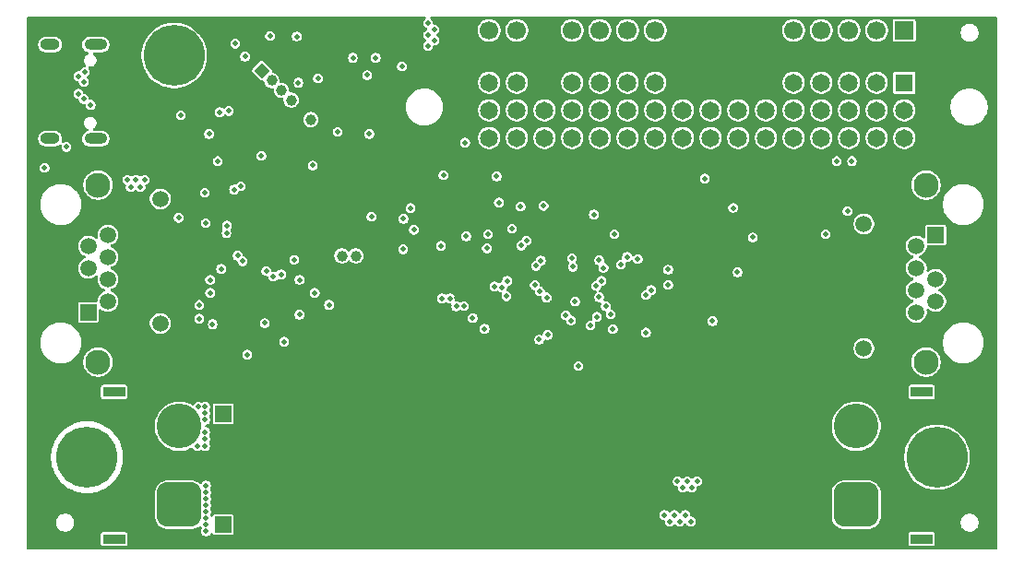
<source format=gbr>
%TF.GenerationSoftware,KiCad,Pcbnew,9.0.3*%
%TF.CreationDate,2025-09-29T10:56:50+02:00*%
%TF.ProjectId,MMS2,4d4d5332-2e6b-4696-9361-645f70636258,rev?*%
%TF.SameCoordinates,Original*%
%TF.FileFunction,Copper,L2,Inr*%
%TF.FilePolarity,Positive*%
%FSLAX46Y46*%
G04 Gerber Fmt 4.6, Leading zero omitted, Abs format (unit mm)*
G04 Created by KiCad (PCBNEW 9.0.3) date 2025-09-29 10:56:50*
%MOMM*%
%LPD*%
G01*
G04 APERTURE LIST*
G04 Aperture macros list*
%AMRoundRect*
0 Rectangle with rounded corners*
0 $1 Rounding radius*
0 $2 $3 $4 $5 $6 $7 $8 $9 X,Y pos of 4 corners*
0 Add a 4 corners polygon primitive as box body*
4,1,4,$2,$3,$4,$5,$6,$7,$8,$9,$2,$3,0*
0 Add four circle primitives for the rounded corners*
1,1,$1+$1,$2,$3*
1,1,$1+$1,$4,$5*
1,1,$1+$1,$6,$7*
1,1,$1+$1,$8,$9*
0 Add four rect primitives between the rounded corners*
20,1,$1+$1,$2,$3,$4,$5,0*
20,1,$1+$1,$4,$5,$6,$7,0*
20,1,$1+$1,$6,$7,$8,$9,0*
20,1,$1+$1,$8,$9,$2,$3,0*%
%AMRotRect*
0 Rectangle, with rotation*
0 The origin of the aperture is its center*
0 $1 length*
0 $2 width*
0 $3 Rotation angle, in degrees counterclockwise*
0 Add horizontal line*
21,1,$1,$2,0,0,$3*%
G04 Aperture macros list end*
%TA.AperFunction,ComponentPad*%
%ADD10R,1.500000X1.500000*%
%TD*%
%TA.AperFunction,ComponentPad*%
%ADD11R,2.000000X0.900000*%
%TD*%
%TA.AperFunction,ComponentPad*%
%ADD12RoundRect,1.025000X-1.025000X1.025000X-1.025000X-1.025000X1.025000X-1.025000X1.025000X1.025000X0*%
%TD*%
%TA.AperFunction,ComponentPad*%
%ADD13C,4.100000*%
%TD*%
%TA.AperFunction,ComponentPad*%
%ADD14C,5.600000*%
%TD*%
%TA.AperFunction,ComponentPad*%
%ADD15C,1.500000*%
%TD*%
%TA.AperFunction,ComponentPad*%
%ADD16C,2.300000*%
%TD*%
%TA.AperFunction,HeatsinkPad*%
%ADD17O,2.100000X1.000000*%
%TD*%
%TA.AperFunction,HeatsinkPad*%
%ADD18O,1.800000X1.000000*%
%TD*%
%TA.AperFunction,ComponentPad*%
%ADD19R,1.650000X1.650000*%
%TD*%
%TA.AperFunction,ComponentPad*%
%ADD20C,1.650000*%
%TD*%
%TA.AperFunction,ComponentPad*%
%ADD21RoundRect,1.025000X1.025000X-1.025000X1.025000X1.025000X-1.025000X1.025000X-1.025000X-1.025000X0*%
%TD*%
%TA.AperFunction,ComponentPad*%
%ADD22R,1.700000X1.700000*%
%TD*%
%TA.AperFunction,ComponentPad*%
%ADD23C,1.700000*%
%TD*%
%TA.AperFunction,ComponentPad*%
%ADD24R,1.000000X1.000000*%
%TD*%
%TA.AperFunction,ComponentPad*%
%ADD25C,1.000000*%
%TD*%
%TA.AperFunction,ComponentPad*%
%ADD26RotRect,1.000000X1.000000X225.000000*%
%TD*%
%TA.AperFunction,ViaPad*%
%ADD27C,0.500000*%
%TD*%
G04 APERTURE END LIST*
D10*
%TO.N,BRD_VIN*%
%TO.C,CAP+1*%
X98500000Y-125000000D03*
%TD*%
D11*
%TO.N,*%
%TO.C,J7*%
X162600000Y-123000000D03*
X162600000Y-136500000D03*
D12*
%TO.N,GNDPWR*%
X156600000Y-133350000D03*
D13*
%TO.N,BRD_VIN*%
X156600000Y-126150000D03*
%TD*%
D14*
%TO.N,GND*%
%TO.C,H1*%
X148000000Y-119400000D03*
%TD*%
%TO.N,unconnected-(H2-Pad1)*%
%TO.C,H2*%
X94000000Y-92100000D03*
%TD*%
D10*
%TO.N,/CAN auto terminator/CAN2.-*%
%TO.C,J9*%
X163890000Y-108570000D03*
D15*
%TO.N,/CAN auto terminator/CAN2.+*%
X162110000Y-109586000D03*
%TO.N,GND*%
X163890000Y-110602000D03*
%TO.N,/CAN auto terminator/CAN1.-*%
X162110000Y-111618000D03*
%TO.N,/CAN auto terminator/CAN1.+*%
X163890000Y-112634000D03*
%TO.N,+12V*%
X162110000Y-113650000D03*
%TO.N,/MMS_CONNECTOR_DOWNSTREAM/USB_MMS_CONN.D-*%
X163890000Y-114666000D03*
%TO.N,/MMS_CONNECTOR_DOWNSTREAM/USB_MMS_CONN.D+*%
X162110000Y-115682000D03*
%TO.N,GND*%
X157290000Y-105270000D03*
%TO.N,Net-(J9-Pad10)*%
X157290000Y-107560000D03*
%TO.N,GND*%
X157290000Y-116700000D03*
%TO.N,Net-(J9-Pad12)*%
X157290000Y-118990000D03*
D16*
%TO.N,Net-(C34-Pad1)*%
X163000000Y-104000000D03*
X163000000Y-120260000D03*
%TD*%
D17*
%TO.N,Net-(J800-SHIELD)*%
%TO.C,J800*%
X86800000Y-91100000D03*
D18*
X82620000Y-91100000D03*
D17*
X86800000Y-99740000D03*
D18*
X82620000Y-99740000D03*
%TD*%
D10*
%TO.N,GNDPWR*%
%TO.C,CAP-1*%
X98500000Y-135200000D03*
%TD*%
%TO.N,/CAN auto terminator/CAN2.-*%
%TO.C,J8*%
X86120000Y-115690000D03*
D15*
%TO.N,/CAN auto terminator/CAN2.+*%
X87900000Y-114674000D03*
%TO.N,GND*%
X86120000Y-113658000D03*
%TO.N,/CAN auto terminator/CAN1.-*%
X87900000Y-112642000D03*
%TO.N,/CAN auto terminator/CAN1.+*%
X86120000Y-111626000D03*
%TO.N,+12V*%
X87900000Y-110610000D03*
%TO.N,/MMS_CONNECTOR_UPSTREAM/USB_MMS_CONN.D-*%
X86120000Y-109594000D03*
%TO.N,/MMS_CONNECTOR_UPSTREAM/USB_MMS_CONN.D+*%
X87900000Y-108578000D03*
%TO.N,GND*%
X92720000Y-118990000D03*
%TO.N,Net-(J8-Pad10)*%
X92720000Y-116700000D03*
%TO.N,GND*%
X92720000Y-107560000D03*
%TO.N,Net-(J8-Pad12)*%
X92720000Y-105270000D03*
D16*
%TO.N,Net-(C45-Pad1)*%
X87010000Y-120260000D03*
X87010000Y-104000000D03*
%TD*%
D14*
%TO.N,unconnected-(H3-Pad1)*%
%TO.C,H3*%
X164000000Y-129000000D03*
%TD*%
D19*
%TO.N,unconnected-(J1-PadA1)*%
%TO.C,J1*%
X161000000Y-94600000D03*
D20*
%TO.N,unconnected-(J1-PadA2)*%
X158460000Y-94600000D03*
%TO.N,unconnected-(J1-PadA3)*%
X155920000Y-94600000D03*
%TO.N,unconnected-(J1-PadA4)*%
X153380000Y-94600000D03*
%TO.N,unconnected-(J1-PadA5)*%
X150840000Y-94600000D03*
%TO.N,GND*%
X148300000Y-94600000D03*
X145760000Y-94600000D03*
X143220000Y-94600000D03*
X140680000Y-94600000D03*
%TO.N,BRD_VIN*%
X138140000Y-94600000D03*
X135600000Y-94600000D03*
X133060000Y-94600000D03*
X130520000Y-94600000D03*
%TO.N,GND*%
X127980000Y-94600000D03*
%TO.N,+5V*%
X125440000Y-94600000D03*
%TO.N,+3V3*%
X122900000Y-94600000D03*
%TO.N,/Interboard_connector/Chainbus.RX*%
X161000000Y-97140000D03*
%TO.N,/Interboard_connector/Chainbus.TX*%
X158460000Y-97140000D03*
%TO.N,/Interboard_connector/Chainbus_UART_addr0*%
X155920000Y-97140000D03*
%TO.N,/Interboard_connector/Chainbus_UART_addr1*%
X153380000Y-97140000D03*
%TO.N,/Interboard_connector/Chainbus_UART_addr2*%
X150840000Y-97140000D03*
%TO.N,/Interboard_connector/Chainbus.MISO*%
X148300000Y-97140000D03*
%TO.N,/Interboard_connector/Chainbus.MOSI*%
X145760000Y-97140000D03*
%TO.N,/Interboard_connector/Chainbus.SCK*%
X143220000Y-97140000D03*
%TO.N,/Interboard_connector/Chainbus_I2C_addr0*%
X140680000Y-97140000D03*
%TO.N,/Interboard_connector/Chainbus_I2C_addr1*%
X138140000Y-97140000D03*
%TO.N,/Interboard_connector/Chainbus_I2C_addr2*%
X135600000Y-97140000D03*
%TO.N,/Interboard_connector/Chainbus_SPI_CS0*%
X133060000Y-97140000D03*
%TO.N,/Interboard_connector/Chainbus_SPI_CS1*%
X130520000Y-97140000D03*
%TO.N,/Interboard_connector/Chainbus_SPI_CS2*%
X127980000Y-97140000D03*
%TO.N,/Interboard_connector/Chainbus.SCL*%
X125440000Y-97140000D03*
%TO.N,/Interboard_connector/Chainbus.SDA*%
X122900000Y-97140000D03*
%TO.N,/Interboard_connector/Altmode1*%
X161000000Y-99680000D03*
%TO.N,/Interboard_connector/Altmode2*%
X158460000Y-99680000D03*
%TO.N,/Interboard_connector/Altmode3*%
X155920000Y-99680000D03*
%TO.N,/Interboard_connector/Altmode4*%
X153380000Y-99680000D03*
%TO.N,/Interboard_connector/Altmode5*%
X150840000Y-99680000D03*
%TO.N,/Interboard_connector/Altmode6*%
X148300000Y-99680000D03*
%TO.N,/Interboard_connector/Altmode11*%
X145760000Y-99680000D03*
%TO.N,/Interboard_connector/Altmode12*%
X143220000Y-99680000D03*
%TO.N,/Interboard_connector/Altmode13*%
X140680000Y-99680000D03*
%TO.N,/Interboard_connector/Altmode14*%
X138140000Y-99680000D03*
%TO.N,/Interboard_connector/Altmode15*%
X135600000Y-99680000D03*
%TO.N,/Interboard_connector/Altmode7*%
X133060000Y-99680000D03*
%TO.N,/Interboard_connector/Altmode8*%
X130520000Y-99680000D03*
%TO.N,/Interboard_connector/Altmode9*%
X127980000Y-99680000D03*
%TO.N,/Interboard_connector/Altmode10*%
X125440000Y-99680000D03*
%TO.N,/Interboard_connector/Altmode16*%
X122900000Y-99680000D03*
%TD*%
D11*
%TO.N,*%
%TO.C,J2*%
X88475000Y-136500000D03*
X88475000Y-123000000D03*
D21*
%TO.N,GNDPWR*%
X94475000Y-133350000D03*
D13*
%TO.N,BRD_VIN*%
X94475000Y-126150000D03*
%TD*%
D22*
%TO.N,unconnected-(J4-Pin_1-Pad1)*%
%TO.C,J4*%
X161000000Y-89800000D03*
D23*
%TO.N,unconnected-(J4-Pin_2-Pad2)*%
X158460000Y-89800000D03*
%TO.N,unconnected-(J4-Pin_3-Pad3)*%
X155920000Y-89800000D03*
%TO.N,unconnected-(J4-Pin_4-Pad4)*%
X153380000Y-89800000D03*
%TO.N,unconnected-(J4-Pin_5-Pad5)*%
X150840000Y-89800000D03*
%TO.N,GND*%
X148300000Y-89800000D03*
X145760000Y-89800000D03*
X143220000Y-89800000D03*
X140680000Y-89800000D03*
%TO.N,BRD_VIN*%
X138140000Y-89800000D03*
X135600000Y-89800000D03*
X133060000Y-89800000D03*
X130520000Y-89800000D03*
%TO.N,GND*%
X127980000Y-89800000D03*
%TO.N,+5V*%
X125440000Y-89800000D03*
%TO.N,+3V3*%
X122900000Y-89800000D03*
%TD*%
D14*
%TO.N,unconnected-(H4-Pad1)*%
%TO.C,H4*%
X86000000Y-129000000D03*
%TD*%
D24*
%TO.N,GND*%
%TO.C,J5*%
X108130000Y-110500000D03*
D25*
%TO.N,/CH32V003/RST*%
X109400000Y-110500000D03*
%TO.N,/CH32V003/SWIO*%
X110670000Y-110500000D03*
%TD*%
D26*
%TO.N,+3V3*%
%TO.C,J3*%
X102050936Y-93494824D03*
D25*
%TO.N,/STlink-BMprobe/DIO*%
X102948962Y-94392850D03*
%TO.N,/STlink-BMprobe/CLK*%
X103846987Y-95290875D03*
%TO.N,/STlink-BMprobe/STLINK-RST*%
X104745013Y-96188901D03*
%TO.N,GND*%
X105643038Y-97086926D03*
%TO.N,/STlink-BMprobe/STLINK-BOOT0*%
X106541064Y-97984952D03*
%TD*%
D27*
%TO.N,GND*%
X142351832Y-112446805D03*
X107900000Y-133200000D03*
X168000000Y-132000000D03*
X113600000Y-108500000D03*
X131438889Y-127574613D03*
X122781818Y-135600000D03*
X118269999Y-115003512D03*
X108000000Y-92000000D03*
X118100000Y-127100000D03*
X98875000Y-129950000D03*
X116400000Y-135600000D03*
X135600000Y-135850000D03*
X98175000Y-129950000D03*
X131566667Y-135400000D03*
X114600000Y-125700000D03*
X127900000Y-135400000D03*
X101200000Y-111000000D03*
X153646446Y-102746446D03*
X111600000Y-129260000D03*
X117109091Y-135600000D03*
X85000000Y-92000000D03*
X83000000Y-125000000D03*
X123616667Y-127674613D03*
X107200000Y-108300000D03*
X99900000Y-119600000D03*
X127300000Y-102500000D03*
X83000000Y-111000000D03*
X138220417Y-113181944D03*
X83000000Y-97000000D03*
X126461111Y-127574613D03*
X132150000Y-127574613D03*
X107200000Y-133200000D03*
X116700000Y-126400000D03*
X99300000Y-114100000D03*
X117400000Y-127100000D03*
X106500000Y-133200000D03*
X147100000Y-107900000D03*
X125800000Y-106800000D03*
X122905556Y-127674613D03*
X128594444Y-127574613D03*
X99800000Y-103300000D03*
X135900000Y-105900000D03*
X120540000Y-103200000D03*
X128100000Y-102500000D03*
X146400000Y-102700000D03*
X96900000Y-120950000D03*
X124327778Y-127574613D03*
X124200000Y-134200000D03*
X96600000Y-94800000D03*
X132300000Y-135400000D03*
X107600000Y-135000000D03*
X103100000Y-114200000D03*
X99400000Y-116900000D03*
X124200000Y-134900000D03*
X143300000Y-135650000D03*
X145100000Y-110100000D03*
X146200000Y-131475000D03*
X128633333Y-135400000D03*
X115300000Y-125700000D03*
X103200000Y-107300000D03*
X88400000Y-92120000D03*
X83000000Y-115000000D03*
X115300000Y-125000000D03*
X90000000Y-92800000D03*
X117400000Y-127800000D03*
X100200000Y-116900000D03*
X122540000Y-103200000D03*
X144800000Y-131475000D03*
X100200000Y-114100000D03*
X83000000Y-121000000D03*
X116000000Y-127100000D03*
X127883333Y-127574613D03*
X130727778Y-127574613D03*
X126433333Y-135400000D03*
X121000000Y-115650000D03*
X104200000Y-106300000D03*
X88300000Y-99200000D03*
X140146446Y-110046446D03*
X95600915Y-109500135D03*
X113900000Y-105800000D03*
X122194444Y-127674613D03*
X119945455Y-135600000D03*
X139200000Y-130700000D03*
X109046000Y-89000000D03*
X142046446Y-115411608D03*
X127166667Y-135400000D03*
X118400000Y-105600000D03*
X141200000Y-105400000D03*
X95400000Y-111700000D03*
X82000000Y-93000000D03*
X146950000Y-131475000D03*
X99550000Y-129975000D03*
X129305556Y-127574613D03*
X111900000Y-120400000D03*
X88011050Y-133000000D03*
X83100000Y-102400000D03*
X99200000Y-110300000D03*
X111900000Y-98600000D03*
X96650000Y-106450000D03*
X112500000Y-93900000D03*
X120654545Y-135600000D03*
X100200000Y-112500000D03*
X147300000Y-134900000D03*
X116000000Y-125700000D03*
X142000000Y-106500000D03*
X110200000Y-100700000D03*
X122798252Y-115698252D03*
X162000000Y-134000000D03*
X120061111Y-127674613D03*
X110995015Y-93869000D03*
X88000000Y-125000000D03*
X83000000Y-133000000D03*
X153700000Y-104800000D03*
X147300000Y-136099000D03*
X125700000Y-135400000D03*
X115575000Y-134275000D03*
X98900000Y-97900000D03*
X131800000Y-107000000D03*
X127172222Y-127574613D03*
X119950000Y-114350000D03*
X142200000Y-129850000D03*
X89544515Y-95101000D03*
X118527273Y-135600000D03*
X116000000Y-126400000D03*
X104054103Y-102210820D03*
X130833333Y-135400000D03*
X108800000Y-101800000D03*
X130016667Y-127574613D03*
X133200000Y-119800000D03*
X123490909Y-135600000D03*
X111300000Y-114200000D03*
X114600000Y-125000000D03*
X106500000Y-108700000D03*
X89000000Y-99200000D03*
X110800000Y-130000000D03*
X122072727Y-135600000D03*
X109700000Y-135100000D03*
X110900000Y-105500000D03*
X119350000Y-127674613D03*
X108550000Y-133200000D03*
X109250000Y-133200000D03*
X85100000Y-102400000D03*
X114730000Y-130010000D03*
X108100000Y-101800000D03*
X142859388Y-111964416D03*
X121363636Y-135600000D03*
X116000000Y-125000000D03*
X117900000Y-103100000D03*
X130100000Y-135400000D03*
X129366667Y-135400000D03*
X119236364Y-135600000D03*
X107196446Y-94903554D03*
X125038889Y-127574613D03*
X118100000Y-127800000D03*
X100600000Y-107400000D03*
X111600000Y-130740000D03*
X99400000Y-118400000D03*
X99900000Y-107400000D03*
X86000000Y-101500000D03*
X165000000Y-134000000D03*
X125750000Y-127574613D03*
X104998621Y-110191208D03*
X115300000Y-124300000D03*
X124200000Y-135600000D03*
X117400000Y-126400000D03*
X102774606Y-89620370D03*
X100200000Y-118400000D03*
X113820000Y-130690000D03*
X112765000Y-130000000D03*
X128300000Y-106500000D03*
X97200000Y-108300000D03*
X116700000Y-127800000D03*
X113200000Y-117700000D03*
X120772222Y-127674613D03*
X88300000Y-98500000D03*
X145500000Y-131475000D03*
X89000000Y-98500000D03*
X128732315Y-118812620D03*
X88400000Y-92800000D03*
X154700000Y-116700000D03*
X116700000Y-127100000D03*
X147700000Y-135500000D03*
X114150000Y-114250000D03*
X97600000Y-94800000D03*
X144000000Y-135650000D03*
X155400000Y-110100000D03*
X160000000Y-120000000D03*
X113300000Y-93900000D03*
X114600000Y-124300000D03*
X153694037Y-106716599D03*
X114575000Y-135200000D03*
X99275000Y-112500000D03*
X103200000Y-118475000D03*
X117818182Y-135600000D03*
X113820000Y-129330000D03*
X98843964Y-104527169D03*
X111200000Y-100700000D03*
X116000000Y-127800000D03*
X131200000Y-102900000D03*
X90000000Y-92100000D03*
X106053404Y-102212108D03*
X115500000Y-111500000D03*
X142600000Y-135650000D03*
X121483333Y-127674613D03*
%TO.N,VBUS*%
X85200000Y-95600000D03*
X85700000Y-94500000D03*
X85200000Y-94000000D03*
X85800000Y-93600000D03*
X82100000Y-102400000D03*
X85700000Y-96100000D03*
X94400000Y-107000000D03*
%TO.N,+3V3*%
X124992433Y-107999512D03*
X141500000Y-131800000D03*
X100700000Y-119575000D03*
X139337696Y-113155196D03*
X123400000Y-113300000D03*
X97525000Y-116775000D03*
X98300000Y-111700000D03*
X97200000Y-99300000D03*
X112100000Y-106900000D03*
X142700000Y-103400000D03*
X131100000Y-120600000D03*
X114900000Y-93100000D03*
X139335429Y-111766500D03*
X118700000Y-103100000D03*
X98828552Y-107721445D03*
X142000000Y-131200000D03*
X123800000Y-105600000D03*
X127900000Y-105900000D03*
X147101000Y-108800706D03*
X111700000Y-93900000D03*
X106703247Y-102197713D03*
X140700000Y-131800000D03*
X110400000Y-92312465D03*
X141100000Y-131200000D03*
X155800000Y-106400000D03*
X140200000Y-131200000D03*
X111900000Y-99300000D03*
%TO.N,+5V*%
X105006860Y-110841158D03*
X141400000Y-134900000D03*
X117900000Y-90700000D03*
X103100000Y-112400000D03*
X98000000Y-101800000D03*
X117900000Y-89700000D03*
X90900000Y-104200000D03*
X91300000Y-103500000D03*
X140400000Y-134900000D03*
X90500000Y-103500000D03*
X139900000Y-134300000D03*
X90000000Y-104200000D03*
X139000000Y-134300000D03*
X117300000Y-91200000D03*
X117300000Y-90200000D03*
X117300000Y-89100000D03*
X140900000Y-134300000D03*
X139500000Y-134900000D03*
X89700000Y-103500000D03*
%TO.N,/STlink-BMprobe/LED*%
X112500000Y-92300000D03*
X100500000Y-92200000D03*
%TO.N,/CAN auto terminator/CAN2.-*%
X105500000Y-115900000D03*
X120600000Y-115100000D03*
X96300000Y-116275000D03*
%TO.N,/CAN auto terminator/CAN2.+*%
X96300000Y-115010000D03*
X108200000Y-115000000D03*
X119892543Y-115138605D03*
%TO.N,/CAN auto terminator/CAN1.-*%
X97300000Y-112700000D03*
X105500000Y-112700000D03*
X119300000Y-114400000D03*
%TO.N,/CAN auto terminator/CAN1.+*%
X106900000Y-113900000D03*
X118590000Y-114400000D03*
X97300000Y-113900000D03*
%TO.N,/USB switch/USBC_CONN.D-*%
X100265668Y-111000000D03*
X100100000Y-104100000D03*
%TO.N,/USBC_CONN/CC2*%
X86348368Y-96635844D03*
X84100000Y-100500000D03*
%TO.N,/USB switch/USBC_CONN.D+*%
X99484332Y-104415668D03*
X99834332Y-110484332D03*
%TO.N,/MCU/USER_LED_1*%
X120700000Y-100100000D03*
X96800000Y-104700000D03*
X109000000Y-99100000D03*
X127660160Y-110941059D03*
%TO.N,/MCU/SWD.~{RST}*%
X127208908Y-111408896D03*
X102800000Y-90300000D03*
X145303554Y-106096446D03*
X133400000Y-111600000D03*
%TO.N,/MCU/USR_BUTTON*%
X145700000Y-112000000D03*
X137300000Y-117549000D03*
%TO.N,/MCU/USER_LED_2*%
X133000000Y-110900000D03*
X153800000Y-108500000D03*
%TO.N,/MCU/SWD.SWCLK*%
X105250000Y-90350000D03*
X99600000Y-91000000D03*
X132200000Y-116900000D03*
%TO.N,/STlink-BMprobe/USB_RENUM*%
X102000000Y-101300000D03*
X94600000Y-97600000D03*
%TO.N,/MCU/SWD.SWDIO*%
X128270644Y-117768935D03*
X98200000Y-97300000D03*
%TO.N,/STlink-BMprobe/DIO*%
X99010809Y-97185018D03*
%TO.N,/CAN_TR2/CAN.TX*%
X103800000Y-112200000D03*
X127500000Y-118200000D03*
%TO.N,/CAN_TR2/CAN.RX*%
X120800000Y-108700000D03*
X118475000Y-109575000D03*
X102450000Y-111900000D03*
X124550000Y-112800000D03*
%TO.N,/CAN_TR1/CAN.TX*%
X124500000Y-114200000D03*
X104100000Y-118375000D03*
X122500000Y-117200000D03*
X132736825Y-113256067D03*
X130600000Y-111500000D03*
X137303554Y-114103554D03*
%TO.N,/CAN_TR1/CAN.RX*%
X121400000Y-116200000D03*
X137763175Y-113643933D03*
X133196446Y-112796446D03*
X124100000Y-113400000D03*
X130500000Y-110700000D03*
X102300000Y-116675000D03*
%TO.N,/Interboard_connector/Altmode3*%
X130408132Y-116424817D03*
%TO.N,/Interboard_connector/Altmode2*%
X129946024Y-115967696D03*
%TO.N,/Interboard_connector/Altmode1*%
X143400000Y-116500000D03*
%TO.N,BRD_VIN*%
X96850000Y-125550000D03*
X96850000Y-126677411D03*
X96850000Y-127950000D03*
X96850000Y-124350000D03*
X96200000Y-124350000D03*
X96850000Y-124950000D03*
X96150000Y-127950000D03*
X96850000Y-127300000D03*
%TO.N,GNDPWR*%
X96920000Y-135200000D03*
X96920000Y-134600000D03*
X96920000Y-133400000D03*
X96920000Y-135800000D03*
X96920000Y-132200000D03*
X96920000Y-134000000D03*
X96920000Y-132800000D03*
X96920000Y-131600000D03*
%TO.N,/MCU/I2C_Memory_addr*%
X125800000Y-105964482D03*
X123600000Y-103200000D03*
%TO.N,/Interboard_connector/Chainbus.RX*%
X134257814Y-117242186D03*
X156200000Y-101800000D03*
%TO.N,/Interboard_connector/Chainbus.TX*%
X154800000Y-101800000D03*
X134058250Y-115865357D03*
%TO.N,/Interboard_connector/Chainbus.SCL*%
X126320789Y-109111054D03*
X122700000Y-109800000D03*
%TO.N,/Interboard_connector/Chainbus.SDA*%
X122800000Y-108500000D03*
X125845371Y-109554316D03*
%TO.N,/Interboard_connector/Chainbus_I2C_addr1*%
X132500000Y-106700000D03*
%TO.N,/Interboard_connector/Chainbus.MOSI*%
X135000000Y-111300000D03*
%TO.N,/Interboard_connector/Chainbus_UART_addr2*%
X135554554Y-110600000D03*
%TO.N,/Interboard_connector/Chainbus.MISO*%
X136554554Y-110800000D03*
%TO.N,/Interboard_connector/Chainbus_SPI_CS2*%
X127100000Y-113200000D03*
%TO.N,/Interboard_connector/Chainbus_UART_addr1*%
X133000000Y-114300000D03*
%TO.N,/Interboard_connector/Chainbus_SPI_CS1*%
X127560668Y-113742187D03*
%TO.N,/Interboard_connector/Chainbus_SPI_CS0*%
X128181225Y-114332973D03*
%TO.N,/Interboard_connector/Chainbus.SCK*%
X134400000Y-108500000D03*
%TO.N,/Interboard_connector/Chainbus_I2C_addr0*%
X132800000Y-116100000D03*
%TO.N,/Interboard_connector/Chainbus_I2C_addr2*%
X130800000Y-114700000D03*
%TO.N,/Interboard_connector/Chainbus_UART_addr0*%
X133600000Y-115100000D03*
%TO.N,/CH32V003/RST*%
X115700000Y-106100000D03*
%TO.N,/CH32V003/CH_UART.RX*%
X107200000Y-94200000D03*
X115050000Y-107100000D03*
%TO.N,/CH32V003/SWIO*%
X115000000Y-109900000D03*
%TO.N,/CH32V003/CH_UART.TX*%
X116000000Y-108100000D03*
X105400000Y-94600000D03*
%TO.N,Net-(U801-SEL)*%
X96900000Y-107500000D03*
X98800000Y-108400000D03*
%TD*%
%TA.AperFunction,Conductor*%
%TO.N,GND*%
G36*
X117041631Y-88520185D02*
G01*
X117087386Y-88572989D01*
X117097330Y-88642147D01*
X117068305Y-88705703D01*
X117036592Y-88731887D01*
X117023390Y-88739508D01*
X117023384Y-88739513D01*
X116939513Y-88823384D01*
X116939511Y-88823387D01*
X116880201Y-88926114D01*
X116849500Y-89040691D01*
X116849500Y-89159309D01*
X116880201Y-89273886D01*
X116939511Y-89376613D01*
X117023387Y-89460489D01*
X117126114Y-89519799D01*
X117165027Y-89530225D01*
X117224686Y-89566590D01*
X117255215Y-89629437D01*
X117246920Y-89698813D01*
X117202435Y-89752691D01*
X117165028Y-89769773D01*
X117126114Y-89780201D01*
X117126112Y-89780201D01*
X117126112Y-89780202D01*
X117023387Y-89839511D01*
X117023384Y-89839513D01*
X116939513Y-89923384D01*
X116939511Y-89923387D01*
X116908780Y-89976615D01*
X116880201Y-90026114D01*
X116849500Y-90140691D01*
X116849500Y-90259309D01*
X116880201Y-90373886D01*
X116939511Y-90476613D01*
X117023387Y-90560489D01*
X117057531Y-90580202D01*
X117079027Y-90592613D01*
X117127242Y-90643181D01*
X117140464Y-90711788D01*
X117114496Y-90776653D01*
X117079027Y-90807387D01*
X117023387Y-90839511D01*
X117023384Y-90839513D01*
X116939513Y-90923384D01*
X116939511Y-90923387D01*
X116908780Y-90976615D01*
X116880201Y-91026114D01*
X116849500Y-91140691D01*
X116849500Y-91259309D01*
X116880201Y-91373886D01*
X116939511Y-91476613D01*
X117023387Y-91560489D01*
X117126114Y-91619799D01*
X117240691Y-91650500D01*
X117240694Y-91650500D01*
X117359306Y-91650500D01*
X117359309Y-91650500D01*
X117473886Y-91619799D01*
X117576613Y-91560489D01*
X117660489Y-91476613D01*
X117719799Y-91373886D01*
X117750500Y-91259309D01*
X117750500Y-91259299D01*
X117750631Y-91258311D01*
X117750975Y-91257533D01*
X117752603Y-91251458D01*
X117753550Y-91251711D01*
X117778900Y-91194415D01*
X117837225Y-91155946D01*
X117873570Y-91150500D01*
X117959306Y-91150500D01*
X117959309Y-91150500D01*
X118073886Y-91119799D01*
X118176613Y-91060489D01*
X118260489Y-90976613D01*
X118319799Y-90873886D01*
X118350500Y-90759309D01*
X118350500Y-90640691D01*
X118319799Y-90526114D01*
X118260489Y-90423387D01*
X118176613Y-90339511D01*
X118120972Y-90307386D01*
X118072757Y-90256820D01*
X118059535Y-90188213D01*
X118085503Y-90123348D01*
X118120973Y-90092613D01*
X118176613Y-90060489D01*
X118260489Y-89976613D01*
X118319799Y-89873886D01*
X118350500Y-89759309D01*
X118350500Y-89696530D01*
X121849500Y-89696530D01*
X121849500Y-89903469D01*
X121889868Y-90106412D01*
X121889870Y-90106420D01*
X121918737Y-90176112D01*
X121969059Y-90297598D01*
X122011397Y-90360961D01*
X122084024Y-90469657D01*
X122230342Y-90615975D01*
X122230345Y-90615977D01*
X122402402Y-90730941D01*
X122593580Y-90810130D01*
X122796530Y-90850499D01*
X122796534Y-90850500D01*
X122796535Y-90850500D01*
X123003466Y-90850500D01*
X123003467Y-90850499D01*
X123206420Y-90810130D01*
X123397598Y-90730941D01*
X123569655Y-90615977D01*
X123715977Y-90469655D01*
X123830941Y-90297598D01*
X123910130Y-90106420D01*
X123950500Y-89903465D01*
X123950500Y-89696535D01*
X123950499Y-89696530D01*
X124389500Y-89696530D01*
X124389500Y-89903469D01*
X124429868Y-90106412D01*
X124429870Y-90106420D01*
X124458737Y-90176112D01*
X124509059Y-90297598D01*
X124551397Y-90360961D01*
X124624024Y-90469657D01*
X124770342Y-90615975D01*
X124770345Y-90615977D01*
X124942402Y-90730941D01*
X125133580Y-90810130D01*
X125336530Y-90850499D01*
X125336534Y-90850500D01*
X125336535Y-90850500D01*
X125543466Y-90850500D01*
X125543467Y-90850499D01*
X125746420Y-90810130D01*
X125937598Y-90730941D01*
X126109655Y-90615977D01*
X126255977Y-90469655D01*
X126370941Y-90297598D01*
X126450130Y-90106420D01*
X126490500Y-89903465D01*
X126490500Y-89696535D01*
X126490499Y-89696530D01*
X129469500Y-89696530D01*
X129469500Y-89903469D01*
X129509868Y-90106412D01*
X129509870Y-90106420D01*
X129538737Y-90176112D01*
X129589059Y-90297598D01*
X129631397Y-90360961D01*
X129704024Y-90469657D01*
X129850342Y-90615975D01*
X129850345Y-90615977D01*
X130022402Y-90730941D01*
X130213580Y-90810130D01*
X130416530Y-90850499D01*
X130416534Y-90850500D01*
X130416535Y-90850500D01*
X130623466Y-90850500D01*
X130623467Y-90850499D01*
X130826420Y-90810130D01*
X131017598Y-90730941D01*
X131189655Y-90615977D01*
X131335977Y-90469655D01*
X131450941Y-90297598D01*
X131530130Y-90106420D01*
X131570500Y-89903465D01*
X131570500Y-89696535D01*
X131570499Y-89696530D01*
X132009500Y-89696530D01*
X132009500Y-89903469D01*
X132049868Y-90106412D01*
X132049870Y-90106420D01*
X132078737Y-90176112D01*
X132129059Y-90297598D01*
X132171397Y-90360961D01*
X132244024Y-90469657D01*
X132390342Y-90615975D01*
X132390345Y-90615977D01*
X132562402Y-90730941D01*
X132753580Y-90810130D01*
X132956530Y-90850499D01*
X132956534Y-90850500D01*
X132956535Y-90850500D01*
X133163466Y-90850500D01*
X133163467Y-90850499D01*
X133366420Y-90810130D01*
X133557598Y-90730941D01*
X133729655Y-90615977D01*
X133875977Y-90469655D01*
X133990941Y-90297598D01*
X134070130Y-90106420D01*
X134110500Y-89903465D01*
X134110500Y-89696535D01*
X134110499Y-89696530D01*
X134549500Y-89696530D01*
X134549500Y-89903469D01*
X134589868Y-90106412D01*
X134589870Y-90106420D01*
X134618737Y-90176112D01*
X134669059Y-90297598D01*
X134711397Y-90360961D01*
X134784024Y-90469657D01*
X134930342Y-90615975D01*
X134930345Y-90615977D01*
X135102402Y-90730941D01*
X135293580Y-90810130D01*
X135496530Y-90850499D01*
X135496534Y-90850500D01*
X135496535Y-90850500D01*
X135703466Y-90850500D01*
X135703467Y-90850499D01*
X135906420Y-90810130D01*
X136097598Y-90730941D01*
X136269655Y-90615977D01*
X136415977Y-90469655D01*
X136530941Y-90297598D01*
X136610130Y-90106420D01*
X136650500Y-89903465D01*
X136650500Y-89696535D01*
X136650499Y-89696530D01*
X137089500Y-89696530D01*
X137089500Y-89903469D01*
X137129868Y-90106412D01*
X137129870Y-90106420D01*
X137158737Y-90176112D01*
X137209059Y-90297598D01*
X137251397Y-90360961D01*
X137324024Y-90469657D01*
X137470342Y-90615975D01*
X137470345Y-90615977D01*
X137642402Y-90730941D01*
X137833580Y-90810130D01*
X138036530Y-90850499D01*
X138036534Y-90850500D01*
X138036535Y-90850500D01*
X138243466Y-90850500D01*
X138243467Y-90850499D01*
X138446420Y-90810130D01*
X138637598Y-90730941D01*
X138809655Y-90615977D01*
X138955977Y-90469655D01*
X139070941Y-90297598D01*
X139150130Y-90106420D01*
X139190500Y-89903465D01*
X139190500Y-89696535D01*
X139190499Y-89696530D01*
X149789500Y-89696530D01*
X149789500Y-89903469D01*
X149829868Y-90106412D01*
X149829870Y-90106420D01*
X149858737Y-90176112D01*
X149909059Y-90297598D01*
X149951397Y-90360961D01*
X150024024Y-90469657D01*
X150170342Y-90615975D01*
X150170345Y-90615977D01*
X150342402Y-90730941D01*
X150533580Y-90810130D01*
X150736530Y-90850499D01*
X150736534Y-90850500D01*
X150736535Y-90850500D01*
X150943466Y-90850500D01*
X150943467Y-90850499D01*
X151146420Y-90810130D01*
X151337598Y-90730941D01*
X151509655Y-90615977D01*
X151655977Y-90469655D01*
X151770941Y-90297598D01*
X151850130Y-90106420D01*
X151890500Y-89903465D01*
X151890500Y-89696535D01*
X151890499Y-89696530D01*
X152329500Y-89696530D01*
X152329500Y-89903469D01*
X152369868Y-90106412D01*
X152369870Y-90106420D01*
X152398737Y-90176112D01*
X152449059Y-90297598D01*
X152491397Y-90360961D01*
X152564024Y-90469657D01*
X152710342Y-90615975D01*
X152710345Y-90615977D01*
X152882402Y-90730941D01*
X153073580Y-90810130D01*
X153276530Y-90850499D01*
X153276534Y-90850500D01*
X153276535Y-90850500D01*
X153483466Y-90850500D01*
X153483467Y-90850499D01*
X153686420Y-90810130D01*
X153877598Y-90730941D01*
X154049655Y-90615977D01*
X154195977Y-90469655D01*
X154310941Y-90297598D01*
X154390130Y-90106420D01*
X154430500Y-89903465D01*
X154430500Y-89696535D01*
X154430499Y-89696530D01*
X154869500Y-89696530D01*
X154869500Y-89903469D01*
X154909868Y-90106412D01*
X154909870Y-90106420D01*
X154938737Y-90176112D01*
X154989059Y-90297598D01*
X155031397Y-90360961D01*
X155104024Y-90469657D01*
X155250342Y-90615975D01*
X155250345Y-90615977D01*
X155422402Y-90730941D01*
X155613580Y-90810130D01*
X155816530Y-90850499D01*
X155816534Y-90850500D01*
X155816535Y-90850500D01*
X156023466Y-90850500D01*
X156023467Y-90850499D01*
X156226420Y-90810130D01*
X156417598Y-90730941D01*
X156589655Y-90615977D01*
X156735977Y-90469655D01*
X156850941Y-90297598D01*
X156930130Y-90106420D01*
X156970500Y-89903465D01*
X156970500Y-89696535D01*
X156970499Y-89696530D01*
X157409500Y-89696530D01*
X157409500Y-89903469D01*
X157449868Y-90106412D01*
X157449870Y-90106420D01*
X157478737Y-90176112D01*
X157529059Y-90297598D01*
X157571397Y-90360961D01*
X157644024Y-90469657D01*
X157790342Y-90615975D01*
X157790345Y-90615977D01*
X157962402Y-90730941D01*
X158153580Y-90810130D01*
X158356530Y-90850499D01*
X158356534Y-90850500D01*
X158356535Y-90850500D01*
X158563466Y-90850500D01*
X158563467Y-90850499D01*
X158766420Y-90810130D01*
X158957598Y-90730941D01*
X159129655Y-90615977D01*
X159275977Y-90469655D01*
X159390941Y-90297598D01*
X159470130Y-90106420D01*
X159510500Y-89903465D01*
X159510500Y-89696535D01*
X159470130Y-89493580D01*
X159390941Y-89302402D01*
X159275977Y-89130345D01*
X159275975Y-89130342D01*
X159129657Y-88984024D01*
X159049173Y-88930247D01*
X159949500Y-88930247D01*
X159949500Y-90669752D01*
X159961131Y-90728229D01*
X159961132Y-90728230D01*
X160005447Y-90794552D01*
X160071769Y-90838867D01*
X160071770Y-90838868D01*
X160130247Y-90850499D01*
X160130250Y-90850500D01*
X160130252Y-90850500D01*
X161869750Y-90850500D01*
X161869751Y-90850499D01*
X161884568Y-90847552D01*
X161928229Y-90838868D01*
X161928229Y-90838867D01*
X161928231Y-90838867D01*
X161994552Y-90794552D01*
X162038867Y-90728231D01*
X162038867Y-90728229D01*
X162038868Y-90728229D01*
X162050499Y-90669752D01*
X162050500Y-90669750D01*
X162050500Y-89918592D01*
X166173500Y-89918592D01*
X166173500Y-90081407D01*
X166205259Y-90241073D01*
X166205262Y-90241082D01*
X166267562Y-90391490D01*
X166267563Y-90391492D01*
X166358015Y-90526862D01*
X166358018Y-90526866D01*
X166473133Y-90641981D01*
X166473137Y-90641984D01*
X166608505Y-90732435D01*
X166608506Y-90732435D01*
X166608507Y-90732436D01*
X166608509Y-90732437D01*
X166694838Y-90768195D01*
X166758919Y-90794738D01*
X166758921Y-90794738D01*
X166758926Y-90794740D01*
X166918592Y-90826499D01*
X166918595Y-90826500D01*
X166918597Y-90826500D01*
X167081405Y-90826500D01*
X167081406Y-90826499D01*
X167134629Y-90815912D01*
X167241073Y-90794740D01*
X167241076Y-90794738D01*
X167241081Y-90794738D01*
X167391495Y-90732435D01*
X167526863Y-90641984D01*
X167641984Y-90526863D01*
X167732435Y-90391495D01*
X167794738Y-90241081D01*
X167794816Y-90240693D01*
X167818157Y-90123348D01*
X167826500Y-90081403D01*
X167826500Y-89918597D01*
X167826500Y-89918594D01*
X167826499Y-89918592D01*
X167794740Y-89758926D01*
X167794737Y-89758917D01*
X167790836Y-89749500D01*
X167773970Y-89708781D01*
X167732437Y-89608509D01*
X167732436Y-89608507D01*
X167673161Y-89519797D01*
X167641984Y-89473137D01*
X167641981Y-89473133D01*
X167526866Y-89358018D01*
X167526862Y-89358015D01*
X167391492Y-89267563D01*
X167391490Y-89267562D01*
X167241082Y-89205262D01*
X167241073Y-89205259D01*
X167081406Y-89173500D01*
X167081403Y-89173500D01*
X166918597Y-89173500D01*
X166918594Y-89173500D01*
X166758926Y-89205259D01*
X166758917Y-89205262D01*
X166608509Y-89267562D01*
X166608507Y-89267563D01*
X166473137Y-89358015D01*
X166473133Y-89358018D01*
X166358018Y-89473133D01*
X166358015Y-89473137D01*
X166267563Y-89608507D01*
X166267562Y-89608509D01*
X166205262Y-89758917D01*
X166205259Y-89758926D01*
X166173500Y-89918592D01*
X162050500Y-89918592D01*
X162050500Y-88930249D01*
X162050499Y-88930247D01*
X162038868Y-88871770D01*
X162038867Y-88871769D01*
X161994552Y-88805447D01*
X161928230Y-88761132D01*
X161928229Y-88761131D01*
X161869752Y-88749500D01*
X161869748Y-88749500D01*
X160130252Y-88749500D01*
X160130247Y-88749500D01*
X160071770Y-88761131D01*
X160071769Y-88761132D01*
X160005447Y-88805447D01*
X159961132Y-88871769D01*
X159961131Y-88871770D01*
X159949500Y-88930247D01*
X159049173Y-88930247D01*
X158961655Y-88871770D01*
X158957598Y-88869059D01*
X158847329Y-88823384D01*
X158766420Y-88789870D01*
X158766412Y-88789868D01*
X158563469Y-88749500D01*
X158563465Y-88749500D01*
X158356535Y-88749500D01*
X158356530Y-88749500D01*
X158153587Y-88789868D01*
X158153579Y-88789870D01*
X157962403Y-88869058D01*
X157790342Y-88984024D01*
X157644024Y-89130342D01*
X157529058Y-89302403D01*
X157449870Y-89493579D01*
X157449868Y-89493587D01*
X157409500Y-89696530D01*
X156970499Y-89696530D01*
X156930130Y-89493580D01*
X156850941Y-89302402D01*
X156735977Y-89130345D01*
X156735975Y-89130342D01*
X156589657Y-88984024D01*
X156421655Y-88871770D01*
X156417598Y-88869059D01*
X156307329Y-88823384D01*
X156226420Y-88789870D01*
X156226412Y-88789868D01*
X156023469Y-88749500D01*
X156023465Y-88749500D01*
X155816535Y-88749500D01*
X155816530Y-88749500D01*
X155613587Y-88789868D01*
X155613579Y-88789870D01*
X155422403Y-88869058D01*
X155250342Y-88984024D01*
X155104024Y-89130342D01*
X154989058Y-89302403D01*
X154909870Y-89493579D01*
X154909868Y-89493587D01*
X154869500Y-89696530D01*
X154430499Y-89696530D01*
X154390130Y-89493580D01*
X154310941Y-89302402D01*
X154195977Y-89130345D01*
X154195975Y-89130342D01*
X154049657Y-88984024D01*
X153881655Y-88871770D01*
X153877598Y-88869059D01*
X153767329Y-88823384D01*
X153686420Y-88789870D01*
X153686412Y-88789868D01*
X153483469Y-88749500D01*
X153483465Y-88749500D01*
X153276535Y-88749500D01*
X153276530Y-88749500D01*
X153073587Y-88789868D01*
X153073579Y-88789870D01*
X152882403Y-88869058D01*
X152710342Y-88984024D01*
X152564024Y-89130342D01*
X152449058Y-89302403D01*
X152369870Y-89493579D01*
X152369868Y-89493587D01*
X152329500Y-89696530D01*
X151890499Y-89696530D01*
X151850130Y-89493580D01*
X151770941Y-89302402D01*
X151655977Y-89130345D01*
X151655975Y-89130342D01*
X151509657Y-88984024D01*
X151341655Y-88871770D01*
X151337598Y-88869059D01*
X151227329Y-88823384D01*
X151146420Y-88789870D01*
X151146412Y-88789868D01*
X150943469Y-88749500D01*
X150943465Y-88749500D01*
X150736535Y-88749500D01*
X150736530Y-88749500D01*
X150533587Y-88789868D01*
X150533579Y-88789870D01*
X150342403Y-88869058D01*
X150170342Y-88984024D01*
X150024024Y-89130342D01*
X149909058Y-89302403D01*
X149829870Y-89493579D01*
X149829868Y-89493587D01*
X149789500Y-89696530D01*
X139190499Y-89696530D01*
X139150130Y-89493580D01*
X139070941Y-89302402D01*
X138955977Y-89130345D01*
X138955975Y-89130342D01*
X138809657Y-88984024D01*
X138641655Y-88871770D01*
X138637598Y-88869059D01*
X138527329Y-88823384D01*
X138446420Y-88789870D01*
X138446412Y-88789868D01*
X138243469Y-88749500D01*
X138243465Y-88749500D01*
X138036535Y-88749500D01*
X138036530Y-88749500D01*
X137833587Y-88789868D01*
X137833579Y-88789870D01*
X137642403Y-88869058D01*
X137470342Y-88984024D01*
X137324024Y-89130342D01*
X137209058Y-89302403D01*
X137129870Y-89493579D01*
X137129868Y-89493587D01*
X137089500Y-89696530D01*
X136650499Y-89696530D01*
X136610130Y-89493580D01*
X136530941Y-89302402D01*
X136415977Y-89130345D01*
X136415975Y-89130342D01*
X136269657Y-88984024D01*
X136101655Y-88871770D01*
X136097598Y-88869059D01*
X135987329Y-88823384D01*
X135906420Y-88789870D01*
X135906412Y-88789868D01*
X135703469Y-88749500D01*
X135703465Y-88749500D01*
X135496535Y-88749500D01*
X135496530Y-88749500D01*
X135293587Y-88789868D01*
X135293579Y-88789870D01*
X135102403Y-88869058D01*
X134930342Y-88984024D01*
X134784024Y-89130342D01*
X134669058Y-89302403D01*
X134589870Y-89493579D01*
X134589868Y-89493587D01*
X134549500Y-89696530D01*
X134110499Y-89696530D01*
X134070130Y-89493580D01*
X133990941Y-89302402D01*
X133875977Y-89130345D01*
X133875975Y-89130342D01*
X133729657Y-88984024D01*
X133561655Y-88871770D01*
X133557598Y-88869059D01*
X133447329Y-88823384D01*
X133366420Y-88789870D01*
X133366412Y-88789868D01*
X133163469Y-88749500D01*
X133163465Y-88749500D01*
X132956535Y-88749500D01*
X132956530Y-88749500D01*
X132753587Y-88789868D01*
X132753579Y-88789870D01*
X132562403Y-88869058D01*
X132390342Y-88984024D01*
X132244024Y-89130342D01*
X132129058Y-89302403D01*
X132049870Y-89493579D01*
X132049868Y-89493587D01*
X132009500Y-89696530D01*
X131570499Y-89696530D01*
X131530130Y-89493580D01*
X131450941Y-89302402D01*
X131335977Y-89130345D01*
X131335975Y-89130342D01*
X131189657Y-88984024D01*
X131021655Y-88871770D01*
X131017598Y-88869059D01*
X130907329Y-88823384D01*
X130826420Y-88789870D01*
X130826412Y-88789868D01*
X130623469Y-88749500D01*
X130623465Y-88749500D01*
X130416535Y-88749500D01*
X130416530Y-88749500D01*
X130213587Y-88789868D01*
X130213579Y-88789870D01*
X130022403Y-88869058D01*
X129850342Y-88984024D01*
X129704024Y-89130342D01*
X129589058Y-89302403D01*
X129509870Y-89493579D01*
X129509868Y-89493587D01*
X129469500Y-89696530D01*
X126490499Y-89696530D01*
X126450130Y-89493580D01*
X126370941Y-89302402D01*
X126255977Y-89130345D01*
X126255975Y-89130342D01*
X126109657Y-88984024D01*
X125941655Y-88871770D01*
X125937598Y-88869059D01*
X125827329Y-88823384D01*
X125746420Y-88789870D01*
X125746412Y-88789868D01*
X125543469Y-88749500D01*
X125543465Y-88749500D01*
X125336535Y-88749500D01*
X125336530Y-88749500D01*
X125133587Y-88789868D01*
X125133579Y-88789870D01*
X124942403Y-88869058D01*
X124770342Y-88984024D01*
X124624024Y-89130342D01*
X124509058Y-89302403D01*
X124429870Y-89493579D01*
X124429868Y-89493587D01*
X124389500Y-89696530D01*
X123950499Y-89696530D01*
X123910130Y-89493580D01*
X123830941Y-89302402D01*
X123715977Y-89130345D01*
X123715975Y-89130342D01*
X123569657Y-88984024D01*
X123401655Y-88871770D01*
X123397598Y-88869059D01*
X123287329Y-88823384D01*
X123206420Y-88789870D01*
X123206412Y-88789868D01*
X123003469Y-88749500D01*
X123003465Y-88749500D01*
X122796535Y-88749500D01*
X122796530Y-88749500D01*
X122593587Y-88789868D01*
X122593579Y-88789870D01*
X122402403Y-88869058D01*
X122230342Y-88984024D01*
X122084024Y-89130342D01*
X121969058Y-89302403D01*
X121889870Y-89493579D01*
X121889868Y-89493587D01*
X121849500Y-89696530D01*
X118350500Y-89696530D01*
X118350500Y-89640691D01*
X118319799Y-89526114D01*
X118260489Y-89423387D01*
X118176613Y-89339511D01*
X118073886Y-89280201D01*
X117959309Y-89249500D01*
X117874500Y-89249500D01*
X117807461Y-89229815D01*
X117761706Y-89177011D01*
X117750500Y-89125500D01*
X117750500Y-89040693D01*
X117750500Y-89040691D01*
X117719799Y-88926114D01*
X117660489Y-88823387D01*
X117576613Y-88739511D01*
X117576611Y-88739510D01*
X117576609Y-88739508D01*
X117563408Y-88731887D01*
X117515192Y-88681320D01*
X117501970Y-88612712D01*
X117527938Y-88547848D01*
X117584852Y-88507320D01*
X117625408Y-88500500D01*
X169375500Y-88500500D01*
X169442539Y-88520185D01*
X169488294Y-88572989D01*
X169499500Y-88624500D01*
X169499500Y-137375500D01*
X169479815Y-137442539D01*
X169427011Y-137488294D01*
X169375500Y-137499500D01*
X80624500Y-137499500D01*
X80557461Y-137479815D01*
X80511706Y-137427011D01*
X80500500Y-137375500D01*
X80500500Y-136030247D01*
X87274500Y-136030247D01*
X87274500Y-136969752D01*
X87286131Y-137028229D01*
X87286132Y-137028230D01*
X87330447Y-137094552D01*
X87396769Y-137138867D01*
X87396770Y-137138868D01*
X87455247Y-137150499D01*
X87455250Y-137150500D01*
X87455252Y-137150500D01*
X89494750Y-137150500D01*
X89494751Y-137150499D01*
X89509568Y-137147552D01*
X89553229Y-137138868D01*
X89553229Y-137138867D01*
X89553231Y-137138867D01*
X89619552Y-137094552D01*
X89663867Y-137028231D01*
X89663867Y-137028229D01*
X89663868Y-137028229D01*
X89675499Y-136969752D01*
X89675500Y-136969750D01*
X89675500Y-136030249D01*
X89675499Y-136030247D01*
X89663868Y-135971770D01*
X89663867Y-135971769D01*
X89619552Y-135905447D01*
X89553230Y-135861132D01*
X89553229Y-135861131D01*
X89494752Y-135849500D01*
X89494748Y-135849500D01*
X87455252Y-135849500D01*
X87455247Y-135849500D01*
X87396770Y-135861131D01*
X87396769Y-135861132D01*
X87330447Y-135905447D01*
X87286132Y-135971769D01*
X87286131Y-135971770D01*
X87274500Y-136030247D01*
X80500500Y-136030247D01*
X80500500Y-134918592D01*
X83173500Y-134918592D01*
X83173500Y-135081406D01*
X83205259Y-135241073D01*
X83205262Y-135241082D01*
X83267562Y-135391490D01*
X83267563Y-135391492D01*
X83358015Y-135526862D01*
X83358018Y-135526866D01*
X83473133Y-135641981D01*
X83473137Y-135641984D01*
X83608505Y-135732435D01*
X83608506Y-135732435D01*
X83608507Y-135732436D01*
X83608509Y-135732437D01*
X83708781Y-135773970D01*
X83758919Y-135794738D01*
X83758921Y-135794738D01*
X83758926Y-135794740D01*
X83918592Y-135826499D01*
X83918595Y-135826500D01*
X83918597Y-135826500D01*
X84081405Y-135826500D01*
X84081406Y-135826499D01*
X84134629Y-135815912D01*
X84241073Y-135794740D01*
X84241076Y-135794738D01*
X84241081Y-135794738D01*
X84391495Y-135732435D01*
X84526863Y-135641984D01*
X84641984Y-135526863D01*
X84732435Y-135391495D01*
X84794738Y-135241081D01*
X84794740Y-135241073D01*
X84826500Y-135081406D01*
X84826500Y-134918594D01*
X84826499Y-134918592D01*
X84794740Y-134758926D01*
X84794737Y-134758917D01*
X84732437Y-134608509D01*
X84732436Y-134608507D01*
X84711126Y-134576615D01*
X84641984Y-134473137D01*
X84641981Y-134473133D01*
X84526866Y-134358018D01*
X84526862Y-134358015D01*
X84391492Y-134267563D01*
X84391490Y-134267562D01*
X84241082Y-134205262D01*
X84241073Y-134205259D01*
X84081406Y-134173500D01*
X84081403Y-134173500D01*
X83918597Y-134173500D01*
X83918594Y-134173500D01*
X83758926Y-134205259D01*
X83758917Y-134205262D01*
X83608509Y-134267562D01*
X83608507Y-134267563D01*
X83473137Y-134358015D01*
X83473133Y-134358018D01*
X83358018Y-134473133D01*
X83358015Y-134473137D01*
X83267563Y-134608507D01*
X83267562Y-134608509D01*
X83205262Y-134758917D01*
X83205259Y-134758926D01*
X83173500Y-134918592D01*
X80500500Y-134918592D01*
X80500500Y-128837860D01*
X82699500Y-128837860D01*
X82699500Y-129162139D01*
X82731284Y-129484857D01*
X82731287Y-129484874D01*
X82794545Y-129802902D01*
X82794548Y-129802913D01*
X82888686Y-130113247D01*
X83012786Y-130412849D01*
X83012788Y-130412854D01*
X83165646Y-130698830D01*
X83165657Y-130698848D01*
X83345811Y-130968467D01*
X83345821Y-130968481D01*
X83551546Y-131219158D01*
X83780841Y-131448453D01*
X83780846Y-131448457D01*
X83780847Y-131448458D01*
X84031524Y-131654183D01*
X84301158Y-131834347D01*
X84301167Y-131834352D01*
X84301169Y-131834353D01*
X84587145Y-131987211D01*
X84587147Y-131987211D01*
X84587153Y-131987215D01*
X84886754Y-132111314D01*
X85197077Y-132205449D01*
X85197083Y-132205450D01*
X85197086Y-132205451D01*
X85197097Y-132205454D01*
X85396528Y-132245122D01*
X85515132Y-132268714D01*
X85837857Y-132300500D01*
X85837860Y-132300500D01*
X86162140Y-132300500D01*
X86162143Y-132300500D01*
X86484868Y-132268714D01*
X86518314Y-132262061D01*
X92224500Y-132262061D01*
X92224500Y-134437924D01*
X92224501Y-134437939D01*
X92234696Y-134567484D01*
X92288596Y-134781395D01*
X92379826Y-134982243D01*
X92505449Y-135163568D01*
X92661431Y-135319550D01*
X92842756Y-135445173D01*
X92842757Y-135445173D01*
X92842761Y-135445176D01*
X92963461Y-135500000D01*
X93043604Y-135536403D01*
X93043605Y-135536403D01*
X93043607Y-135536404D01*
X93257515Y-135590304D01*
X93387067Y-135600500D01*
X95562932Y-135600499D01*
X95692485Y-135590304D01*
X95906393Y-135536404D01*
X96107239Y-135445176D01*
X96184730Y-135391490D01*
X96288566Y-135319552D01*
X96292121Y-135315997D01*
X96353442Y-135282508D01*
X96423134Y-135287487D01*
X96479070Y-135329355D01*
X96489855Y-135346526D01*
X96496084Y-135358521D01*
X96500201Y-135373886D01*
X96538597Y-135440390D01*
X96539877Y-135442854D01*
X96546078Y-135474528D01*
X96553690Y-135505900D01*
X96552809Y-135508899D01*
X96553303Y-135511422D01*
X96548558Y-135523374D01*
X96537217Y-135562000D01*
X96500202Y-135626110D01*
X96500201Y-135626114D01*
X96469500Y-135740691D01*
X96469500Y-135859309D01*
X96500201Y-135973886D01*
X96559511Y-136076613D01*
X96643387Y-136160489D01*
X96746114Y-136219799D01*
X96860691Y-136250500D01*
X96860694Y-136250500D01*
X96979306Y-136250500D01*
X96979309Y-136250500D01*
X97093886Y-136219799D01*
X97196613Y-136160489D01*
X97280489Y-136076613D01*
X97331647Y-135988004D01*
X97382214Y-135939789D01*
X97450821Y-135926566D01*
X97515686Y-135952535D01*
X97556214Y-136009449D01*
X97560651Y-136025810D01*
X97561132Y-136028230D01*
X97605447Y-136094552D01*
X97671769Y-136138867D01*
X97671770Y-136138868D01*
X97730247Y-136150499D01*
X97730250Y-136150500D01*
X97730252Y-136150500D01*
X99269750Y-136150500D01*
X99269751Y-136150499D01*
X99284568Y-136147552D01*
X99328229Y-136138868D01*
X99328229Y-136138867D01*
X99328231Y-136138867D01*
X99394552Y-136094552D01*
X99437520Y-136030247D01*
X161399500Y-136030247D01*
X161399500Y-136969752D01*
X161411131Y-137028229D01*
X161411132Y-137028230D01*
X161455447Y-137094552D01*
X161521769Y-137138867D01*
X161521770Y-137138868D01*
X161580247Y-137150499D01*
X161580250Y-137150500D01*
X161580252Y-137150500D01*
X163619750Y-137150500D01*
X163619751Y-137150499D01*
X163634568Y-137147552D01*
X163678229Y-137138868D01*
X163678229Y-137138867D01*
X163678231Y-137138867D01*
X163744552Y-137094552D01*
X163788867Y-137028231D01*
X163788867Y-137028229D01*
X163788868Y-137028229D01*
X163800499Y-136969752D01*
X163800500Y-136969750D01*
X163800500Y-136030249D01*
X163800499Y-136030247D01*
X163788868Y-135971770D01*
X163788867Y-135971769D01*
X163744552Y-135905447D01*
X163678230Y-135861132D01*
X163678229Y-135861131D01*
X163619752Y-135849500D01*
X163619748Y-135849500D01*
X161580252Y-135849500D01*
X161580247Y-135849500D01*
X161521770Y-135861131D01*
X161521769Y-135861132D01*
X161455447Y-135905447D01*
X161411132Y-135971769D01*
X161411131Y-135971770D01*
X161399500Y-136030247D01*
X99437520Y-136030247D01*
X99438867Y-136028231D01*
X99450500Y-135969748D01*
X99450500Y-134430252D01*
X99450500Y-134430249D01*
X99450499Y-134430247D01*
X99438868Y-134371771D01*
X99432857Y-134362775D01*
X99394552Y-134305448D01*
X99394550Y-134305447D01*
X99394550Y-134305446D01*
X99328230Y-134261132D01*
X99328229Y-134261131D01*
X99269752Y-134249500D01*
X99269748Y-134249500D01*
X97730252Y-134249500D01*
X97730247Y-134249500D01*
X97671770Y-134261131D01*
X97671769Y-134261132D01*
X97605447Y-134305447D01*
X97561132Y-134371769D01*
X97561131Y-134371772D01*
X97560650Y-134374191D01*
X97558149Y-134378971D01*
X97556458Y-134383054D01*
X97556092Y-134382902D01*
X97548566Y-134397288D01*
X97540042Y-134421920D01*
X97532632Y-134427746D01*
X97528263Y-134436100D01*
X97505610Y-134448997D01*
X97485122Y-134465111D01*
X97475737Y-134466007D01*
X97467545Y-134470672D01*
X97441513Y-134469275D01*
X97415569Y-134471753D01*
X97407191Y-134467434D01*
X97397776Y-134466929D01*
X97376633Y-134451681D01*
X97353465Y-134439738D01*
X97344807Y-134428729D01*
X97341106Y-134426060D01*
X97331648Y-134411996D01*
X97314850Y-134382902D01*
X97302782Y-134362000D01*
X97286309Y-134294102D01*
X97301992Y-134240691D01*
X138549500Y-134240691D01*
X138549500Y-134359309D01*
X138580201Y-134473886D01*
X138639511Y-134576613D01*
X138723387Y-134660489D01*
X138826114Y-134719799D01*
X138940691Y-134750500D01*
X138940699Y-134750500D01*
X138941676Y-134750629D01*
X138942446Y-134750969D01*
X138948542Y-134752603D01*
X138948287Y-134753553D01*
X139005574Y-134778890D01*
X139044050Y-134837212D01*
X139049500Y-134873569D01*
X139049500Y-134959309D01*
X139080201Y-135073886D01*
X139139511Y-135176613D01*
X139223387Y-135260489D01*
X139326114Y-135319799D01*
X139440691Y-135350500D01*
X139440694Y-135350500D01*
X139559306Y-135350500D01*
X139559309Y-135350500D01*
X139673886Y-135319799D01*
X139776613Y-135260489D01*
X139860489Y-135176613D01*
X139860489Y-135176612D01*
X139862319Y-135174783D01*
X139923642Y-135141298D01*
X139993334Y-135146282D01*
X140037681Y-135174783D01*
X140039510Y-135176612D01*
X140039511Y-135176613D01*
X140123387Y-135260489D01*
X140226114Y-135319799D01*
X140340691Y-135350500D01*
X140340694Y-135350500D01*
X140459306Y-135350500D01*
X140459309Y-135350500D01*
X140573886Y-135319799D01*
X140676613Y-135260489D01*
X140760489Y-135176613D01*
X140792613Y-135120972D01*
X140843180Y-135072757D01*
X140911787Y-135059535D01*
X140976652Y-135085503D01*
X141007386Y-135120972D01*
X141039511Y-135176613D01*
X141123387Y-135260489D01*
X141226114Y-135319799D01*
X141340691Y-135350500D01*
X141340694Y-135350500D01*
X141459306Y-135350500D01*
X141459309Y-135350500D01*
X141573886Y-135319799D01*
X141676613Y-135260489D01*
X141760489Y-135176613D01*
X141819799Y-135073886D01*
X141850500Y-134959309D01*
X141850500Y-134840691D01*
X141819799Y-134726114D01*
X141760489Y-134623387D01*
X141676613Y-134539511D01*
X141573886Y-134480201D01*
X141459309Y-134449500D01*
X141459307Y-134449500D01*
X141458311Y-134449369D01*
X141457533Y-134449024D01*
X141451458Y-134447397D01*
X141451711Y-134446449D01*
X141394415Y-134421100D01*
X141355946Y-134362775D01*
X141350500Y-134326430D01*
X141350500Y-134240693D01*
X141350500Y-134240691D01*
X141319799Y-134126114D01*
X141260489Y-134023387D01*
X141176613Y-133939511D01*
X141073886Y-133880201D01*
X140959309Y-133849500D01*
X140840691Y-133849500D01*
X140726114Y-133880201D01*
X140726112Y-133880201D01*
X140726112Y-133880202D01*
X140623387Y-133939511D01*
X140623384Y-133939513D01*
X140539513Y-134023384D01*
X140539511Y-134023387D01*
X140507387Y-134079027D01*
X140456819Y-134127242D01*
X140388212Y-134140464D01*
X140323347Y-134114496D01*
X140292613Y-134079027D01*
X140260489Y-134023387D01*
X140176613Y-133939511D01*
X140073886Y-133880201D01*
X139959309Y-133849500D01*
X139840691Y-133849500D01*
X139726114Y-133880201D01*
X139726112Y-133880201D01*
X139726112Y-133880202D01*
X139623387Y-133939511D01*
X139623384Y-133939513D01*
X139537681Y-134025217D01*
X139476358Y-134058702D01*
X139406666Y-134053718D01*
X139362319Y-134025217D01*
X139276615Y-133939513D01*
X139276613Y-133939511D01*
X139173886Y-133880201D01*
X139059309Y-133849500D01*
X138940691Y-133849500D01*
X138826114Y-133880201D01*
X138826112Y-133880201D01*
X138826112Y-133880202D01*
X138723387Y-133939511D01*
X138723384Y-133939513D01*
X138639513Y-134023384D01*
X138639511Y-134023387D01*
X138580201Y-134126114D01*
X138549500Y-134240691D01*
X97301992Y-134240691D01*
X97302782Y-134238000D01*
X97339799Y-134173886D01*
X97370500Y-134059309D01*
X97370500Y-133940691D01*
X97339799Y-133826114D01*
X97302782Y-133762000D01*
X97286309Y-133694102D01*
X97302782Y-133638000D01*
X97339799Y-133573886D01*
X97370500Y-133459309D01*
X97370500Y-133340691D01*
X97339799Y-133226114D01*
X97302782Y-133162000D01*
X97286309Y-133094102D01*
X97302782Y-133038000D01*
X97339799Y-132973886D01*
X97370500Y-132859309D01*
X97370500Y-132740691D01*
X97339799Y-132626114D01*
X97302782Y-132562000D01*
X97286309Y-132494102D01*
X97302782Y-132438000D01*
X97339799Y-132373886D01*
X97369763Y-132262061D01*
X154349500Y-132262061D01*
X154349500Y-134437924D01*
X154349501Y-134437939D01*
X154359696Y-134567484D01*
X154413596Y-134781395D01*
X154504826Y-134982243D01*
X154630449Y-135163568D01*
X154786431Y-135319550D01*
X154967756Y-135445173D01*
X154967757Y-135445173D01*
X154967761Y-135445176D01*
X155088461Y-135500000D01*
X155168604Y-135536403D01*
X155168605Y-135536403D01*
X155168607Y-135536404D01*
X155382515Y-135590304D01*
X155512067Y-135600500D01*
X157687932Y-135600499D01*
X157817485Y-135590304D01*
X158031393Y-135536404D01*
X158232239Y-135445176D01*
X158413567Y-135319551D01*
X158569551Y-135163567D01*
X158695176Y-134982239D01*
X158724086Y-134918592D01*
X166173500Y-134918592D01*
X166173500Y-135081406D01*
X166205259Y-135241073D01*
X166205262Y-135241082D01*
X166267562Y-135391490D01*
X166267563Y-135391492D01*
X166358015Y-135526862D01*
X166358018Y-135526866D01*
X166473133Y-135641981D01*
X166473137Y-135641984D01*
X166608505Y-135732435D01*
X166608506Y-135732435D01*
X166608507Y-135732436D01*
X166608509Y-135732437D01*
X166708781Y-135773970D01*
X166758919Y-135794738D01*
X166758921Y-135794738D01*
X166758926Y-135794740D01*
X166918592Y-135826499D01*
X166918595Y-135826500D01*
X166918597Y-135826500D01*
X167081405Y-135826500D01*
X167081406Y-135826499D01*
X167134629Y-135815912D01*
X167241073Y-135794740D01*
X167241076Y-135794738D01*
X167241081Y-135794738D01*
X167391495Y-135732435D01*
X167526863Y-135641984D01*
X167641984Y-135526863D01*
X167732435Y-135391495D01*
X167794738Y-135241081D01*
X167794740Y-135241073D01*
X167826500Y-135081406D01*
X167826500Y-134918594D01*
X167826499Y-134918592D01*
X167794740Y-134758926D01*
X167794737Y-134758917D01*
X167732437Y-134608509D01*
X167732436Y-134608507D01*
X167711126Y-134576615D01*
X167641984Y-134473137D01*
X167641981Y-134473133D01*
X167526866Y-134358018D01*
X167526862Y-134358015D01*
X167391492Y-134267563D01*
X167391490Y-134267562D01*
X167241082Y-134205262D01*
X167241073Y-134205259D01*
X167081406Y-134173500D01*
X167081403Y-134173500D01*
X166918597Y-134173500D01*
X166918594Y-134173500D01*
X166758926Y-134205259D01*
X166758917Y-134205262D01*
X166608509Y-134267562D01*
X166608507Y-134267563D01*
X166473137Y-134358015D01*
X166473133Y-134358018D01*
X166358018Y-134473133D01*
X166358015Y-134473137D01*
X166267563Y-134608507D01*
X166267562Y-134608509D01*
X166205262Y-134758917D01*
X166205259Y-134758926D01*
X166173500Y-134918592D01*
X158724086Y-134918592D01*
X158786404Y-134781393D01*
X158840304Y-134567485D01*
X158850500Y-134437933D01*
X158850499Y-132262068D01*
X158840304Y-132132515D01*
X158786404Y-131918607D01*
X158777952Y-131900000D01*
X158748134Y-131834353D01*
X158695176Y-131717761D01*
X158687395Y-131706530D01*
X158569550Y-131536431D01*
X158413568Y-131380449D01*
X158232243Y-131254826D01*
X158031395Y-131163596D01*
X157888787Y-131127662D01*
X157817485Y-131109696D01*
X157687933Y-131099500D01*
X157687931Y-131099500D01*
X155512075Y-131099500D01*
X155512060Y-131099501D01*
X155382515Y-131109696D01*
X155168604Y-131163596D01*
X154967756Y-131254826D01*
X154786431Y-131380449D01*
X154630449Y-131536431D01*
X154504826Y-131717756D01*
X154413596Y-131918604D01*
X154359696Y-132132515D01*
X154349500Y-132262061D01*
X97369763Y-132262061D01*
X97370500Y-132259309D01*
X97370500Y-132140691D01*
X97339799Y-132026114D01*
X97302782Y-131962000D01*
X97286309Y-131894102D01*
X97302782Y-131838000D01*
X97339799Y-131773886D01*
X97370500Y-131659309D01*
X97370500Y-131540691D01*
X97339799Y-131426114D01*
X97280489Y-131323387D01*
X97196613Y-131239511D01*
X97093886Y-131180201D01*
X96979309Y-131149500D01*
X96860691Y-131149500D01*
X96746114Y-131180201D01*
X96746112Y-131180201D01*
X96746112Y-131180202D01*
X96643387Y-131239511D01*
X96643384Y-131239513D01*
X96559513Y-131323384D01*
X96559511Y-131323387D01*
X96520252Y-131391385D01*
X96469684Y-131439600D01*
X96401077Y-131452822D01*
X96336212Y-131426854D01*
X96325184Y-131417065D01*
X96288568Y-131380449D01*
X96107243Y-131254826D01*
X95906395Y-131163596D01*
X95815494Y-131140691D01*
X139749500Y-131140691D01*
X139749500Y-131259309D01*
X139780201Y-131373886D01*
X139839511Y-131476613D01*
X139923387Y-131560489D01*
X140026114Y-131619799D01*
X140140691Y-131650500D01*
X140140699Y-131650500D01*
X140141676Y-131650629D01*
X140142446Y-131650969D01*
X140148542Y-131652603D01*
X140148287Y-131653553D01*
X140205574Y-131678890D01*
X140244050Y-131737212D01*
X140249500Y-131773569D01*
X140249500Y-131859309D01*
X140280201Y-131973886D01*
X140339511Y-132076613D01*
X140423387Y-132160489D01*
X140526114Y-132219799D01*
X140640691Y-132250500D01*
X140640694Y-132250500D01*
X140759306Y-132250500D01*
X140759309Y-132250500D01*
X140873886Y-132219799D01*
X140976613Y-132160489D01*
X141012319Y-132124783D01*
X141073642Y-132091298D01*
X141143334Y-132096282D01*
X141187681Y-132124783D01*
X141223387Y-132160489D01*
X141326114Y-132219799D01*
X141440691Y-132250500D01*
X141440694Y-132250500D01*
X141559306Y-132250500D01*
X141559309Y-132250500D01*
X141673886Y-132219799D01*
X141776613Y-132160489D01*
X141860489Y-132076613D01*
X141919799Y-131973886D01*
X141950500Y-131859309D01*
X141950500Y-131773569D01*
X141970185Y-131706530D01*
X142022989Y-131660775D01*
X142058324Y-131650629D01*
X142059300Y-131650500D01*
X142059309Y-131650500D01*
X142173886Y-131619799D01*
X142276613Y-131560489D01*
X142360489Y-131476613D01*
X142419799Y-131373886D01*
X142450500Y-131259309D01*
X142450500Y-131140691D01*
X142419799Y-131026114D01*
X142360489Y-130923387D01*
X142276613Y-130839511D01*
X142173886Y-130780201D01*
X142059309Y-130749500D01*
X141940691Y-130749500D01*
X141826114Y-130780201D01*
X141826112Y-130780201D01*
X141826112Y-130780202D01*
X141723387Y-130839511D01*
X141723384Y-130839513D01*
X141637681Y-130925217D01*
X141576358Y-130958702D01*
X141506666Y-130953718D01*
X141462319Y-130925217D01*
X141376615Y-130839513D01*
X141376613Y-130839511D01*
X141273886Y-130780201D01*
X141159309Y-130749500D01*
X141040691Y-130749500D01*
X140926114Y-130780201D01*
X140926112Y-130780201D01*
X140926112Y-130780202D01*
X140823387Y-130839511D01*
X140823384Y-130839513D01*
X140737681Y-130925217D01*
X140676358Y-130958702D01*
X140606666Y-130953718D01*
X140562319Y-130925217D01*
X140476615Y-130839513D01*
X140476613Y-130839511D01*
X140373886Y-130780201D01*
X140259309Y-130749500D01*
X140140691Y-130749500D01*
X140026114Y-130780201D01*
X140026112Y-130780201D01*
X140026112Y-130780202D01*
X139923387Y-130839511D01*
X139923384Y-130839513D01*
X139839513Y-130923384D01*
X139839511Y-130923387D01*
X139780201Y-131026114D01*
X139749500Y-131140691D01*
X95815494Y-131140691D01*
X95763787Y-131127662D01*
X95692485Y-131109696D01*
X95562933Y-131099500D01*
X95562931Y-131099500D01*
X93387075Y-131099500D01*
X93387060Y-131099501D01*
X93257515Y-131109696D01*
X93043604Y-131163596D01*
X92842756Y-131254826D01*
X92661431Y-131380449D01*
X92505449Y-131536431D01*
X92379826Y-131717756D01*
X92288596Y-131918604D01*
X92234696Y-132132515D01*
X92224500Y-132262061D01*
X86518314Y-132262061D01*
X86642295Y-132237399D01*
X86802902Y-132205454D01*
X86802913Y-132205451D01*
X86802913Y-132205450D01*
X86802923Y-132205449D01*
X87113246Y-132111314D01*
X87412847Y-131987215D01*
X87698842Y-131834347D01*
X87968476Y-131654183D01*
X88219153Y-131448458D01*
X88448458Y-131219153D01*
X88654183Y-130968476D01*
X88834347Y-130698842D01*
X88987215Y-130412847D01*
X89111314Y-130113246D01*
X89205449Y-129802923D01*
X89205451Y-129802913D01*
X89205454Y-129802902D01*
X89265028Y-129503397D01*
X89268714Y-129484868D01*
X89300500Y-129162143D01*
X89300500Y-128837857D01*
X89299873Y-128831496D01*
X89299873Y-128831491D01*
X160999500Y-128831491D01*
X160999500Y-129168508D01*
X161037231Y-129503381D01*
X161037233Y-129503397D01*
X161112223Y-129831953D01*
X161112227Y-129831965D01*
X161223532Y-130150054D01*
X161369752Y-130453683D01*
X161369754Y-130453686D01*
X161549054Y-130739039D01*
X161759175Y-131002523D01*
X161997477Y-131240825D01*
X162260961Y-131450946D01*
X162546314Y-131630246D01*
X162849949Y-131776469D01*
X163015355Y-131834347D01*
X163168034Y-131887772D01*
X163168046Y-131887776D01*
X163496606Y-131962767D01*
X163831492Y-132000499D01*
X163831493Y-132000500D01*
X163831496Y-132000500D01*
X164168507Y-132000500D01*
X164168507Y-132000499D01*
X164503394Y-131962767D01*
X164831954Y-131887776D01*
X165150051Y-131776469D01*
X165453686Y-131630246D01*
X165739039Y-131450946D01*
X166002523Y-131240825D01*
X166240825Y-131002523D01*
X166450946Y-130739039D01*
X166630246Y-130453686D01*
X166776469Y-130150051D01*
X166887776Y-129831954D01*
X166962767Y-129503394D01*
X167000500Y-129168504D01*
X167000500Y-128831496D01*
X166962767Y-128496606D01*
X166887776Y-128168046D01*
X166776469Y-127849949D01*
X166630246Y-127546314D01*
X166450946Y-127260961D01*
X166240825Y-126997477D01*
X166002523Y-126759175D01*
X165974361Y-126736717D01*
X165825625Y-126618104D01*
X165739039Y-126549054D01*
X165453686Y-126369754D01*
X165453683Y-126369752D01*
X165150054Y-126223532D01*
X164831965Y-126112227D01*
X164831953Y-126112223D01*
X164503397Y-126037233D01*
X164503381Y-126037231D01*
X164168508Y-125999500D01*
X164168504Y-125999500D01*
X163831496Y-125999500D01*
X163831491Y-125999500D01*
X163496618Y-126037231D01*
X163496602Y-126037233D01*
X163168046Y-126112223D01*
X163168034Y-126112227D01*
X162849945Y-126223532D01*
X162546316Y-126369752D01*
X162260962Y-126549053D01*
X161997477Y-126759174D01*
X161759174Y-126997477D01*
X161549053Y-127260962D01*
X161369752Y-127546316D01*
X161223532Y-127849945D01*
X161112227Y-128168034D01*
X161112223Y-128168046D01*
X161037233Y-128496602D01*
X161037231Y-128496618D01*
X160999500Y-128831491D01*
X89299873Y-128831491D01*
X89268715Y-128515142D01*
X89268714Y-128515141D01*
X89268714Y-128515132D01*
X89238253Y-128361993D01*
X89205454Y-128197097D01*
X89205451Y-128197086D01*
X89205450Y-128197083D01*
X89205449Y-128197077D01*
X89111314Y-127886754D01*
X88987215Y-127587153D01*
X88981581Y-127576613D01*
X88834353Y-127301169D01*
X88834352Y-127301167D01*
X88834347Y-127301158D01*
X88654183Y-127031524D01*
X88448458Y-126780847D01*
X88448457Y-126780846D01*
X88448453Y-126780841D01*
X88219158Y-126551546D01*
X87968481Y-126345821D01*
X87968480Y-126345820D01*
X87968476Y-126345817D01*
X87698842Y-126165653D01*
X87698837Y-126165650D01*
X87698830Y-126165646D01*
X87590594Y-126107793D01*
X87412854Y-126012788D01*
X87412849Y-126012786D01*
X87387983Y-126002486D01*
X92224500Y-126002486D01*
X92224500Y-126297513D01*
X92251623Y-126503523D01*
X92263007Y-126589993D01*
X92339361Y-126874951D01*
X92339364Y-126874961D01*
X92452254Y-127147500D01*
X92452258Y-127147510D01*
X92599761Y-127402993D01*
X92779352Y-127637040D01*
X92779358Y-127637047D01*
X92987952Y-127845641D01*
X92987959Y-127845647D01*
X93222006Y-128025238D01*
X93477489Y-128172741D01*
X93477490Y-128172741D01*
X93477493Y-128172743D01*
X93750048Y-128285639D01*
X94035007Y-128361993D01*
X94327494Y-128400500D01*
X94327501Y-128400500D01*
X94622499Y-128400500D01*
X94622506Y-128400500D01*
X94914993Y-128361993D01*
X95199952Y-128285639D01*
X95472507Y-128172743D01*
X95579546Y-128110943D01*
X95647443Y-128094470D01*
X95713471Y-128117322D01*
X95748931Y-128156329D01*
X95788088Y-128224148D01*
X95789511Y-128226613D01*
X95873387Y-128310489D01*
X95976114Y-128369799D01*
X96090691Y-128400500D01*
X96090694Y-128400500D01*
X96209306Y-128400500D01*
X96209309Y-128400500D01*
X96323886Y-128369799D01*
X96426613Y-128310489D01*
X96426614Y-128310487D01*
X96433651Y-128306425D01*
X96434662Y-128308177D01*
X96489671Y-128286906D01*
X96558117Y-128300938D01*
X96569367Y-128308167D01*
X96573384Y-128310486D01*
X96573387Y-128310489D01*
X96676114Y-128369799D01*
X96790691Y-128400500D01*
X96790694Y-128400500D01*
X96909306Y-128400500D01*
X96909309Y-128400500D01*
X97023886Y-128369799D01*
X97126613Y-128310489D01*
X97210489Y-128226613D01*
X97269799Y-128123886D01*
X97300500Y-128009309D01*
X97300500Y-127890691D01*
X97269799Y-127776114D01*
X97269797Y-127776111D01*
X97269797Y-127776109D01*
X97269796Y-127776108D01*
X97218349Y-127687001D01*
X97201875Y-127619101D01*
X97218349Y-127562999D01*
X97269796Y-127473891D01*
X97269797Y-127473890D01*
X97269797Y-127473888D01*
X97269799Y-127473886D01*
X97300500Y-127359309D01*
X97300500Y-127240691D01*
X97269799Y-127126114D01*
X97269797Y-127126111D01*
X97269797Y-127126109D01*
X97269796Y-127126108D01*
X97226262Y-127050706D01*
X97209788Y-126982806D01*
X97226261Y-126926706D01*
X97269799Y-126851297D01*
X97300500Y-126736720D01*
X97300500Y-126618102D01*
X97269799Y-126503525D01*
X97210489Y-126400798D01*
X97126613Y-126316922D01*
X97075249Y-126287267D01*
X97023887Y-126257612D01*
X96970712Y-126243364D01*
X96933823Y-126233479D01*
X96874164Y-126197114D01*
X96843635Y-126134267D01*
X96851930Y-126064892D01*
X96896416Y-126011014D01*
X96915090Y-126002486D01*
X154349500Y-126002486D01*
X154349500Y-126297513D01*
X154376623Y-126503523D01*
X154388007Y-126589993D01*
X154464361Y-126874951D01*
X154464364Y-126874961D01*
X154577254Y-127147500D01*
X154577258Y-127147510D01*
X154724761Y-127402993D01*
X154904352Y-127637040D01*
X154904358Y-127637047D01*
X155112952Y-127845641D01*
X155112959Y-127845647D01*
X155347006Y-128025238D01*
X155602489Y-128172741D01*
X155602490Y-128172741D01*
X155602493Y-128172743D01*
X155875048Y-128285639D01*
X156160007Y-128361993D01*
X156452494Y-128400500D01*
X156452501Y-128400500D01*
X156747499Y-128400500D01*
X156747506Y-128400500D01*
X157039993Y-128361993D01*
X157324952Y-128285639D01*
X157597507Y-128172743D01*
X157852994Y-128025238D01*
X158087042Y-127845646D01*
X158295646Y-127637042D01*
X158475238Y-127402994D01*
X158622743Y-127147507D01*
X158735639Y-126874952D01*
X158811993Y-126589993D01*
X158850500Y-126297506D01*
X158850500Y-126002494D01*
X158850237Y-126000500D01*
X158836392Y-125895333D01*
X158811993Y-125710007D01*
X158735639Y-125425048D01*
X158622743Y-125152493D01*
X158475238Y-124897006D01*
X158333279Y-124712002D01*
X158295647Y-124662959D01*
X158295641Y-124662952D01*
X158087047Y-124454358D01*
X158087040Y-124454352D01*
X157852993Y-124274761D01*
X157597510Y-124127258D01*
X157597500Y-124127254D01*
X157324961Y-124014364D01*
X157324954Y-124014362D01*
X157324952Y-124014361D01*
X157039993Y-123938007D01*
X156980701Y-123930201D01*
X156747513Y-123899500D01*
X156747506Y-123899500D01*
X156452494Y-123899500D01*
X156452486Y-123899500D01*
X156174085Y-123936153D01*
X156160007Y-123938007D01*
X155967790Y-123989511D01*
X155875048Y-124014361D01*
X155875038Y-124014364D01*
X155602499Y-124127254D01*
X155602489Y-124127258D01*
X155347006Y-124274761D01*
X155112959Y-124454352D01*
X155112952Y-124454358D01*
X154904358Y-124662952D01*
X154904352Y-124662959D01*
X154724761Y-124897006D01*
X154577258Y-125152489D01*
X154577254Y-125152499D01*
X154464364Y-125425038D01*
X154464361Y-125425048D01*
X154390823Y-125699500D01*
X154388008Y-125710004D01*
X154388006Y-125710015D01*
X154349500Y-126002486D01*
X96915090Y-126002486D01*
X96933820Y-125993932D01*
X97023886Y-125969799D01*
X97126613Y-125910489D01*
X97210489Y-125826613D01*
X97269799Y-125723886D01*
X97300500Y-125609309D01*
X97300500Y-125490691D01*
X97269799Y-125376114D01*
X97232782Y-125312000D01*
X97216309Y-125244102D01*
X97232782Y-125188000D01*
X97269799Y-125123886D01*
X97300500Y-125009309D01*
X97300500Y-124890691D01*
X97269799Y-124776114D01*
X97232782Y-124712000D01*
X97216309Y-124644102D01*
X97232782Y-124588000D01*
X97269799Y-124523886D01*
X97300500Y-124409309D01*
X97300500Y-124290691D01*
X97284304Y-124230247D01*
X97549500Y-124230247D01*
X97549500Y-125769752D01*
X97561131Y-125828229D01*
X97561132Y-125828230D01*
X97605447Y-125894552D01*
X97671769Y-125938867D01*
X97671770Y-125938868D01*
X97730247Y-125950499D01*
X97730250Y-125950500D01*
X97730252Y-125950500D01*
X99269750Y-125950500D01*
X99269751Y-125950499D01*
X99284568Y-125947552D01*
X99328229Y-125938868D01*
X99328229Y-125938867D01*
X99328231Y-125938867D01*
X99370701Y-125910489D01*
X99393384Y-125895333D01*
X99393384Y-125895332D01*
X99394552Y-125894552D01*
X99438867Y-125828231D01*
X99438867Y-125828229D01*
X99438868Y-125828229D01*
X99450499Y-125769752D01*
X99450500Y-125769750D01*
X99450500Y-124230249D01*
X99450499Y-124230247D01*
X99438868Y-124171770D01*
X99438867Y-124171769D01*
X99394552Y-124105447D01*
X99328230Y-124061132D01*
X99328229Y-124061131D01*
X99269752Y-124049500D01*
X99269748Y-124049500D01*
X97730252Y-124049500D01*
X97730247Y-124049500D01*
X97671770Y-124061131D01*
X97671769Y-124061132D01*
X97605447Y-124105447D01*
X97561132Y-124171769D01*
X97561131Y-124171770D01*
X97549500Y-124230247D01*
X97284304Y-124230247D01*
X97269799Y-124176114D01*
X97210489Y-124073387D01*
X97126613Y-123989511D01*
X97023886Y-123930201D01*
X96909309Y-123899500D01*
X96790691Y-123899500D01*
X96676114Y-123930201D01*
X96676112Y-123930201D01*
X96676112Y-123930202D01*
X96587001Y-123981651D01*
X96519100Y-123998124D01*
X96462999Y-123981651D01*
X96373886Y-123930201D01*
X96259309Y-123899500D01*
X96140691Y-123899500D01*
X96026114Y-123930201D01*
X96026112Y-123930201D01*
X96026112Y-123930202D01*
X95923387Y-123989511D01*
X95923384Y-123989513D01*
X95839513Y-124073384D01*
X95839509Y-124073390D01*
X95786431Y-124165321D01*
X95735863Y-124213535D01*
X95667256Y-124226757D01*
X95617045Y-124210706D01*
X95472509Y-124127258D01*
X95472500Y-124127254D01*
X95199961Y-124014364D01*
X95199954Y-124014362D01*
X95199952Y-124014361D01*
X94914993Y-123938007D01*
X94855701Y-123930201D01*
X94622513Y-123899500D01*
X94622506Y-123899500D01*
X94327494Y-123899500D01*
X94327486Y-123899500D01*
X94049085Y-123936153D01*
X94035007Y-123938007D01*
X93842790Y-123989511D01*
X93750048Y-124014361D01*
X93750038Y-124014364D01*
X93477499Y-124127254D01*
X93477489Y-124127258D01*
X93222006Y-124274761D01*
X92987959Y-124454352D01*
X92987952Y-124454358D01*
X92779358Y-124662952D01*
X92779352Y-124662959D01*
X92599761Y-124897006D01*
X92452258Y-125152489D01*
X92452254Y-125152499D01*
X92339364Y-125425038D01*
X92339361Y-125425048D01*
X92265823Y-125699500D01*
X92263008Y-125710004D01*
X92263006Y-125710015D01*
X92224500Y-126002486D01*
X87387983Y-126002486D01*
X87113247Y-125888686D01*
X86802913Y-125794548D01*
X86802902Y-125794545D01*
X86484874Y-125731287D01*
X86484857Y-125731284D01*
X86240812Y-125707248D01*
X86162143Y-125699500D01*
X85837857Y-125699500D01*
X85765099Y-125706666D01*
X85515142Y-125731284D01*
X85515125Y-125731287D01*
X85197097Y-125794545D01*
X85197086Y-125794548D01*
X84886752Y-125888686D01*
X84587150Y-126012786D01*
X84587145Y-126012788D01*
X84301169Y-126165646D01*
X84301151Y-126165657D01*
X84031532Y-126345811D01*
X84031518Y-126345821D01*
X83780841Y-126551546D01*
X83551546Y-126780841D01*
X83345821Y-127031518D01*
X83345811Y-127031532D01*
X83165657Y-127301151D01*
X83165646Y-127301169D01*
X83012788Y-127587145D01*
X83012786Y-127587150D01*
X82888686Y-127886752D01*
X82794548Y-128197086D01*
X82794545Y-128197097D01*
X82731287Y-128515125D01*
X82731284Y-128515142D01*
X82699500Y-128837860D01*
X80500500Y-128837860D01*
X80500500Y-122530247D01*
X87274500Y-122530247D01*
X87274500Y-123469752D01*
X87286131Y-123528229D01*
X87286132Y-123528230D01*
X87330447Y-123594552D01*
X87396769Y-123638867D01*
X87396770Y-123638868D01*
X87455247Y-123650499D01*
X87455250Y-123650500D01*
X87455252Y-123650500D01*
X89494750Y-123650500D01*
X89494751Y-123650499D01*
X89509568Y-123647552D01*
X89553229Y-123638868D01*
X89553229Y-123638867D01*
X89553231Y-123638867D01*
X89619552Y-123594552D01*
X89663867Y-123528231D01*
X89663867Y-123528229D01*
X89663868Y-123528229D01*
X89675499Y-123469752D01*
X89675500Y-123469750D01*
X89675500Y-122530249D01*
X89675499Y-122530247D01*
X161399500Y-122530247D01*
X161399500Y-123469752D01*
X161411131Y-123528229D01*
X161411132Y-123528230D01*
X161455447Y-123594552D01*
X161521769Y-123638867D01*
X161521770Y-123638868D01*
X161580247Y-123650499D01*
X161580250Y-123650500D01*
X161580252Y-123650500D01*
X163619750Y-123650500D01*
X163619751Y-123650499D01*
X163634568Y-123647552D01*
X163678229Y-123638868D01*
X163678229Y-123638867D01*
X163678231Y-123638867D01*
X163744552Y-123594552D01*
X163788867Y-123528231D01*
X163788867Y-123528229D01*
X163788868Y-123528229D01*
X163800499Y-123469752D01*
X163800500Y-123469750D01*
X163800500Y-122530249D01*
X163800499Y-122530247D01*
X163788868Y-122471770D01*
X163788867Y-122471769D01*
X163744552Y-122405447D01*
X163678230Y-122361132D01*
X163678229Y-122361131D01*
X163619752Y-122349500D01*
X163619748Y-122349500D01*
X161580252Y-122349500D01*
X161580247Y-122349500D01*
X161521770Y-122361131D01*
X161521769Y-122361132D01*
X161455447Y-122405447D01*
X161411132Y-122471769D01*
X161411131Y-122471770D01*
X161399500Y-122530247D01*
X89675499Y-122530247D01*
X89663868Y-122471770D01*
X89663867Y-122471769D01*
X89619552Y-122405447D01*
X89553230Y-122361132D01*
X89553229Y-122361131D01*
X89494752Y-122349500D01*
X89494748Y-122349500D01*
X87455252Y-122349500D01*
X87455247Y-122349500D01*
X87396770Y-122361131D01*
X87396769Y-122361132D01*
X87330447Y-122405447D01*
X87286132Y-122471769D01*
X87286131Y-122471770D01*
X87274500Y-122530247D01*
X80500500Y-122530247D01*
X80500500Y-118357065D01*
X81704500Y-118357065D01*
X81704500Y-118602934D01*
X81728195Y-118782905D01*
X81736591Y-118846677D01*
X81800079Y-119083620D01*
X81800222Y-119084152D01*
X81800225Y-119084162D01*
X81894303Y-119311285D01*
X81894306Y-119311292D01*
X82017233Y-119524208D01*
X82017235Y-119524211D01*
X82017236Y-119524212D01*
X82166897Y-119719254D01*
X82166903Y-119719261D01*
X82340738Y-119893096D01*
X82340745Y-119893102D01*
X82354914Y-119903974D01*
X82535792Y-120042767D01*
X82748708Y-120165694D01*
X82975847Y-120259778D01*
X83213323Y-120323409D01*
X83457073Y-120355500D01*
X83457080Y-120355500D01*
X83702920Y-120355500D01*
X83702927Y-120355500D01*
X83946677Y-120323409D01*
X84184153Y-120259778D01*
X84411292Y-120165694D01*
X84432044Y-120153713D01*
X85659500Y-120153713D01*
X85659500Y-120366286D01*
X85692753Y-120576239D01*
X85692753Y-120576241D01*
X85692754Y-120576243D01*
X85756972Y-120773886D01*
X85758444Y-120778414D01*
X85854951Y-120967820D01*
X85979890Y-121139786D01*
X86130213Y-121290109D01*
X86302179Y-121415048D01*
X86302181Y-121415049D01*
X86302184Y-121415051D01*
X86491588Y-121511557D01*
X86693757Y-121577246D01*
X86903713Y-121610500D01*
X86903714Y-121610500D01*
X87116286Y-121610500D01*
X87116287Y-121610500D01*
X87326243Y-121577246D01*
X87528412Y-121511557D01*
X87717816Y-121415051D01*
X87739789Y-121399086D01*
X87889786Y-121290109D01*
X87889788Y-121290106D01*
X87889792Y-121290104D01*
X88040104Y-121139792D01*
X88040106Y-121139788D01*
X88040109Y-121139786D01*
X88165048Y-120967820D01*
X88165047Y-120967820D01*
X88165051Y-120967816D01*
X88261557Y-120778412D01*
X88327246Y-120576243D01*
X88332877Y-120540691D01*
X130649500Y-120540691D01*
X130649500Y-120659309D01*
X130680201Y-120773886D01*
X130739511Y-120876613D01*
X130823387Y-120960489D01*
X130926114Y-121019799D01*
X131040691Y-121050500D01*
X131040694Y-121050500D01*
X131159306Y-121050500D01*
X131159309Y-121050500D01*
X131273886Y-121019799D01*
X131376613Y-120960489D01*
X131460489Y-120876613D01*
X131519799Y-120773886D01*
X131550500Y-120659309D01*
X131550500Y-120540691D01*
X131519799Y-120426114D01*
X131460489Y-120323387D01*
X131376613Y-120239511D01*
X131273886Y-120180201D01*
X131175032Y-120153713D01*
X161649500Y-120153713D01*
X161649500Y-120366286D01*
X161682753Y-120576239D01*
X161682753Y-120576241D01*
X161682754Y-120576243D01*
X161746972Y-120773886D01*
X161748444Y-120778414D01*
X161844951Y-120967820D01*
X161969890Y-121139786D01*
X162120213Y-121290109D01*
X162292179Y-121415048D01*
X162292181Y-121415049D01*
X162292184Y-121415051D01*
X162481588Y-121511557D01*
X162683757Y-121577246D01*
X162893713Y-121610500D01*
X162893714Y-121610500D01*
X163106286Y-121610500D01*
X163106287Y-121610500D01*
X163316243Y-121577246D01*
X163518412Y-121511557D01*
X163707816Y-121415051D01*
X163729789Y-121399086D01*
X163879786Y-121290109D01*
X163879788Y-121290106D01*
X163879792Y-121290104D01*
X164030104Y-121139792D01*
X164030106Y-121139788D01*
X164030109Y-121139786D01*
X164155048Y-120967820D01*
X164155047Y-120967820D01*
X164155051Y-120967816D01*
X164251557Y-120778412D01*
X164317246Y-120576243D01*
X164350500Y-120366287D01*
X164350500Y-120153713D01*
X164317246Y-119943757D01*
X164251557Y-119741588D01*
X164155051Y-119552184D01*
X164155049Y-119552181D01*
X164155048Y-119552179D01*
X164030109Y-119380213D01*
X163879786Y-119229890D01*
X163707820Y-119104951D01*
X163518414Y-119008444D01*
X163518413Y-119008443D01*
X163518412Y-119008443D01*
X163316243Y-118942754D01*
X163316241Y-118942753D01*
X163316240Y-118942753D01*
X163154957Y-118917208D01*
X163106287Y-118909500D01*
X162893713Y-118909500D01*
X162845042Y-118917208D01*
X162683760Y-118942753D01*
X162481585Y-119008444D01*
X162292179Y-119104951D01*
X162120213Y-119229890D01*
X161969890Y-119380213D01*
X161844951Y-119552179D01*
X161748444Y-119741585D01*
X161682753Y-119943760D01*
X161649500Y-120153713D01*
X131175032Y-120153713D01*
X131159309Y-120149500D01*
X131040691Y-120149500D01*
X130926114Y-120180201D01*
X130926112Y-120180201D01*
X130926112Y-120180202D01*
X130823387Y-120239511D01*
X130823384Y-120239513D01*
X130739513Y-120323384D01*
X130739511Y-120323387D01*
X130680201Y-120426114D01*
X130649500Y-120540691D01*
X88332877Y-120540691D01*
X88360500Y-120366287D01*
X88360500Y-120153713D01*
X88327246Y-119943757D01*
X88261557Y-119741588D01*
X88187331Y-119595911D01*
X88171000Y-119563859D01*
X88165049Y-119552180D01*
X88138538Y-119515691D01*
X100249500Y-119515691D01*
X100249500Y-119634309D01*
X100280201Y-119748886D01*
X100339511Y-119851613D01*
X100423387Y-119935489D01*
X100526114Y-119994799D01*
X100640691Y-120025500D01*
X100640694Y-120025500D01*
X100759306Y-120025500D01*
X100759309Y-120025500D01*
X100873886Y-119994799D01*
X100976613Y-119935489D01*
X101060489Y-119851613D01*
X101119799Y-119748886D01*
X101150500Y-119634309D01*
X101150500Y-119515691D01*
X101119799Y-119401114D01*
X101060489Y-119298387D01*
X100976613Y-119214511D01*
X100873886Y-119155201D01*
X100759309Y-119124500D01*
X100640691Y-119124500D01*
X100526114Y-119155201D01*
X100526112Y-119155201D01*
X100526112Y-119155202D01*
X100423387Y-119214511D01*
X100423384Y-119214513D01*
X100339513Y-119298384D01*
X100339511Y-119298387D01*
X100280201Y-119401114D01*
X100249500Y-119515691D01*
X88138538Y-119515691D01*
X88040109Y-119380213D01*
X87889786Y-119229890D01*
X87717820Y-119104951D01*
X87528414Y-119008444D01*
X87528413Y-119008443D01*
X87528412Y-119008443D01*
X87326243Y-118942754D01*
X87326241Y-118942753D01*
X87326240Y-118942753D01*
X87164957Y-118917208D01*
X87116287Y-118909500D01*
X86903713Y-118909500D01*
X86855042Y-118917208D01*
X86693760Y-118942753D01*
X86491585Y-119008444D01*
X86302179Y-119104951D01*
X86130213Y-119229890D01*
X85979890Y-119380213D01*
X85854951Y-119552179D01*
X85758444Y-119741585D01*
X85692753Y-119943760D01*
X85659500Y-120153713D01*
X84432044Y-120153713D01*
X84624208Y-120042767D01*
X84819256Y-119893101D01*
X84993101Y-119719256D01*
X85142767Y-119524208D01*
X85265694Y-119311292D01*
X85359778Y-119084153D01*
X85410091Y-118896379D01*
X156339500Y-118896379D01*
X156339500Y-119083620D01*
X156376025Y-119267243D01*
X156376027Y-119267251D01*
X156447676Y-119440228D01*
X156447681Y-119440237D01*
X156551697Y-119595907D01*
X156551700Y-119595911D01*
X156684088Y-119728299D01*
X156684092Y-119728302D01*
X156839762Y-119832318D01*
X156839768Y-119832321D01*
X156839769Y-119832322D01*
X157012749Y-119903973D01*
X157171177Y-119935486D01*
X157196379Y-119940499D01*
X157196383Y-119940500D01*
X157196384Y-119940500D01*
X157383617Y-119940500D01*
X157383618Y-119940499D01*
X157567251Y-119903973D01*
X157740231Y-119832322D01*
X157895908Y-119728302D01*
X158028302Y-119595908D01*
X158132322Y-119440231D01*
X158203973Y-119267251D01*
X158240500Y-119083616D01*
X158240500Y-118896384D01*
X158203973Y-118712749D01*
X158136099Y-118548887D01*
X158132323Y-118539771D01*
X158132318Y-118539762D01*
X158053568Y-118421905D01*
X158053567Y-118421903D01*
X158028305Y-118384096D01*
X158028299Y-118384088D01*
X158001276Y-118357065D01*
X164554500Y-118357065D01*
X164554500Y-118602934D01*
X164578195Y-118782905D01*
X164586591Y-118846677D01*
X164650079Y-119083620D01*
X164650222Y-119084152D01*
X164650225Y-119084162D01*
X164744303Y-119311285D01*
X164744306Y-119311292D01*
X164867233Y-119524208D01*
X164867235Y-119524211D01*
X164867236Y-119524212D01*
X165016897Y-119719254D01*
X165016903Y-119719261D01*
X165190738Y-119893096D01*
X165190745Y-119893102D01*
X165204914Y-119903974D01*
X165385792Y-120042767D01*
X165598708Y-120165694D01*
X165825847Y-120259778D01*
X166063323Y-120323409D01*
X166307073Y-120355500D01*
X166307080Y-120355500D01*
X166552920Y-120355500D01*
X166552927Y-120355500D01*
X166796677Y-120323409D01*
X167034153Y-120259778D01*
X167261292Y-120165694D01*
X167474208Y-120042767D01*
X167669256Y-119893101D01*
X167843101Y-119719256D01*
X167992767Y-119524208D01*
X168115694Y-119311292D01*
X168209778Y-119084153D01*
X168273409Y-118846677D01*
X168305500Y-118602927D01*
X168305500Y-118357073D01*
X168273409Y-118113323D01*
X168209778Y-117875847D01*
X168115694Y-117648708D01*
X167992767Y-117435792D01*
X167893103Y-117305908D01*
X167843102Y-117240745D01*
X167843096Y-117240738D01*
X167669261Y-117066903D01*
X167669254Y-117066897D01*
X167474212Y-116917236D01*
X167474211Y-116917235D01*
X167474208Y-116917233D01*
X167261292Y-116794306D01*
X167227242Y-116780202D01*
X167034162Y-116700225D01*
X167034155Y-116700223D01*
X167034153Y-116700222D01*
X166796677Y-116636591D01*
X166755939Y-116631227D01*
X166552934Y-116604500D01*
X166552927Y-116604500D01*
X166307073Y-116604500D01*
X166307065Y-116604500D01*
X166075059Y-116635045D01*
X166063323Y-116636591D01*
X165846094Y-116694797D01*
X165825847Y-116700222D01*
X165825837Y-116700225D01*
X165598714Y-116794303D01*
X165598705Y-116794307D01*
X165385787Y-116917236D01*
X165190745Y-117066897D01*
X165190738Y-117066903D01*
X165016903Y-117240738D01*
X165016897Y-117240745D01*
X164867236Y-117435787D01*
X164744307Y-117648705D01*
X164744303Y-117648714D01*
X164650225Y-117875837D01*
X164650222Y-117875847D01*
X164596585Y-118076027D01*
X164586592Y-118113320D01*
X164586590Y-118113331D01*
X164554500Y-118357065D01*
X158001276Y-118357065D01*
X157895911Y-118251700D01*
X157895907Y-118251697D01*
X157740237Y-118147681D01*
X157740228Y-118147676D01*
X157567251Y-118076027D01*
X157567243Y-118076025D01*
X157383620Y-118039500D01*
X157383616Y-118039500D01*
X157196384Y-118039500D01*
X157196379Y-118039500D01*
X157012756Y-118076025D01*
X157012748Y-118076027D01*
X156839771Y-118147676D01*
X156839762Y-118147681D01*
X156684092Y-118251697D01*
X156684088Y-118251700D01*
X156551700Y-118384088D01*
X156551697Y-118384092D01*
X156447681Y-118539762D01*
X156447676Y-118539771D01*
X156376027Y-118712748D01*
X156376025Y-118712756D01*
X156339500Y-118896379D01*
X85410091Y-118896379D01*
X85423409Y-118846677D01*
X85455500Y-118602927D01*
X85455500Y-118357073D01*
X85450052Y-118315691D01*
X103649500Y-118315691D01*
X103649500Y-118434309D01*
X103680201Y-118548886D01*
X103739511Y-118651613D01*
X103823387Y-118735489D01*
X103926114Y-118794799D01*
X104040691Y-118825500D01*
X104040694Y-118825500D01*
X104159306Y-118825500D01*
X104159309Y-118825500D01*
X104273886Y-118794799D01*
X104376613Y-118735489D01*
X104460489Y-118651613D01*
X104519799Y-118548886D01*
X104550500Y-118434309D01*
X104550500Y-118315691D01*
X104519799Y-118201114D01*
X104519797Y-118201110D01*
X104516019Y-118194566D01*
X104516018Y-118194565D01*
X104488946Y-118147676D01*
X104484913Y-118140691D01*
X127049500Y-118140691D01*
X127049500Y-118259309D01*
X127080201Y-118373886D01*
X127139511Y-118476613D01*
X127223387Y-118560489D01*
X127326114Y-118619799D01*
X127440691Y-118650500D01*
X127440694Y-118650500D01*
X127559306Y-118650500D01*
X127559309Y-118650500D01*
X127673886Y-118619799D01*
X127776613Y-118560489D01*
X127860489Y-118476613D01*
X127919799Y-118373886D01*
X127945848Y-118276670D01*
X127982212Y-118217011D01*
X128045059Y-118186482D01*
X128097712Y-118188989D01*
X128211335Y-118219435D01*
X128211338Y-118219435D01*
X128329950Y-118219435D01*
X128329953Y-118219435D01*
X128444530Y-118188734D01*
X128547257Y-118129424D01*
X128631133Y-118045548D01*
X128690443Y-117942821D01*
X128721144Y-117828244D01*
X128721144Y-117709626D01*
X128690443Y-117595049D01*
X128631133Y-117492322D01*
X128547257Y-117408446D01*
X128444530Y-117349136D01*
X128329953Y-117318435D01*
X128211335Y-117318435D01*
X128096758Y-117349136D01*
X128096756Y-117349136D01*
X128096756Y-117349137D01*
X127994031Y-117408446D01*
X127994028Y-117408448D01*
X127910157Y-117492319D01*
X127910155Y-117492322D01*
X127850844Y-117595049D01*
X127850844Y-117595050D01*
X127824795Y-117692264D01*
X127788430Y-117751924D01*
X127725583Y-117782452D01*
X127672928Y-117779944D01*
X127568355Y-117751924D01*
X127559309Y-117749500D01*
X127440691Y-117749500D01*
X127326114Y-117780201D01*
X127326112Y-117780201D01*
X127326112Y-117780202D01*
X127223387Y-117839511D01*
X127223384Y-117839513D01*
X127139513Y-117923384D01*
X127139511Y-117923387D01*
X127080201Y-118026114D01*
X127049500Y-118140691D01*
X104484913Y-118140691D01*
X104460489Y-118098387D01*
X104376613Y-118014511D01*
X104273886Y-117955201D01*
X104159309Y-117924500D01*
X104040691Y-117924500D01*
X103926114Y-117955201D01*
X103926112Y-117955201D01*
X103926112Y-117955202D01*
X103823387Y-118014511D01*
X103823384Y-118014513D01*
X103739513Y-118098384D01*
X103739511Y-118098387D01*
X103683982Y-118194566D01*
X103680201Y-118201114D01*
X103649500Y-118315691D01*
X85450052Y-118315691D01*
X85423409Y-118113323D01*
X85359778Y-117875847D01*
X85265694Y-117648708D01*
X85142767Y-117435792D01*
X85043103Y-117305908D01*
X84993102Y-117240745D01*
X84993096Y-117240738D01*
X84819261Y-117066903D01*
X84819254Y-117066897D01*
X84624212Y-116917236D01*
X84624211Y-116917235D01*
X84624208Y-116917233D01*
X84411292Y-116794306D01*
X84377242Y-116780202D01*
X84184162Y-116700225D01*
X84184155Y-116700223D01*
X84184153Y-116700222D01*
X83946677Y-116636591D01*
X83905939Y-116631227D01*
X83702934Y-116604500D01*
X83702927Y-116604500D01*
X83457073Y-116604500D01*
X83457065Y-116604500D01*
X83225059Y-116635045D01*
X83213323Y-116636591D01*
X82996094Y-116694797D01*
X82975847Y-116700222D01*
X82975837Y-116700225D01*
X82748714Y-116794303D01*
X82748705Y-116794307D01*
X82535787Y-116917236D01*
X82340745Y-117066897D01*
X82340738Y-117066903D01*
X82166903Y-117240738D01*
X82166897Y-117240745D01*
X82017236Y-117435787D01*
X81894307Y-117648705D01*
X81894303Y-117648714D01*
X81800225Y-117875837D01*
X81800222Y-117875847D01*
X81746585Y-118076027D01*
X81736592Y-118113320D01*
X81736590Y-118113331D01*
X81704500Y-118357065D01*
X80500500Y-118357065D01*
X80500500Y-109500379D01*
X85169500Y-109500379D01*
X85169500Y-109687620D01*
X85206025Y-109871243D01*
X85206027Y-109871251D01*
X85277676Y-110044228D01*
X85277681Y-110044237D01*
X85381697Y-110199907D01*
X85381700Y-110199911D01*
X85514088Y-110332299D01*
X85514092Y-110332302D01*
X85669762Y-110436318D01*
X85669766Y-110436320D01*
X85669769Y-110436322D01*
X85736971Y-110464158D01*
X85812489Y-110495439D01*
X85866892Y-110539280D01*
X85888957Y-110605574D01*
X85871678Y-110673274D01*
X85820540Y-110720884D01*
X85812489Y-110724561D01*
X85669772Y-110783676D01*
X85669762Y-110783681D01*
X85514092Y-110887697D01*
X85514088Y-110887700D01*
X85381700Y-111020088D01*
X85381697Y-111020092D01*
X85277681Y-111175762D01*
X85277676Y-111175771D01*
X85206027Y-111348748D01*
X85206025Y-111348756D01*
X85169500Y-111532379D01*
X85169500Y-111719620D01*
X85206025Y-111903243D01*
X85206027Y-111903251D01*
X85277676Y-112076228D01*
X85277681Y-112076237D01*
X85381697Y-112231907D01*
X85381700Y-112231911D01*
X85514088Y-112364299D01*
X85514092Y-112364302D01*
X85669762Y-112468318D01*
X85669768Y-112468321D01*
X85669769Y-112468322D01*
X85842749Y-112539973D01*
X86026379Y-112576499D01*
X86026383Y-112576500D01*
X86026384Y-112576500D01*
X86213617Y-112576500D01*
X86213618Y-112576499D01*
X86397251Y-112539973D01*
X86570231Y-112468322D01*
X86725908Y-112364302D01*
X86761679Y-112328531D01*
X86823001Y-112295045D01*
X86892693Y-112300029D01*
X86948627Y-112341899D01*
X86973045Y-112407363D01*
X86970978Y-112440402D01*
X86949500Y-112548379D01*
X86949500Y-112735620D01*
X86986025Y-112919243D01*
X86986027Y-112919251D01*
X87057676Y-113092228D01*
X87057681Y-113092237D01*
X87161697Y-113247907D01*
X87161700Y-113247911D01*
X87294088Y-113380299D01*
X87294092Y-113380302D01*
X87449762Y-113484318D01*
X87449766Y-113484320D01*
X87449769Y-113484322D01*
X87525478Y-113515682D01*
X87592489Y-113543439D01*
X87646892Y-113587280D01*
X87668957Y-113653574D01*
X87651678Y-113721274D01*
X87600540Y-113768884D01*
X87592489Y-113772561D01*
X87449772Y-113831676D01*
X87449762Y-113831681D01*
X87294092Y-113935697D01*
X87294088Y-113935700D01*
X87161700Y-114068088D01*
X87161697Y-114068092D01*
X87057681Y-114223762D01*
X87057676Y-114223771D01*
X86986027Y-114396748D01*
X86986025Y-114396756D01*
X86949500Y-114580379D01*
X86949500Y-114615500D01*
X86929815Y-114682539D01*
X86877011Y-114728294D01*
X86825500Y-114739500D01*
X85350247Y-114739500D01*
X85291770Y-114751131D01*
X85291769Y-114751132D01*
X85225447Y-114795447D01*
X85181132Y-114861769D01*
X85181131Y-114861770D01*
X85169500Y-114920247D01*
X85169500Y-116459752D01*
X85181131Y-116518229D01*
X85181132Y-116518230D01*
X85225447Y-116584552D01*
X85291769Y-116628867D01*
X85291770Y-116628868D01*
X85350247Y-116640499D01*
X85350250Y-116640500D01*
X85350252Y-116640500D01*
X86889750Y-116640500D01*
X86889751Y-116640499D01*
X86909405Y-116636590D01*
X86948229Y-116628868D01*
X86948229Y-116628867D01*
X86948231Y-116628867D01*
X86981886Y-116606379D01*
X91769500Y-116606379D01*
X91769500Y-116793620D01*
X91806025Y-116977243D01*
X91806027Y-116977251D01*
X91877676Y-117150228D01*
X91877681Y-117150237D01*
X91981697Y-117305907D01*
X91981700Y-117305911D01*
X92114088Y-117438299D01*
X92114092Y-117438302D01*
X92269762Y-117542318D01*
X92269768Y-117542321D01*
X92269769Y-117542322D01*
X92442749Y-117613973D01*
X92617360Y-117648705D01*
X92626379Y-117650499D01*
X92626383Y-117650500D01*
X92626384Y-117650500D01*
X92813617Y-117650500D01*
X92813618Y-117650499D01*
X92997251Y-117613973D01*
X93170231Y-117542322D01*
X93325908Y-117438302D01*
X93458302Y-117305908D01*
X93562322Y-117150231D01*
X93633973Y-116977251D01*
X93670500Y-116793616D01*
X93670500Y-116606384D01*
X93633973Y-116422749D01*
X93572312Y-116273886D01*
X93564496Y-116255017D01*
X93562323Y-116249772D01*
X93562323Y-116249771D01*
X93562322Y-116249769D01*
X93562320Y-116249766D01*
X93562318Y-116249762D01*
X93539552Y-116215691D01*
X95849500Y-116215691D01*
X95849500Y-116334309D01*
X95880201Y-116448886D01*
X95939511Y-116551613D01*
X96023387Y-116635489D01*
X96126114Y-116694799D01*
X96240691Y-116725500D01*
X96240694Y-116725500D01*
X96359306Y-116725500D01*
X96359309Y-116725500D01*
X96395916Y-116715691D01*
X97074500Y-116715691D01*
X97074500Y-116834309D01*
X97105201Y-116948886D01*
X97164511Y-117051613D01*
X97248387Y-117135489D01*
X97351114Y-117194799D01*
X97465691Y-117225500D01*
X97465694Y-117225500D01*
X97584306Y-117225500D01*
X97584309Y-117225500D01*
X97698886Y-117194799D01*
X97792603Y-117140691D01*
X122049500Y-117140691D01*
X122049500Y-117259309D01*
X122080201Y-117373886D01*
X122139511Y-117476613D01*
X122223387Y-117560489D01*
X122326114Y-117619799D01*
X122440691Y-117650500D01*
X122440694Y-117650500D01*
X122559306Y-117650500D01*
X122559309Y-117650500D01*
X122673886Y-117619799D01*
X122776613Y-117560489D01*
X122860489Y-117476613D01*
X122919799Y-117373886D01*
X122950500Y-117259309D01*
X122950500Y-117140691D01*
X122919799Y-117026114D01*
X122860489Y-116923387D01*
X122776613Y-116839511D01*
X122673886Y-116780201D01*
X122559309Y-116749500D01*
X122440691Y-116749500D01*
X122326114Y-116780201D01*
X122326112Y-116780201D01*
X122326112Y-116780202D01*
X122223387Y-116839511D01*
X122223384Y-116839513D01*
X122139513Y-116923384D01*
X122139511Y-116923387D01*
X122080201Y-117026114D01*
X122049500Y-117140691D01*
X97792603Y-117140691D01*
X97801613Y-117135489D01*
X97885489Y-117051613D01*
X97944799Y-116948886D01*
X97975500Y-116834309D01*
X97975500Y-116715691D01*
X97948705Y-116615691D01*
X101849500Y-116615691D01*
X101849500Y-116734309D01*
X101880201Y-116848886D01*
X101939511Y-116951613D01*
X102023387Y-117035489D01*
X102126114Y-117094799D01*
X102240691Y-117125500D01*
X102240694Y-117125500D01*
X102359306Y-117125500D01*
X102359309Y-117125500D01*
X102473886Y-117094799D01*
X102576613Y-117035489D01*
X102660489Y-116951613D01*
X102719799Y-116848886D01*
X102750500Y-116734309D01*
X102750500Y-116615691D01*
X102719799Y-116501114D01*
X102660489Y-116398387D01*
X102576613Y-116314511D01*
X102473886Y-116255201D01*
X102359309Y-116224500D01*
X102240691Y-116224500D01*
X102126114Y-116255201D01*
X102126112Y-116255201D01*
X102126112Y-116255202D01*
X102023387Y-116314511D01*
X102023384Y-116314513D01*
X101939513Y-116398384D01*
X101939511Y-116398387D01*
X101904082Y-116459752D01*
X101880201Y-116501114D01*
X101849500Y-116615691D01*
X97948705Y-116615691D01*
X97944799Y-116601114D01*
X97885489Y-116498387D01*
X97801613Y-116414511D01*
X97698886Y-116355201D01*
X97584309Y-116324500D01*
X97465691Y-116324500D01*
X97351114Y-116355201D01*
X97351112Y-116355201D01*
X97351112Y-116355202D01*
X97248387Y-116414511D01*
X97248384Y-116414513D01*
X97164513Y-116498384D01*
X97164511Y-116498387D01*
X97108169Y-116595974D01*
X97105201Y-116601114D01*
X97074500Y-116715691D01*
X96395916Y-116715691D01*
X96473886Y-116694799D01*
X96576613Y-116635489D01*
X96660489Y-116551613D01*
X96719799Y-116448886D01*
X96750500Y-116334309D01*
X96750500Y-116215691D01*
X96719799Y-116101114D01*
X96660489Y-115998387D01*
X96576613Y-115914511D01*
X96473886Y-115855201D01*
X96419734Y-115840691D01*
X105049500Y-115840691D01*
X105049500Y-115959309D01*
X105080201Y-116073886D01*
X105139511Y-116176613D01*
X105223387Y-116260489D01*
X105326114Y-116319799D01*
X105440691Y-116350500D01*
X105440694Y-116350500D01*
X105559306Y-116350500D01*
X105559309Y-116350500D01*
X105673886Y-116319799D01*
X105776613Y-116260489D01*
X105860489Y-116176613D01*
X105881229Y-116140691D01*
X120949500Y-116140691D01*
X120949500Y-116259309D01*
X120980201Y-116373886D01*
X121039511Y-116476613D01*
X121123387Y-116560489D01*
X121226114Y-116619799D01*
X121340691Y-116650500D01*
X121340694Y-116650500D01*
X121459306Y-116650500D01*
X121459309Y-116650500D01*
X121573886Y-116619799D01*
X121676613Y-116560489D01*
X121760489Y-116476613D01*
X121819799Y-116373886D01*
X121850500Y-116259309D01*
X121850500Y-116140691D01*
X121819799Y-116026114D01*
X121782932Y-115962260D01*
X121782932Y-115962258D01*
X121761227Y-115924666D01*
X121760489Y-115923387D01*
X121745489Y-115908387D01*
X129495524Y-115908387D01*
X129495524Y-116027005D01*
X129526225Y-116141582D01*
X129585535Y-116244309D01*
X129669411Y-116328185D01*
X129772138Y-116387495D01*
X129874934Y-116415039D01*
X129934593Y-116451403D01*
X129962614Y-116502719D01*
X129988333Y-116598704D01*
X130012464Y-116640499D01*
X130047643Y-116701430D01*
X130131519Y-116785306D01*
X130234246Y-116844616D01*
X130348823Y-116875317D01*
X130348826Y-116875317D01*
X130467438Y-116875317D01*
X130467441Y-116875317D01*
X130582018Y-116844616D01*
X130588816Y-116840691D01*
X131749500Y-116840691D01*
X131749500Y-116959309D01*
X131780201Y-117073886D01*
X131839511Y-117176613D01*
X131923387Y-117260489D01*
X132026114Y-117319799D01*
X132140691Y-117350500D01*
X132140694Y-117350500D01*
X132259306Y-117350500D01*
X132259309Y-117350500D01*
X132373886Y-117319799D01*
X132476613Y-117260489D01*
X132554225Y-117182877D01*
X133807314Y-117182877D01*
X133807314Y-117301495D01*
X133838015Y-117416072D01*
X133897325Y-117518799D01*
X133981201Y-117602675D01*
X134083928Y-117661985D01*
X134198505Y-117692686D01*
X134198508Y-117692686D01*
X134317120Y-117692686D01*
X134317123Y-117692686D01*
X134431700Y-117661985D01*
X134534427Y-117602675D01*
X134618303Y-117518799D01*
X134635109Y-117489691D01*
X136849500Y-117489691D01*
X136849500Y-117608309D01*
X136880201Y-117722886D01*
X136939511Y-117825613D01*
X137023387Y-117909489D01*
X137126114Y-117968799D01*
X137240691Y-117999500D01*
X137240694Y-117999500D01*
X137359306Y-117999500D01*
X137359309Y-117999500D01*
X137473886Y-117968799D01*
X137576613Y-117909489D01*
X137660489Y-117825613D01*
X137719799Y-117722886D01*
X137750500Y-117608309D01*
X137750500Y-117489691D01*
X137719799Y-117375114D01*
X137660489Y-117272387D01*
X137576613Y-117188511D01*
X137473886Y-117129201D01*
X137359309Y-117098500D01*
X137240691Y-117098500D01*
X137126114Y-117129201D01*
X137126112Y-117129201D01*
X137126112Y-117129202D01*
X137023387Y-117188511D01*
X137023384Y-117188513D01*
X136939513Y-117272384D01*
X136939511Y-117272387D01*
X136895200Y-117349136D01*
X136880201Y-117375114D01*
X136849500Y-117489691D01*
X134635109Y-117489691D01*
X134677613Y-117416072D01*
X134708314Y-117301495D01*
X134708314Y-117182877D01*
X134677613Y-117068300D01*
X134618303Y-116965573D01*
X134534427Y-116881697D01*
X134431700Y-116822387D01*
X134317123Y-116791686D01*
X134198505Y-116791686D01*
X134083928Y-116822387D01*
X134083926Y-116822387D01*
X134083926Y-116822388D01*
X133981201Y-116881697D01*
X133981198Y-116881699D01*
X133897327Y-116965570D01*
X133897325Y-116965573D01*
X133838822Y-117066903D01*
X133838015Y-117068300D01*
X133807314Y-117182877D01*
X132554225Y-117182877D01*
X132560489Y-117176613D01*
X132619799Y-117073886D01*
X132650500Y-116959309D01*
X132650500Y-116840691D01*
X132619799Y-116726114D01*
X132619797Y-116726111D01*
X132619796Y-116726106D01*
X132618073Y-116721945D01*
X132610609Y-116652476D01*
X132641887Y-116589998D01*
X132701979Y-116554350D01*
X132732637Y-116550500D01*
X132859306Y-116550500D01*
X132859309Y-116550500D01*
X132973886Y-116519799D01*
X133076613Y-116460489D01*
X133096411Y-116440691D01*
X142949500Y-116440691D01*
X142949500Y-116559309D01*
X142980201Y-116673886D01*
X143039511Y-116776613D01*
X143123387Y-116860489D01*
X143226114Y-116919799D01*
X143340691Y-116950500D01*
X143340694Y-116950500D01*
X143459306Y-116950500D01*
X143459309Y-116950500D01*
X143573886Y-116919799D01*
X143676613Y-116860489D01*
X143760489Y-116776613D01*
X143819799Y-116673886D01*
X143850500Y-116559309D01*
X143850500Y-116440691D01*
X143819799Y-116326114D01*
X143760489Y-116223387D01*
X143676613Y-116139511D01*
X143573886Y-116080201D01*
X143459309Y-116049500D01*
X143340691Y-116049500D01*
X143226114Y-116080201D01*
X143226112Y-116080201D01*
X143226112Y-116080202D01*
X143123387Y-116139511D01*
X143123384Y-116139513D01*
X143039513Y-116223384D01*
X143039511Y-116223387D01*
X143010355Y-116273887D01*
X142980201Y-116326114D01*
X142949500Y-116440691D01*
X133096411Y-116440691D01*
X133160489Y-116376613D01*
X133219799Y-116273886D01*
X133250500Y-116159309D01*
X133250500Y-116040691D01*
X133219799Y-115926114D01*
X133160489Y-115823387D01*
X133076613Y-115739511D01*
X132973886Y-115680201D01*
X132859309Y-115649500D01*
X132740691Y-115649500D01*
X132626114Y-115680201D01*
X132626112Y-115680201D01*
X132626112Y-115680202D01*
X132523387Y-115739511D01*
X132523384Y-115739513D01*
X132439513Y-115823384D01*
X132439511Y-115823387D01*
X132390435Y-115908389D01*
X132380201Y-115926114D01*
X132349500Y-116040691D01*
X132349500Y-116159309D01*
X132376611Y-116260488D01*
X132380203Y-116273893D01*
X132381927Y-116278055D01*
X132389391Y-116347524D01*
X132358113Y-116410002D01*
X132298021Y-116445650D01*
X132267363Y-116449500D01*
X132259309Y-116449500D01*
X132140691Y-116449500D01*
X132026114Y-116480201D01*
X132026112Y-116480201D01*
X132026112Y-116480202D01*
X131923387Y-116539511D01*
X131923384Y-116539513D01*
X131839513Y-116623384D01*
X131839511Y-116623387D01*
X131780206Y-116726106D01*
X131780201Y-116726114D01*
X131749500Y-116840691D01*
X130588816Y-116840691D01*
X130684745Y-116785306D01*
X130768621Y-116701430D01*
X130827931Y-116598703D01*
X130858632Y-116484126D01*
X130858632Y-116365508D01*
X130827931Y-116250931D01*
X130768621Y-116148204D01*
X130684745Y-116064328D01*
X130582018Y-116005018D01*
X130479221Y-115977473D01*
X130419562Y-115941109D01*
X130391542Y-115889795D01*
X130365823Y-115793810D01*
X130306513Y-115691083D01*
X130222637Y-115607207D01*
X130119910Y-115547897D01*
X130005333Y-115517196D01*
X129886715Y-115517196D01*
X129772138Y-115547897D01*
X129772136Y-115547897D01*
X129772136Y-115547898D01*
X129669411Y-115607207D01*
X129669408Y-115607209D01*
X129585537Y-115691080D01*
X129585535Y-115691083D01*
X129530719Y-115786027D01*
X129526225Y-115793810D01*
X129495524Y-115908387D01*
X121745489Y-115908387D01*
X121676613Y-115839511D01*
X121573886Y-115780201D01*
X121459309Y-115749500D01*
X121340691Y-115749500D01*
X121226114Y-115780201D01*
X121226112Y-115780201D01*
X121226112Y-115780202D01*
X121123387Y-115839511D01*
X121123384Y-115839513D01*
X121039513Y-115923384D01*
X121039511Y-115923387D01*
X121008284Y-115977474D01*
X120980201Y-116026114D01*
X120949500Y-116140691D01*
X105881229Y-116140691D01*
X105908133Y-116094092D01*
X105919795Y-116073894D01*
X105919797Y-116073890D01*
X105919798Y-116073887D01*
X105919799Y-116073886D01*
X105950500Y-115959309D01*
X105950500Y-115840691D01*
X105919799Y-115726114D01*
X105860489Y-115623387D01*
X105776613Y-115539511D01*
X105673886Y-115480201D01*
X105559309Y-115449500D01*
X105440691Y-115449500D01*
X105326114Y-115480201D01*
X105326112Y-115480201D01*
X105326112Y-115480202D01*
X105223387Y-115539511D01*
X105223384Y-115539513D01*
X105139513Y-115623384D01*
X105139511Y-115623387D01*
X105106709Y-115680202D01*
X105080201Y-115726114D01*
X105049500Y-115840691D01*
X96419734Y-115840691D01*
X96359309Y-115824500D01*
X96240691Y-115824500D01*
X96126114Y-115855201D01*
X96126112Y-115855201D01*
X96126112Y-115855202D01*
X96023387Y-115914511D01*
X96023384Y-115914513D01*
X95939513Y-115998384D01*
X95939511Y-115998387D01*
X95915087Y-116040691D01*
X95880201Y-116101114D01*
X95849500Y-116215691D01*
X93539552Y-116215691D01*
X93458302Y-116094092D01*
X93458299Y-116094088D01*
X93325911Y-115961700D01*
X93325907Y-115961697D01*
X93170237Y-115857681D01*
X93170228Y-115857676D01*
X92997251Y-115786027D01*
X92997243Y-115786025D01*
X92813620Y-115749500D01*
X92813616Y-115749500D01*
X92626384Y-115749500D01*
X92626379Y-115749500D01*
X92442756Y-115786025D01*
X92442748Y-115786027D01*
X92269771Y-115857676D01*
X92269762Y-115857681D01*
X92114092Y-115961697D01*
X92114088Y-115961700D01*
X91981700Y-116094088D01*
X91981697Y-116094092D01*
X91877681Y-116249762D01*
X91877676Y-116249771D01*
X91806027Y-116422748D01*
X91806025Y-116422756D01*
X91769500Y-116606379D01*
X86981886Y-116606379D01*
X87014552Y-116584552D01*
X87036560Y-116551615D01*
X87050067Y-116531401D01*
X87050067Y-116531400D01*
X87058867Y-116518231D01*
X87058867Y-116518230D01*
X87058868Y-116518229D01*
X87067552Y-116474568D01*
X87070500Y-116459748D01*
X87070500Y-115488073D01*
X87090185Y-115421034D01*
X87142989Y-115375279D01*
X87212147Y-115365335D01*
X87275703Y-115394360D01*
X87282181Y-115400392D01*
X87294088Y-115412299D01*
X87294092Y-115412302D01*
X87449762Y-115516318D01*
X87449771Y-115516323D01*
X87488956Y-115532554D01*
X87622749Y-115587973D01*
X87800789Y-115623387D01*
X87806379Y-115624499D01*
X87806383Y-115624500D01*
X87806384Y-115624500D01*
X87993617Y-115624500D01*
X87993618Y-115624499D01*
X88177251Y-115587973D01*
X88350231Y-115516322D01*
X88505908Y-115412302D01*
X88638302Y-115279908D01*
X88742322Y-115124231D01*
X88813973Y-114951251D01*
X88814084Y-114950691D01*
X95849500Y-114950691D01*
X95849500Y-115069309D01*
X95880201Y-115183886D01*
X95939511Y-115286613D01*
X96023387Y-115370489D01*
X96126114Y-115429799D01*
X96240691Y-115460500D01*
X96240694Y-115460500D01*
X96359306Y-115460500D01*
X96359309Y-115460500D01*
X96473886Y-115429799D01*
X96576613Y-115370489D01*
X96660489Y-115286613D01*
X96719799Y-115183886D01*
X96750500Y-115069309D01*
X96750500Y-114950691D01*
X96747820Y-114940691D01*
X107749500Y-114940691D01*
X107749500Y-115059309D01*
X107780201Y-115173886D01*
X107839511Y-115276613D01*
X107923387Y-115360489D01*
X108026114Y-115419799D01*
X108140691Y-115450500D01*
X108140694Y-115450500D01*
X108259306Y-115450500D01*
X108259309Y-115450500D01*
X108373886Y-115419799D01*
X108476613Y-115360489D01*
X108560489Y-115276613D01*
X108619799Y-115173886D01*
X108650500Y-115059309D01*
X108650500Y-114940691D01*
X108619799Y-114826114D01*
X108560489Y-114723387D01*
X108476613Y-114639511D01*
X108373886Y-114580201D01*
X108259309Y-114549500D01*
X108140691Y-114549500D01*
X108026114Y-114580201D01*
X108026112Y-114580201D01*
X108026112Y-114580202D01*
X107923387Y-114639511D01*
X107923384Y-114639513D01*
X107839513Y-114723384D01*
X107839511Y-114723387D01*
X107813975Y-114767617D01*
X107780201Y-114826114D01*
X107749500Y-114940691D01*
X96747820Y-114940691D01*
X96719799Y-114836114D01*
X96660489Y-114733387D01*
X96576613Y-114649511D01*
X96473886Y-114590201D01*
X96359309Y-114559500D01*
X96240691Y-114559500D01*
X96126114Y-114590201D01*
X96126112Y-114590201D01*
X96126112Y-114590202D01*
X96023387Y-114649511D01*
X96023384Y-114649513D01*
X95939513Y-114733384D01*
X95939511Y-114733387D01*
X95885975Y-114826114D01*
X95880201Y-114836114D01*
X95849500Y-114950691D01*
X88814084Y-114950691D01*
X88850500Y-114767616D01*
X88850500Y-114580384D01*
X88813973Y-114396749D01*
X88755636Y-114255911D01*
X88742323Y-114223771D01*
X88742318Y-114223762D01*
X88638302Y-114068092D01*
X88638299Y-114068088D01*
X88505911Y-113935700D01*
X88505906Y-113935696D01*
X88505858Y-113935664D01*
X88505857Y-113935663D01*
X88363721Y-113840691D01*
X96849500Y-113840691D01*
X96849500Y-113959309D01*
X96880201Y-114073886D01*
X96939511Y-114176613D01*
X97023387Y-114260489D01*
X97126114Y-114319799D01*
X97240691Y-114350500D01*
X97240694Y-114350500D01*
X97359306Y-114350500D01*
X97359309Y-114350500D01*
X97473886Y-114319799D01*
X97576613Y-114260489D01*
X97660489Y-114176613D01*
X97719799Y-114073886D01*
X97750500Y-113959309D01*
X97750500Y-113840691D01*
X106449500Y-113840691D01*
X106449500Y-113959309D01*
X106480201Y-114073886D01*
X106539511Y-114176613D01*
X106623387Y-114260489D01*
X106726114Y-114319799D01*
X106840691Y-114350500D01*
X106840694Y-114350500D01*
X106959306Y-114350500D01*
X106959309Y-114350500D01*
X106995916Y-114340691D01*
X118139500Y-114340691D01*
X118139500Y-114459309D01*
X118170201Y-114573886D01*
X118229511Y-114676613D01*
X118313387Y-114760489D01*
X118416114Y-114819799D01*
X118530691Y-114850500D01*
X118530694Y-114850500D01*
X118649306Y-114850500D01*
X118649309Y-114850500D01*
X118763886Y-114819799D01*
X118866613Y-114760489D01*
X118866622Y-114760479D01*
X118869507Y-114758267D01*
X118872394Y-114757150D01*
X118873651Y-114756425D01*
X118873764Y-114756620D01*
X118934674Y-114733069D01*
X119003120Y-114747102D01*
X119020493Y-114758267D01*
X119023380Y-114760482D01*
X119023387Y-114760489D01*
X119126114Y-114819799D01*
X119240691Y-114850500D01*
X119240694Y-114850500D01*
X119341749Y-114850500D01*
X119408788Y-114870185D01*
X119454543Y-114922989D01*
X119464487Y-114992147D01*
X119461524Y-115006590D01*
X119442043Y-115079296D01*
X119442043Y-115197914D01*
X119472744Y-115312491D01*
X119532054Y-115415218D01*
X119615930Y-115499094D01*
X119718657Y-115558404D01*
X119833234Y-115589105D01*
X119833237Y-115589105D01*
X119951849Y-115589105D01*
X119951852Y-115589105D01*
X120066429Y-115558404D01*
X120169156Y-115499094D01*
X120182803Y-115485446D01*
X120244122Y-115451962D01*
X120313814Y-115456945D01*
X120332482Y-115465740D01*
X120426114Y-115519799D01*
X120540691Y-115550500D01*
X120540694Y-115550500D01*
X120659306Y-115550500D01*
X120659309Y-115550500D01*
X120773886Y-115519799D01*
X120876613Y-115460489D01*
X120960489Y-115376613D01*
X121019799Y-115273886D01*
X121050500Y-115159309D01*
X121050500Y-115040691D01*
X121019799Y-114926114D01*
X120960489Y-114823387D01*
X120876613Y-114739511D01*
X120773886Y-114680201D01*
X120659309Y-114649500D01*
X120540691Y-114649500D01*
X120426114Y-114680201D01*
X120426112Y-114680201D01*
X120426112Y-114680202D01*
X120323387Y-114739511D01*
X120309738Y-114753160D01*
X120248414Y-114786643D01*
X120178722Y-114781657D01*
X120160059Y-114772863D01*
X120066432Y-114718807D01*
X120066433Y-114718807D01*
X120057037Y-114716289D01*
X119951852Y-114688105D01*
X119850794Y-114688105D01*
X119783755Y-114668420D01*
X119738000Y-114615616D01*
X119728056Y-114546458D01*
X119731019Y-114532012D01*
X119750500Y-114459309D01*
X119750500Y-114340691D01*
X119719799Y-114226114D01*
X119660489Y-114123387D01*
X119576613Y-114039511D01*
X119473886Y-113980201D01*
X119359309Y-113949500D01*
X119240691Y-113949500D01*
X119126114Y-113980201D01*
X119126112Y-113980201D01*
X119126112Y-113980202D01*
X119023388Y-114039510D01*
X119020487Y-114041737D01*
X119017598Y-114042853D01*
X119016349Y-114043575D01*
X119016236Y-114043380D01*
X118955317Y-114066931D01*
X118886873Y-114052893D01*
X118869513Y-114041737D01*
X118866615Y-114039513D01*
X118866613Y-114039511D01*
X118763886Y-113980201D01*
X118649309Y-113949500D01*
X118530691Y-113949500D01*
X118416114Y-113980201D01*
X118416112Y-113980201D01*
X118416112Y-113980202D01*
X118313387Y-114039511D01*
X118313384Y-114039513D01*
X118229513Y-114123384D01*
X118229511Y-114123387D01*
X118176173Y-114215771D01*
X118170201Y-114226114D01*
X118139500Y-114340691D01*
X106995916Y-114340691D01*
X107073886Y-114319799D01*
X107176613Y-114260489D01*
X107260489Y-114176613D01*
X107319799Y-114073886D01*
X107350500Y-113959309D01*
X107350500Y-113840691D01*
X107319799Y-113726114D01*
X107260489Y-113623387D01*
X107176613Y-113539511D01*
X107073886Y-113480201D01*
X106959309Y-113449500D01*
X106840691Y-113449500D01*
X106726114Y-113480201D01*
X106726112Y-113480201D01*
X106726112Y-113480202D01*
X106623387Y-113539511D01*
X106623384Y-113539513D01*
X106539513Y-113623384D01*
X106539511Y-113623387D01*
X106491203Y-113707059D01*
X106480201Y-113726114D01*
X106449500Y-113840691D01*
X97750500Y-113840691D01*
X97719799Y-113726114D01*
X97660489Y-113623387D01*
X97576613Y-113539511D01*
X97473886Y-113480201D01*
X97359309Y-113449500D01*
X97240691Y-113449500D01*
X97126114Y-113480201D01*
X97126112Y-113480201D01*
X97126112Y-113480202D01*
X97023387Y-113539511D01*
X97023384Y-113539513D01*
X96939513Y-113623384D01*
X96939511Y-113623387D01*
X96891203Y-113707059D01*
X96880201Y-113726114D01*
X96849500Y-113840691D01*
X88363721Y-113840691D01*
X88350237Y-113831681D01*
X88350228Y-113831676D01*
X88225955Y-113780201D01*
X88207509Y-113772560D01*
X88153107Y-113728720D01*
X88131042Y-113662426D01*
X88148321Y-113594727D01*
X88199458Y-113547116D01*
X88207504Y-113543441D01*
X88350231Y-113484322D01*
X88505908Y-113380302D01*
X88638302Y-113247908D01*
X88643124Y-113240691D01*
X122949500Y-113240691D01*
X122949500Y-113359309D01*
X122980201Y-113473886D01*
X123039511Y-113576613D01*
X123123387Y-113660489D01*
X123226114Y-113719799D01*
X123340691Y-113750500D01*
X123340694Y-113750500D01*
X123459306Y-113750500D01*
X123459309Y-113750500D01*
X123573886Y-113719799D01*
X123623864Y-113690943D01*
X123691763Y-113674470D01*
X123757790Y-113697321D01*
X123773545Y-113710648D01*
X123805963Y-113743065D01*
X123823387Y-113760489D01*
X123926114Y-113819799D01*
X124006621Y-113841371D01*
X124066281Y-113877735D01*
X124096810Y-113940582D01*
X124088515Y-114009957D01*
X124081917Y-114023141D01*
X124080202Y-114026111D01*
X124080202Y-114026112D01*
X124080201Y-114026114D01*
X124049500Y-114140691D01*
X124049500Y-114259309D01*
X124080201Y-114373886D01*
X124139511Y-114476613D01*
X124223387Y-114560489D01*
X124326114Y-114619799D01*
X124440691Y-114650500D01*
X124440694Y-114650500D01*
X124559306Y-114650500D01*
X124559309Y-114650500D01*
X124673886Y-114619799D01*
X124776613Y-114560489D01*
X124860489Y-114476613D01*
X124919799Y-114373886D01*
X124950500Y-114259309D01*
X124950500Y-114140691D01*
X124919799Y-114026114D01*
X124860489Y-113923387D01*
X124776613Y-113839511D01*
X124710770Y-113801496D01*
X124673887Y-113780201D01*
X124615517Y-113764561D01*
X124593377Y-113758628D01*
X124533718Y-113722263D01*
X124503189Y-113659416D01*
X124511484Y-113590041D01*
X124518090Y-113576846D01*
X124518223Y-113576615D01*
X124519799Y-113573886D01*
X124550500Y-113459309D01*
X124550500Y-113361405D01*
X124570185Y-113294366D01*
X124622989Y-113248611D01*
X124642396Y-113241634D01*
X124723886Y-113219799D01*
X124826613Y-113160489D01*
X124846411Y-113140691D01*
X126649500Y-113140691D01*
X126649500Y-113259309D01*
X126680201Y-113373886D01*
X126739511Y-113476613D01*
X126823387Y-113560489D01*
X126926114Y-113619799D01*
X127018263Y-113644490D01*
X127077922Y-113680854D01*
X127108451Y-113743701D01*
X127110168Y-113764264D01*
X127110168Y-113801496D01*
X127140869Y-113916073D01*
X127200179Y-114018800D01*
X127284055Y-114102676D01*
X127386782Y-114161986D01*
X127501359Y-114192687D01*
X127501362Y-114192687D01*
X127606725Y-114192687D01*
X127673764Y-114212372D01*
X127719519Y-114265176D01*
X127730725Y-114316687D01*
X127730725Y-114392282D01*
X127761426Y-114506859D01*
X127820736Y-114609586D01*
X127904612Y-114693462D01*
X128007339Y-114752772D01*
X128121916Y-114783473D01*
X128121919Y-114783473D01*
X128240531Y-114783473D01*
X128240534Y-114783473D01*
X128355111Y-114752772D01*
X128457838Y-114693462D01*
X128510609Y-114640691D01*
X130349500Y-114640691D01*
X130349500Y-114759309D01*
X130380201Y-114873886D01*
X130439511Y-114976613D01*
X130523387Y-115060489D01*
X130626114Y-115119799D01*
X130740691Y-115150500D01*
X130740694Y-115150500D01*
X130859306Y-115150500D01*
X130859309Y-115150500D01*
X130973886Y-115119799D01*
X131076613Y-115060489D01*
X131160489Y-114976613D01*
X131219799Y-114873886D01*
X131250500Y-114759309D01*
X131250500Y-114640691D01*
X131219799Y-114526114D01*
X131160489Y-114423387D01*
X131076613Y-114339511D01*
X130973886Y-114280201D01*
X130859309Y-114249500D01*
X130740691Y-114249500D01*
X130626114Y-114280201D01*
X130626112Y-114280201D01*
X130626112Y-114280202D01*
X130523387Y-114339511D01*
X130523384Y-114339513D01*
X130439513Y-114423384D01*
X130439511Y-114423387D01*
X130408780Y-114476615D01*
X130380201Y-114526114D01*
X130349500Y-114640691D01*
X128510609Y-114640691D01*
X128541714Y-114609586D01*
X128601024Y-114506859D01*
X128631725Y-114392282D01*
X128631725Y-114273664D01*
X128601024Y-114159087D01*
X128541714Y-114056360D01*
X128457838Y-113972484D01*
X128355111Y-113913174D01*
X128240534Y-113882473D01*
X128135168Y-113882473D01*
X128068129Y-113862788D01*
X128022374Y-113809984D01*
X128011168Y-113758473D01*
X128011168Y-113682880D01*
X128011168Y-113682878D01*
X127980467Y-113568301D01*
X127921157Y-113465574D01*
X127837281Y-113381698D01*
X127785917Y-113352043D01*
X127734555Y-113322388D01*
X127705250Y-113314535D01*
X127642405Y-113297696D01*
X127582746Y-113261332D01*
X127552217Y-113198485D01*
X127552073Y-113196758D01*
X132286325Y-113196758D01*
X132286325Y-113315376D01*
X132317026Y-113429953D01*
X132376336Y-113532680D01*
X132460212Y-113616556D01*
X132562939Y-113675866D01*
X132677516Y-113706567D01*
X132677518Y-113706567D01*
X132681255Y-113707059D01*
X132684173Y-113708350D01*
X132685367Y-113708670D01*
X132685317Y-113708856D01*
X132745151Y-113735326D01*
X132783621Y-113793651D01*
X132784452Y-113863516D01*
X132747379Y-113922739D01*
X132727074Y-113937382D01*
X132723390Y-113939508D01*
X132723384Y-113939513D01*
X132639513Y-114023384D01*
X132639511Y-114023387D01*
X132584945Y-114117898D01*
X132580201Y-114126114D01*
X132549500Y-114240691D01*
X132549500Y-114359309D01*
X132580201Y-114473886D01*
X132639511Y-114576613D01*
X132723387Y-114660489D01*
X132826114Y-114719799D01*
X132940691Y-114750500D01*
X132940694Y-114750500D01*
X133067363Y-114750500D01*
X133134402Y-114770185D01*
X133180157Y-114822989D01*
X133190101Y-114892147D01*
X133181927Y-114921945D01*
X133180203Y-114926106D01*
X133175611Y-114943243D01*
X133149500Y-115040691D01*
X133149500Y-115159309D01*
X133180201Y-115273886D01*
X133239511Y-115376613D01*
X133323387Y-115460489D01*
X133426114Y-115519799D01*
X133540691Y-115550500D01*
X133540693Y-115550500D01*
X133547370Y-115552289D01*
X133607031Y-115588654D01*
X133637560Y-115651501D01*
X133635052Y-115704155D01*
X133607750Y-115806048D01*
X133607750Y-115924666D01*
X133638451Y-116039243D01*
X133697761Y-116141970D01*
X133781637Y-116225846D01*
X133884364Y-116285156D01*
X133998941Y-116315857D01*
X133998944Y-116315857D01*
X134117556Y-116315857D01*
X134117559Y-116315857D01*
X134232136Y-116285156D01*
X134334863Y-116225846D01*
X134418739Y-116141970D01*
X134478049Y-116039243D01*
X134508750Y-115924666D01*
X134508750Y-115806048D01*
X134478049Y-115691471D01*
X134418739Y-115588744D01*
X134334863Y-115504868D01*
X134232136Y-115445558D01*
X134117559Y-115414857D01*
X134117558Y-115414857D01*
X134110878Y-115413067D01*
X134051218Y-115376701D01*
X134020689Y-115313854D01*
X134023197Y-115261201D01*
X134050500Y-115159309D01*
X134050500Y-115040691D01*
X134019799Y-114926114D01*
X133960489Y-114823387D01*
X133876613Y-114739511D01*
X133773886Y-114680201D01*
X133659309Y-114649500D01*
X133540691Y-114649500D01*
X133532637Y-114649500D01*
X133465598Y-114629815D01*
X133419843Y-114577011D01*
X133409899Y-114507853D01*
X133418073Y-114478055D01*
X133419796Y-114473893D01*
X133419798Y-114473887D01*
X133419799Y-114473886D01*
X133450500Y-114359309D01*
X133450500Y-114240691D01*
X133419799Y-114126114D01*
X133415337Y-114118385D01*
X133403637Y-114098120D01*
X133403636Y-114098119D01*
X133400902Y-114093384D01*
X133372531Y-114044245D01*
X136853054Y-114044245D01*
X136853054Y-114162863D01*
X136883755Y-114277440D01*
X136943065Y-114380167D01*
X137026941Y-114464043D01*
X137129668Y-114523353D01*
X137244245Y-114554054D01*
X137244248Y-114554054D01*
X137362860Y-114554054D01*
X137362863Y-114554054D01*
X137477440Y-114523353D01*
X137580167Y-114464043D01*
X137664043Y-114380167D01*
X137723353Y-114277440D01*
X137749986Y-114178043D01*
X137786350Y-114118385D01*
X137837664Y-114090365D01*
X137937061Y-114063732D01*
X138039788Y-114004422D01*
X138123664Y-113920546D01*
X138182974Y-113817819D01*
X138213675Y-113703242D01*
X138213675Y-113584624D01*
X138182974Y-113470047D01*
X138123664Y-113367320D01*
X138039788Y-113283444D01*
X137937061Y-113224134D01*
X137822484Y-113193433D01*
X137703866Y-113193433D01*
X137589289Y-113224134D01*
X137589287Y-113224134D01*
X137589287Y-113224135D01*
X137486562Y-113283444D01*
X137486559Y-113283446D01*
X137402688Y-113367317D01*
X137402686Y-113367320D01*
X137343377Y-113470044D01*
X137343377Y-113470045D01*
X137343376Y-113470047D01*
X137341617Y-113476612D01*
X137316743Y-113569442D01*
X137280377Y-113629102D01*
X137229062Y-113657122D01*
X137129668Y-113683755D01*
X137129667Y-113683755D01*
X137129665Y-113683756D01*
X137026941Y-113743065D01*
X137026938Y-113743067D01*
X136943067Y-113826938D01*
X136943065Y-113826941D01*
X136889022Y-113920546D01*
X136883755Y-113929668D01*
X136853054Y-114044245D01*
X133372531Y-114044245D01*
X133360489Y-114023387D01*
X133276613Y-113939511D01*
X133173886Y-113880201D01*
X133059309Y-113849500D01*
X133059307Y-113849500D01*
X133059303Y-113849499D01*
X133055560Y-113849006D01*
X133052638Y-113847713D01*
X133051458Y-113847397D01*
X133051507Y-113847212D01*
X132991666Y-113820734D01*
X132953200Y-113762406D01*
X132952374Y-113692541D01*
X132989452Y-113633321D01*
X133009759Y-113618679D01*
X133013438Y-113616556D01*
X133097314Y-113532680D01*
X133156624Y-113429953D01*
X133183257Y-113330556D01*
X133219621Y-113270898D01*
X133270935Y-113242878D01*
X133370332Y-113216245D01*
X133473059Y-113156935D01*
X133534107Y-113095887D01*
X138887196Y-113095887D01*
X138887196Y-113214505D01*
X138917897Y-113329082D01*
X138977207Y-113431809D01*
X139061083Y-113515685D01*
X139163810Y-113574995D01*
X139278387Y-113605696D01*
X139278390Y-113605696D01*
X139397002Y-113605696D01*
X139397005Y-113605696D01*
X139511582Y-113574995D01*
X139614309Y-113515685D01*
X139698185Y-113431809D01*
X139757495Y-113329082D01*
X139788196Y-113214505D01*
X139788196Y-113095887D01*
X139757495Y-112981310D01*
X139698185Y-112878583D01*
X139614309Y-112794707D01*
X139511582Y-112735397D01*
X139397005Y-112704696D01*
X139278387Y-112704696D01*
X139163810Y-112735397D01*
X139163808Y-112735397D01*
X139163808Y-112735398D01*
X139061083Y-112794707D01*
X139061080Y-112794709D01*
X138977209Y-112878580D01*
X138977207Y-112878583D01*
X138918969Y-112979454D01*
X138917897Y-112981310D01*
X138887196Y-113095887D01*
X133534107Y-113095887D01*
X133556935Y-113073059D01*
X133616245Y-112970332D01*
X133646946Y-112855755D01*
X133646946Y-112737137D01*
X133616245Y-112622560D01*
X133556935Y-112519833D01*
X133473059Y-112435957D01*
X133370332Y-112376647D01*
X133255755Y-112345946D01*
X133137137Y-112345946D01*
X133022560Y-112376647D01*
X133022558Y-112376647D01*
X133022558Y-112376648D01*
X132919833Y-112435957D01*
X132919830Y-112435959D01*
X132835959Y-112519830D01*
X132835957Y-112519833D01*
X132776648Y-112622557D01*
X132776648Y-112622558D01*
X132776647Y-112622560D01*
X132762163Y-112676615D01*
X132750014Y-112721955D01*
X132713648Y-112781615D01*
X132662333Y-112809635D01*
X132562939Y-112836268D01*
X132562938Y-112836268D01*
X132562936Y-112836269D01*
X132460212Y-112895578D01*
X132460209Y-112895580D01*
X132376338Y-112979451D01*
X132376336Y-112979454D01*
X132320240Y-113076615D01*
X132317026Y-113082181D01*
X132286325Y-113196758D01*
X127552073Y-113196758D01*
X127550500Y-113177922D01*
X127550500Y-113140693D01*
X127550500Y-113140691D01*
X127519799Y-113026114D01*
X127460489Y-112923387D01*
X127376613Y-112839511D01*
X127273886Y-112780201D01*
X127159309Y-112749500D01*
X127040691Y-112749500D01*
X126926114Y-112780201D01*
X126926112Y-112780201D01*
X126926112Y-112780202D01*
X126823387Y-112839511D01*
X126823384Y-112839513D01*
X126739513Y-112923384D01*
X126739511Y-112923387D01*
X126708780Y-112976615D01*
X126680201Y-113026114D01*
X126649500Y-113140691D01*
X124846411Y-113140691D01*
X124910489Y-113076613D01*
X124969799Y-112973886D01*
X125000500Y-112859309D01*
X125000500Y-112740691D01*
X124969799Y-112626114D01*
X124910489Y-112523387D01*
X124826613Y-112439511D01*
X124723886Y-112380201D01*
X124609309Y-112349500D01*
X124490691Y-112349500D01*
X124376114Y-112380201D01*
X124376112Y-112380201D01*
X124376112Y-112380202D01*
X124273387Y-112439511D01*
X124273384Y-112439513D01*
X124189513Y-112523384D01*
X124189511Y-112523387D01*
X124160355Y-112573887D01*
X124130201Y-112626114D01*
X124099500Y-112740691D01*
X124099500Y-112740693D01*
X124099500Y-112838594D01*
X124093527Y-112858935D01*
X124092345Y-112880107D01*
X124083879Y-112891792D01*
X124079815Y-112905633D01*
X124063794Y-112919514D01*
X124051353Y-112936688D01*
X124034124Y-112945224D01*
X124027011Y-112951388D01*
X124020644Y-112954084D01*
X124014237Y-112956588D01*
X123926114Y-112980201D01*
X123868014Y-113013744D01*
X123859278Y-113017160D01*
X123833444Y-113019413D01*
X123808235Y-113025530D01*
X123799197Y-113022402D01*
X123789673Y-113023233D01*
X123766719Y-113011161D01*
X123742208Y-113002678D01*
X123728433Y-112991026D01*
X123727834Y-112990711D01*
X123727625Y-112990342D01*
X123726453Y-112989351D01*
X123676615Y-112939513D01*
X123676613Y-112939511D01*
X123573886Y-112880201D01*
X123459309Y-112849500D01*
X123340691Y-112849500D01*
X123226114Y-112880201D01*
X123226112Y-112880201D01*
X123226112Y-112880202D01*
X123123387Y-112939511D01*
X123123384Y-112939513D01*
X123039513Y-113023384D01*
X123039511Y-113023387D01*
X122997652Y-113095889D01*
X122980201Y-113126114D01*
X122949500Y-113240691D01*
X88643124Y-113240691D01*
X88742322Y-113092231D01*
X88813973Y-112919251D01*
X88850500Y-112735616D01*
X88850500Y-112640691D01*
X96849500Y-112640691D01*
X96849500Y-112759309D01*
X96880201Y-112873886D01*
X96939511Y-112976613D01*
X97023387Y-113060489D01*
X97126114Y-113119799D01*
X97240691Y-113150500D01*
X97240694Y-113150500D01*
X97359306Y-113150500D01*
X97359309Y-113150500D01*
X97473886Y-113119799D01*
X97576613Y-113060489D01*
X97660489Y-112976613D01*
X97719799Y-112873886D01*
X97750500Y-112759309D01*
X97750500Y-112640691D01*
X97719799Y-112526114D01*
X97660489Y-112423387D01*
X97576613Y-112339511D01*
X97473886Y-112280201D01*
X97359309Y-112249500D01*
X97240691Y-112249500D01*
X97126114Y-112280201D01*
X97126112Y-112280201D01*
X97126112Y-112280202D01*
X97023387Y-112339511D01*
X97023384Y-112339513D01*
X96939513Y-112423384D01*
X96939511Y-112423387D01*
X96908780Y-112476615D01*
X96880201Y-112526114D01*
X96849500Y-112640691D01*
X88850500Y-112640691D01*
X88850500Y-112548384D01*
X88813973Y-112364749D01*
X88755636Y-112223911D01*
X88742323Y-112191771D01*
X88742318Y-112191762D01*
X88638302Y-112036092D01*
X88638299Y-112036088D01*
X88505911Y-111903700D01*
X88505907Y-111903697D01*
X88350237Y-111799681D01*
X88350228Y-111799676D01*
X88223357Y-111747125D01*
X88223357Y-111747124D01*
X88207511Y-111740561D01*
X88153107Y-111696720D01*
X88134459Y-111640691D01*
X97849500Y-111640691D01*
X97849500Y-111759309D01*
X97880201Y-111873886D01*
X97939511Y-111976613D01*
X98023387Y-112060489D01*
X98126114Y-112119799D01*
X98240691Y-112150500D01*
X98240694Y-112150500D01*
X98359306Y-112150500D01*
X98359309Y-112150500D01*
X98473886Y-112119799D01*
X98576613Y-112060489D01*
X98660489Y-111976613D01*
X98719799Y-111873886D01*
X98728694Y-111840691D01*
X101999500Y-111840691D01*
X101999500Y-111959309D01*
X102030201Y-112073886D01*
X102089511Y-112176613D01*
X102173387Y-112260489D01*
X102276114Y-112319799D01*
X102390691Y-112350500D01*
X102390694Y-112350500D01*
X102509300Y-112350500D01*
X102509309Y-112350500D01*
X102509317Y-112350497D01*
X102510074Y-112350398D01*
X102510729Y-112350500D01*
X102517436Y-112350500D01*
X102517436Y-112351545D01*
X102579111Y-112361155D01*
X102631373Y-112407528D01*
X102647190Y-112451513D01*
X102647397Y-112451458D01*
X102648057Y-112453923D01*
X102649214Y-112457139D01*
X102649499Y-112459303D01*
X102649500Y-112459306D01*
X102649500Y-112459309D01*
X102680201Y-112573886D01*
X102739511Y-112676613D01*
X102823387Y-112760489D01*
X102926114Y-112819799D01*
X103040691Y-112850500D01*
X103040694Y-112850500D01*
X103159306Y-112850500D01*
X103159309Y-112850500D01*
X103273886Y-112819799D01*
X103376613Y-112760489D01*
X103460489Y-112676613D01*
X103464550Y-112669579D01*
X103515110Y-112621364D01*
X103583716Y-112608136D01*
X103619390Y-112617014D01*
X103626109Y-112619797D01*
X103626111Y-112619797D01*
X103626114Y-112619799D01*
X103740691Y-112650500D01*
X103740694Y-112650500D01*
X103859306Y-112650500D01*
X103859309Y-112650500D01*
X103895916Y-112640691D01*
X105049500Y-112640691D01*
X105049500Y-112759309D01*
X105080201Y-112873886D01*
X105139511Y-112976613D01*
X105223387Y-113060489D01*
X105326114Y-113119799D01*
X105440691Y-113150500D01*
X105440694Y-113150500D01*
X105559306Y-113150500D01*
X105559309Y-113150500D01*
X105673886Y-113119799D01*
X105776613Y-113060489D01*
X105860489Y-112976613D01*
X105919799Y-112873886D01*
X105950500Y-112759309D01*
X105950500Y-112640691D01*
X105919799Y-112526114D01*
X105860489Y-112423387D01*
X105776613Y-112339511D01*
X105673886Y-112280201D01*
X105559309Y-112249500D01*
X105440691Y-112249500D01*
X105326114Y-112280201D01*
X105326112Y-112280201D01*
X105326112Y-112280202D01*
X105223387Y-112339511D01*
X105223384Y-112339513D01*
X105139513Y-112423384D01*
X105139511Y-112423387D01*
X105108780Y-112476615D01*
X105080201Y-112526114D01*
X105049500Y-112640691D01*
X103895916Y-112640691D01*
X103973886Y-112619799D01*
X104076613Y-112560489D01*
X104160489Y-112476613D01*
X104219799Y-112373886D01*
X104250500Y-112259309D01*
X104250500Y-112140691D01*
X104219799Y-112026114D01*
X104160489Y-111923387D01*
X104076613Y-111839511D01*
X103973886Y-111780201D01*
X103859309Y-111749500D01*
X103740691Y-111749500D01*
X103626114Y-111780201D01*
X103626112Y-111780201D01*
X103626112Y-111780202D01*
X103523387Y-111839511D01*
X103523384Y-111839513D01*
X103439513Y-111923384D01*
X103439507Y-111923393D01*
X103435447Y-111930425D01*
X103384880Y-111978640D01*
X103316273Y-111991862D01*
X103280613Y-111982987D01*
X103273890Y-111980202D01*
X103260492Y-111976612D01*
X103159309Y-111949500D01*
X103040691Y-111949500D01*
X103039909Y-111949603D01*
X103039248Y-111949500D01*
X103032564Y-111949500D01*
X103032564Y-111948457D01*
X102970874Y-111938838D01*
X102918618Y-111892458D01*
X102902810Y-111848486D01*
X102902603Y-111848542D01*
X102901937Y-111846059D01*
X102900784Y-111842850D01*
X102900500Y-111840694D01*
X102900500Y-111840693D01*
X102900500Y-111840691D01*
X102869799Y-111726114D01*
X102810489Y-111623387D01*
X102726613Y-111539511D01*
X102623886Y-111480201D01*
X102509309Y-111449500D01*
X102390691Y-111449500D01*
X102276114Y-111480201D01*
X102276112Y-111480201D01*
X102276112Y-111480202D01*
X102173387Y-111539511D01*
X102173384Y-111539513D01*
X102089513Y-111623384D01*
X102089511Y-111623387D01*
X102033717Y-111720025D01*
X102030201Y-111726114D01*
X101999500Y-111840691D01*
X98728694Y-111840691D01*
X98750500Y-111759309D01*
X98750500Y-111640691D01*
X98719799Y-111526114D01*
X98660489Y-111423387D01*
X98576613Y-111339511D01*
X98473886Y-111280201D01*
X98359309Y-111249500D01*
X98240691Y-111249500D01*
X98126114Y-111280201D01*
X98126112Y-111280201D01*
X98126112Y-111280202D01*
X98023387Y-111339511D01*
X98023384Y-111339513D01*
X97939513Y-111423384D01*
X97939511Y-111423387D01*
X97901119Y-111489884D01*
X97880201Y-111526114D01*
X97849500Y-111640691D01*
X88134459Y-111640691D01*
X88131042Y-111630426D01*
X88148321Y-111562727D01*
X88199458Y-111515116D01*
X88207504Y-111511441D01*
X88350231Y-111452322D01*
X88505908Y-111348302D01*
X88638302Y-111215908D01*
X88742322Y-111060231D01*
X88813973Y-110887251D01*
X88850500Y-110703616D01*
X88850500Y-110516384D01*
X88837196Y-110449500D01*
X88835523Y-110441087D01*
X88832328Y-110425023D01*
X99383832Y-110425023D01*
X99383832Y-110543641D01*
X99414533Y-110658218D01*
X99473843Y-110760945D01*
X99557719Y-110844821D01*
X99660446Y-110904131D01*
X99723263Y-110920962D01*
X99782921Y-110957325D01*
X99813451Y-111020172D01*
X99815168Y-111040736D01*
X99815168Y-111059309D01*
X99845869Y-111173886D01*
X99905179Y-111276613D01*
X99989055Y-111360489D01*
X100091782Y-111419799D01*
X100206359Y-111450500D01*
X100206362Y-111450500D01*
X100324974Y-111450500D01*
X100324977Y-111450500D01*
X100439554Y-111419799D01*
X100542281Y-111360489D01*
X100553183Y-111349587D01*
X126758408Y-111349587D01*
X126758408Y-111468205D01*
X126789109Y-111582782D01*
X126848419Y-111685509D01*
X126932295Y-111769385D01*
X127035022Y-111828695D01*
X127149599Y-111859396D01*
X127149602Y-111859396D01*
X127268214Y-111859396D01*
X127268217Y-111859396D01*
X127382794Y-111828695D01*
X127485521Y-111769385D01*
X127569397Y-111685509D01*
X127628707Y-111582782D01*
X127658359Y-111472117D01*
X127694723Y-111412459D01*
X127746035Y-111384440D01*
X127834046Y-111360858D01*
X127936773Y-111301548D01*
X128020649Y-111217672D01*
X128079959Y-111114945D01*
X128110660Y-111000368D01*
X128110660Y-110881750D01*
X128079959Y-110767173D01*
X128020649Y-110664446D01*
X127996894Y-110640691D01*
X130049500Y-110640691D01*
X130049500Y-110759309D01*
X130080201Y-110873886D01*
X130139511Y-110976613D01*
X130139513Y-110976615D01*
X130226342Y-111063444D01*
X130259827Y-111124767D01*
X130254843Y-111194459D01*
X130242927Y-111215975D01*
X130243575Y-111216349D01*
X130239512Y-111223385D01*
X130239511Y-111223387D01*
X130218092Y-111260486D01*
X130183848Y-111319798D01*
X130180201Y-111326114D01*
X130149500Y-111440691D01*
X130149500Y-111559309D01*
X130180201Y-111673886D01*
X130239511Y-111776613D01*
X130323387Y-111860489D01*
X130426114Y-111919799D01*
X130540691Y-111950500D01*
X130540694Y-111950500D01*
X130659306Y-111950500D01*
X130659309Y-111950500D01*
X130773886Y-111919799D01*
X130876613Y-111860489D01*
X130960489Y-111776613D01*
X131019799Y-111673886D01*
X131050500Y-111559309D01*
X131050500Y-111440691D01*
X131019799Y-111326114D01*
X130960489Y-111223387D01*
X130876613Y-111139511D01*
X130873657Y-111136555D01*
X130840172Y-111075232D01*
X130845156Y-111005540D01*
X130848371Y-110997742D01*
X130855821Y-110981280D01*
X130860489Y-110976613D01*
X130919799Y-110873886D01*
X130928694Y-110840691D01*
X132549500Y-110840691D01*
X132549500Y-110959309D01*
X132580201Y-111073886D01*
X132639511Y-111176613D01*
X132723387Y-111260489D01*
X132826114Y-111319799D01*
X132876684Y-111333349D01*
X132936343Y-111369713D01*
X132966872Y-111432559D01*
X132964364Y-111485215D01*
X132949500Y-111540689D01*
X132949500Y-111540691D01*
X132949500Y-111659309D01*
X132980201Y-111773886D01*
X133039511Y-111876613D01*
X133123387Y-111960489D01*
X133226114Y-112019799D01*
X133340691Y-112050500D01*
X133340694Y-112050500D01*
X133459306Y-112050500D01*
X133459309Y-112050500D01*
X133573886Y-112019799D01*
X133676613Y-111960489D01*
X133760489Y-111876613D01*
X133819799Y-111773886D01*
X133850500Y-111659309D01*
X133850500Y-111540691D01*
X133819799Y-111426114D01*
X133760489Y-111323387D01*
X133677793Y-111240691D01*
X134549500Y-111240691D01*
X134549500Y-111359309D01*
X134580201Y-111473886D01*
X134639511Y-111576613D01*
X134723387Y-111660489D01*
X134826114Y-111719799D01*
X134940691Y-111750500D01*
X134940694Y-111750500D01*
X135059306Y-111750500D01*
X135059309Y-111750500D01*
X135173886Y-111719799D01*
X135195723Y-111707191D01*
X138884929Y-111707191D01*
X138884929Y-111825809D01*
X138915630Y-111940386D01*
X138974940Y-112043113D01*
X139058816Y-112126989D01*
X139161543Y-112186299D01*
X139276120Y-112217000D01*
X139276123Y-112217000D01*
X139394735Y-112217000D01*
X139394738Y-112217000D01*
X139509315Y-112186299D01*
X139612042Y-112126989D01*
X139695918Y-112043113D01*
X139755052Y-111940691D01*
X145249500Y-111940691D01*
X145249500Y-112059309D01*
X145280201Y-112173886D01*
X145339511Y-112276613D01*
X145423387Y-112360489D01*
X145526114Y-112419799D01*
X145640691Y-112450500D01*
X145640694Y-112450500D01*
X145759306Y-112450500D01*
X145759309Y-112450500D01*
X145873886Y-112419799D01*
X145976613Y-112360489D01*
X146060489Y-112276613D01*
X146119799Y-112173886D01*
X146150500Y-112059309D01*
X146150500Y-111940691D01*
X146119799Y-111826114D01*
X146060489Y-111723387D01*
X145976613Y-111639511D01*
X145873886Y-111580201D01*
X145759309Y-111549500D01*
X145640691Y-111549500D01*
X145526114Y-111580201D01*
X145526112Y-111580201D01*
X145526112Y-111580202D01*
X145423387Y-111639511D01*
X145423384Y-111639513D01*
X145339513Y-111723384D01*
X145339511Y-111723387D01*
X145306709Y-111780202D01*
X145280201Y-111826114D01*
X145249500Y-111940691D01*
X139755052Y-111940691D01*
X139755228Y-111940386D01*
X139785929Y-111825809D01*
X139785929Y-111707191D01*
X139755228Y-111592614D01*
X139695918Y-111489887D01*
X139612042Y-111406011D01*
X139509315Y-111346701D01*
X139394738Y-111316000D01*
X139276120Y-111316000D01*
X139161543Y-111346701D01*
X139161541Y-111346701D01*
X139161541Y-111346702D01*
X139058816Y-111406011D01*
X139058813Y-111406013D01*
X138974942Y-111489884D01*
X138974940Y-111489887D01*
X138921307Y-111582782D01*
X138915630Y-111592614D01*
X138884929Y-111707191D01*
X135195723Y-111707191D01*
X135276613Y-111660489D01*
X135360489Y-111576613D01*
X135419799Y-111473886D01*
X135450500Y-111359309D01*
X135450500Y-111240691D01*
X135441363Y-111206591D01*
X135443026Y-111136744D01*
X135482188Y-111078881D01*
X135546417Y-111051377D01*
X135561138Y-111050500D01*
X135613860Y-111050500D01*
X135613863Y-111050500D01*
X135728440Y-111019799D01*
X135831167Y-110960489D01*
X135915043Y-110876613D01*
X135915045Y-110876608D01*
X135915899Y-110875755D01*
X135977222Y-110842270D01*
X136046914Y-110847254D01*
X136102848Y-110889125D01*
X136123355Y-110931341D01*
X136134755Y-110973886D01*
X136194065Y-111076613D01*
X136277941Y-111160489D01*
X136380668Y-111219799D01*
X136495245Y-111250500D01*
X136495248Y-111250500D01*
X136613860Y-111250500D01*
X136613863Y-111250500D01*
X136728440Y-111219799D01*
X136831167Y-111160489D01*
X136915043Y-111076613D01*
X136974353Y-110973886D01*
X137005054Y-110859309D01*
X137005054Y-110740691D01*
X136974353Y-110626114D01*
X136915043Y-110523387D01*
X136831167Y-110439511D01*
X136728440Y-110380201D01*
X136613863Y-110349500D01*
X136495245Y-110349500D01*
X136380668Y-110380201D01*
X136380666Y-110380201D01*
X136380666Y-110380202D01*
X136277941Y-110439510D01*
X136193207Y-110524245D01*
X136131883Y-110557729D01*
X136062192Y-110552745D01*
X136006258Y-110510873D01*
X135985752Y-110468659D01*
X135974353Y-110426114D01*
X135915043Y-110323387D01*
X135831167Y-110239511D01*
X135728440Y-110180201D01*
X135613863Y-110149500D01*
X135495245Y-110149500D01*
X135380668Y-110180201D01*
X135380666Y-110180201D01*
X135380666Y-110180202D01*
X135277941Y-110239511D01*
X135277938Y-110239513D01*
X135194067Y-110323384D01*
X135194065Y-110323387D01*
X135161263Y-110380202D01*
X135134755Y-110426114D01*
X135104054Y-110540691D01*
X135104054Y-110659309D01*
X135113190Y-110693408D01*
X135111528Y-110763256D01*
X135072366Y-110821119D01*
X135008137Y-110848623D01*
X134993416Y-110849500D01*
X134940691Y-110849500D01*
X134826114Y-110880201D01*
X134826112Y-110880201D01*
X134826112Y-110880202D01*
X134723387Y-110939511D01*
X134723384Y-110939513D01*
X134639513Y-111023384D01*
X134639511Y-111023387D01*
X134583284Y-111120775D01*
X134580201Y-111126114D01*
X134549500Y-111240691D01*
X133677793Y-111240691D01*
X133676613Y-111239511D01*
X133619600Y-111206594D01*
X133573887Y-111180201D01*
X133548813Y-111173482D01*
X133523315Y-111166650D01*
X133463655Y-111130285D01*
X133433127Y-111067438D01*
X133435634Y-111014786D01*
X133450500Y-110959309D01*
X133450500Y-110840691D01*
X133419799Y-110726114D01*
X133360489Y-110623387D01*
X133276613Y-110539511D01*
X133173886Y-110480201D01*
X133059309Y-110449500D01*
X132940691Y-110449500D01*
X132826114Y-110480201D01*
X132826112Y-110480201D01*
X132826112Y-110480202D01*
X132723387Y-110539511D01*
X132723384Y-110539513D01*
X132639513Y-110623384D01*
X132639511Y-110623387D01*
X132581098Y-110724561D01*
X132580201Y-110726114D01*
X132549500Y-110840691D01*
X130928694Y-110840691D01*
X130950500Y-110759309D01*
X130950500Y-110640691D01*
X130919799Y-110526114D01*
X130860489Y-110423387D01*
X130776613Y-110339511D01*
X130673886Y-110280201D01*
X130559309Y-110249500D01*
X130440691Y-110249500D01*
X130326114Y-110280201D01*
X130326112Y-110280201D01*
X130326112Y-110280202D01*
X130223387Y-110339511D01*
X130223384Y-110339513D01*
X130139513Y-110423384D01*
X130139511Y-110423387D01*
X130085822Y-110516379D01*
X130080201Y-110526114D01*
X130049500Y-110640691D01*
X127996894Y-110640691D01*
X127936773Y-110580570D01*
X127834046Y-110521260D01*
X127719469Y-110490559D01*
X127600851Y-110490559D01*
X127486274Y-110521260D01*
X127486272Y-110521260D01*
X127486272Y-110521261D01*
X127383547Y-110580570D01*
X127383544Y-110580572D01*
X127299673Y-110664443D01*
X127299671Y-110664446D01*
X127240361Y-110767171D01*
X127210709Y-110877835D01*
X127174343Y-110937495D01*
X127123029Y-110965515D01*
X127035022Y-110989097D01*
X127035020Y-110989097D01*
X127035020Y-110989098D01*
X126932295Y-111048407D01*
X126932292Y-111048409D01*
X126848421Y-111132280D01*
X126848419Y-111132283D01*
X126789651Y-111234072D01*
X126789109Y-111235010D01*
X126758408Y-111349587D01*
X100553183Y-111349587D01*
X100626157Y-111276613D01*
X100685467Y-111173886D01*
X100716168Y-111059309D01*
X100716168Y-110940691D01*
X100685467Y-110826114D01*
X100659910Y-110781849D01*
X104556360Y-110781849D01*
X104556360Y-110900467D01*
X104587061Y-111015044D01*
X104646371Y-111117771D01*
X104730247Y-111201647D01*
X104832974Y-111260957D01*
X104947551Y-111291658D01*
X104947554Y-111291658D01*
X105066166Y-111291658D01*
X105066169Y-111291658D01*
X105180746Y-111260957D01*
X105200590Y-111249500D01*
X105227311Y-111234073D01*
X105227312Y-111234072D01*
X105233836Y-111230304D01*
X105283473Y-111201647D01*
X105367349Y-111117771D01*
X105426659Y-111015044D01*
X105457360Y-110900467D01*
X105457360Y-110781849D01*
X105426659Y-110667272D01*
X105369918Y-110568995D01*
X108699499Y-110568995D01*
X108726418Y-110704322D01*
X108726421Y-110704332D01*
X108779221Y-110831804D01*
X108779228Y-110831817D01*
X108855885Y-110946541D01*
X108855888Y-110946545D01*
X108953454Y-111044111D01*
X108953458Y-111044114D01*
X109068182Y-111120771D01*
X109068195Y-111120778D01*
X109195667Y-111173578D01*
X109195672Y-111173580D01*
X109195676Y-111173580D01*
X109195677Y-111173581D01*
X109331004Y-111200500D01*
X109331007Y-111200500D01*
X109468995Y-111200500D01*
X109571042Y-111180201D01*
X109604328Y-111173580D01*
X109708852Y-111130285D01*
X109731804Y-111120778D01*
X109731804Y-111120777D01*
X109731811Y-111120775D01*
X109846542Y-111044114D01*
X109892914Y-110997742D01*
X109947319Y-110943338D01*
X110008642Y-110909853D01*
X110078334Y-110914837D01*
X110122681Y-110943338D01*
X110223454Y-111044111D01*
X110223458Y-111044114D01*
X110338182Y-111120771D01*
X110338195Y-111120778D01*
X110465667Y-111173578D01*
X110465672Y-111173580D01*
X110465676Y-111173580D01*
X110465677Y-111173581D01*
X110601004Y-111200500D01*
X110601007Y-111200500D01*
X110738995Y-111200500D01*
X110841042Y-111180201D01*
X110874328Y-111173580D01*
X110978852Y-111130285D01*
X111001804Y-111120778D01*
X111001804Y-111120777D01*
X111001811Y-111120775D01*
X111116542Y-111044114D01*
X111214114Y-110946542D01*
X111290775Y-110831811D01*
X111343580Y-110704328D01*
X111352535Y-110659309D01*
X111370500Y-110568995D01*
X111370500Y-110431004D01*
X111343581Y-110295677D01*
X111343580Y-110295676D01*
X111343580Y-110295672D01*
X111329007Y-110260489D01*
X111290778Y-110168195D01*
X111290771Y-110168182D01*
X111214114Y-110053458D01*
X111214111Y-110053454D01*
X111116542Y-109955885D01*
X111086281Y-109935666D01*
X111001817Y-109879228D01*
X111001804Y-109879221D01*
X110908783Y-109840691D01*
X114549500Y-109840691D01*
X114549500Y-109959309D01*
X114580201Y-110073886D01*
X114639511Y-110176613D01*
X114723387Y-110260489D01*
X114826114Y-110319799D01*
X114940691Y-110350500D01*
X114940694Y-110350500D01*
X115059306Y-110350500D01*
X115059309Y-110350500D01*
X115173886Y-110319799D01*
X115276613Y-110260489D01*
X115360489Y-110176613D01*
X115419799Y-110073886D01*
X115450500Y-109959309D01*
X115450500Y-109840691D01*
X115419799Y-109726114D01*
X115360489Y-109623387D01*
X115276613Y-109539511D01*
X115235356Y-109515691D01*
X118024500Y-109515691D01*
X118024500Y-109634309D01*
X118055201Y-109748886D01*
X118114511Y-109851613D01*
X118198387Y-109935489D01*
X118301114Y-109994799D01*
X118415691Y-110025500D01*
X118415694Y-110025500D01*
X118534306Y-110025500D01*
X118534309Y-110025500D01*
X118648886Y-109994799D01*
X118751613Y-109935489D01*
X118835489Y-109851613D01*
X118894799Y-109748886D01*
X118896995Y-109740691D01*
X122249500Y-109740691D01*
X122249500Y-109859309D01*
X122280201Y-109973886D01*
X122339511Y-110076613D01*
X122423387Y-110160489D01*
X122526114Y-110219799D01*
X122640691Y-110250500D01*
X122640694Y-110250500D01*
X122759306Y-110250500D01*
X122759309Y-110250500D01*
X122873886Y-110219799D01*
X122976613Y-110160489D01*
X123060489Y-110076613D01*
X123119799Y-109973886D01*
X123150500Y-109859309D01*
X123150500Y-109740691D01*
X123119799Y-109626114D01*
X123060489Y-109523387D01*
X123032109Y-109495007D01*
X125394871Y-109495007D01*
X125394871Y-109613625D01*
X125425572Y-109728202D01*
X125484882Y-109830929D01*
X125568758Y-109914805D01*
X125671485Y-109974115D01*
X125786062Y-110004816D01*
X125786065Y-110004816D01*
X125904677Y-110004816D01*
X125904680Y-110004816D01*
X126019257Y-109974115D01*
X126121984Y-109914805D01*
X126205860Y-109830929D01*
X126265170Y-109728202D01*
X126285859Y-109650989D01*
X126322221Y-109591332D01*
X126373539Y-109563310D01*
X126380093Y-109561554D01*
X126380098Y-109561554D01*
X126494675Y-109530853D01*
X126561313Y-109492379D01*
X161159500Y-109492379D01*
X161159500Y-109679620D01*
X161196025Y-109863243D01*
X161196027Y-109863251D01*
X161267676Y-110036228D01*
X161267681Y-110036237D01*
X161371697Y-110191907D01*
X161371700Y-110191911D01*
X161504088Y-110324299D01*
X161504092Y-110324302D01*
X161659762Y-110428318D01*
X161659766Y-110428320D01*
X161659769Y-110428322D01*
X161696641Y-110443595D01*
X161802489Y-110487439D01*
X161856892Y-110531280D01*
X161878957Y-110597574D01*
X161861678Y-110665274D01*
X161810540Y-110712884D01*
X161802489Y-110716561D01*
X161659772Y-110775676D01*
X161659762Y-110775681D01*
X161504092Y-110879697D01*
X161504088Y-110879700D01*
X161371700Y-111012088D01*
X161371697Y-111012092D01*
X161267681Y-111167762D01*
X161267676Y-111167771D01*
X161196027Y-111340748D01*
X161196025Y-111340756D01*
X161159500Y-111524379D01*
X161159500Y-111711620D01*
X161196025Y-111895243D01*
X161196027Y-111895251D01*
X161267676Y-112068228D01*
X161267681Y-112068237D01*
X161371697Y-112223907D01*
X161371700Y-112223911D01*
X161504088Y-112356299D01*
X161504092Y-112356302D01*
X161659762Y-112460318D01*
X161659766Y-112460320D01*
X161659769Y-112460322D01*
X161699099Y-112476613D01*
X161802489Y-112519439D01*
X161856892Y-112563280D01*
X161878957Y-112629574D01*
X161861678Y-112697274D01*
X161810540Y-112744884D01*
X161802489Y-112748561D01*
X161659772Y-112807676D01*
X161659762Y-112807681D01*
X161504092Y-112911697D01*
X161504088Y-112911700D01*
X161371700Y-113044088D01*
X161371697Y-113044092D01*
X161267681Y-113199762D01*
X161267676Y-113199771D01*
X161196027Y-113372748D01*
X161196025Y-113372756D01*
X161159500Y-113556379D01*
X161159500Y-113743620D01*
X161196025Y-113927243D01*
X161196027Y-113927251D01*
X161267676Y-114100228D01*
X161267681Y-114100237D01*
X161371697Y-114255907D01*
X161371700Y-114255911D01*
X161504088Y-114388299D01*
X161504092Y-114388302D01*
X161659762Y-114492318D01*
X161659766Y-114492320D01*
X161659769Y-114492322D01*
X161694867Y-114506860D01*
X161802489Y-114551439D01*
X161856892Y-114595280D01*
X161878957Y-114661574D01*
X161861678Y-114729274D01*
X161810540Y-114776884D01*
X161802489Y-114780561D01*
X161659772Y-114839676D01*
X161659762Y-114839681D01*
X161504092Y-114943697D01*
X161504088Y-114943700D01*
X161371700Y-115076088D01*
X161371697Y-115076092D01*
X161267681Y-115231762D01*
X161267676Y-115231771D01*
X161196027Y-115404748D01*
X161196025Y-115404756D01*
X161159500Y-115588379D01*
X161159500Y-115775620D01*
X161196025Y-115959243D01*
X161196027Y-115959251D01*
X161267676Y-116132228D01*
X161267681Y-116132237D01*
X161371697Y-116287907D01*
X161371700Y-116287911D01*
X161504088Y-116420299D01*
X161504092Y-116420302D01*
X161659762Y-116524318D01*
X161659771Y-116524323D01*
X161676859Y-116531401D01*
X161832749Y-116595973D01*
X161970570Y-116623387D01*
X162016379Y-116632499D01*
X162016383Y-116632500D01*
X162016384Y-116632500D01*
X162203617Y-116632500D01*
X162203618Y-116632499D01*
X162387251Y-116595973D01*
X162560231Y-116524322D01*
X162715908Y-116420302D01*
X162848302Y-116287908D01*
X162952322Y-116132231D01*
X163023973Y-115959251D01*
X163060500Y-115775616D01*
X163060500Y-115588384D01*
X163039021Y-115480401D01*
X163045248Y-115410811D01*
X163088111Y-115355634D01*
X163154000Y-115332389D01*
X163221997Y-115348457D01*
X163248319Y-115368530D01*
X163284088Y-115404299D01*
X163284092Y-115404302D01*
X163439762Y-115508318D01*
X163439771Y-115508323D01*
X163467472Y-115519797D01*
X163612749Y-115579973D01*
X163749665Y-115607207D01*
X163796379Y-115616499D01*
X163796383Y-115616500D01*
X163796384Y-115616500D01*
X163983617Y-115616500D01*
X163983618Y-115616499D01*
X164167251Y-115579973D01*
X164340231Y-115508322D01*
X164495908Y-115404302D01*
X164628302Y-115271908D01*
X164732322Y-115116231D01*
X164803973Y-114943251D01*
X164840500Y-114759616D01*
X164840500Y-114572384D01*
X164803973Y-114388749D01*
X164746294Y-114249500D01*
X164732323Y-114215771D01*
X164732318Y-114215762D01*
X164628302Y-114060092D01*
X164628299Y-114060088D01*
X164495911Y-113927700D01*
X164495907Y-113927697D01*
X164340237Y-113823681D01*
X164340228Y-113823676D01*
X164207947Y-113768884D01*
X164197509Y-113764560D01*
X164143107Y-113720720D01*
X164121042Y-113654426D01*
X164138321Y-113586727D01*
X164189458Y-113539116D01*
X164197504Y-113535441D01*
X164340231Y-113476322D01*
X164495908Y-113372302D01*
X164628302Y-113239908D01*
X164732322Y-113084231D01*
X164803973Y-112911251D01*
X164840500Y-112727616D01*
X164840500Y-112540384D01*
X164803973Y-112356749D01*
X164732322Y-112183769D01*
X164732321Y-112183768D01*
X164732318Y-112183762D01*
X164628302Y-112028092D01*
X164628299Y-112028088D01*
X164495911Y-111895700D01*
X164495907Y-111895697D01*
X164340237Y-111791681D01*
X164340228Y-111791676D01*
X164167251Y-111720027D01*
X164167243Y-111720025D01*
X163983620Y-111683500D01*
X163983616Y-111683500D01*
X163796384Y-111683500D01*
X163796379Y-111683500D01*
X163612756Y-111720025D01*
X163612748Y-111720027D01*
X163439771Y-111791676D01*
X163439762Y-111791681D01*
X163284092Y-111895697D01*
X163284087Y-111895701D01*
X163248318Y-111931470D01*
X163186995Y-111964955D01*
X163117303Y-111959969D01*
X163061370Y-111918097D01*
X163036954Y-111852633D01*
X163039020Y-111819600D01*
X163060500Y-111711616D01*
X163060500Y-111524384D01*
X163023973Y-111340749D01*
X162954856Y-111173886D01*
X162952323Y-111167771D01*
X162952318Y-111167762D01*
X162848302Y-111012092D01*
X162848299Y-111012088D01*
X162715911Y-110879700D01*
X162715907Y-110879697D01*
X162560237Y-110775681D01*
X162560228Y-110775676D01*
X162440573Y-110726114D01*
X162417509Y-110716560D01*
X162363107Y-110672720D01*
X162341042Y-110606426D01*
X162358321Y-110538727D01*
X162409458Y-110491116D01*
X162417504Y-110487441D01*
X162560231Y-110428322D01*
X162715908Y-110324302D01*
X162848302Y-110191908D01*
X162952322Y-110036231D01*
X163023973Y-109863251D01*
X163060500Y-109679616D01*
X163060500Y-109644500D01*
X163080185Y-109577461D01*
X163132989Y-109531706D01*
X163184500Y-109520500D01*
X164659750Y-109520500D01*
X164659751Y-109520499D01*
X164674568Y-109517552D01*
X164718229Y-109508868D01*
X164718229Y-109508867D01*
X164718231Y-109508867D01*
X164784552Y-109464552D01*
X164828867Y-109398231D01*
X164828867Y-109398229D01*
X164828868Y-109398229D01*
X164840499Y-109339752D01*
X164840500Y-109339750D01*
X164840500Y-107800249D01*
X164840499Y-107800247D01*
X164828868Y-107741770D01*
X164828867Y-107741769D01*
X164784552Y-107675447D01*
X164718230Y-107631132D01*
X164718229Y-107631131D01*
X164659752Y-107619500D01*
X164659748Y-107619500D01*
X163120252Y-107619500D01*
X163120247Y-107619500D01*
X163061770Y-107631131D01*
X163061769Y-107631132D01*
X162995447Y-107675447D01*
X162951132Y-107741769D01*
X162951131Y-107741770D01*
X162939500Y-107800247D01*
X162939500Y-108771927D01*
X162919815Y-108838966D01*
X162867011Y-108884721D01*
X162797853Y-108894665D01*
X162734297Y-108865640D01*
X162727819Y-108859608D01*
X162715911Y-108847700D01*
X162715907Y-108847697D01*
X162560237Y-108743681D01*
X162560228Y-108743676D01*
X162387251Y-108672027D01*
X162387243Y-108672025D01*
X162203620Y-108635500D01*
X162203616Y-108635500D01*
X162016384Y-108635500D01*
X162016379Y-108635500D01*
X161832756Y-108672025D01*
X161832748Y-108672027D01*
X161659771Y-108743676D01*
X161659762Y-108743681D01*
X161504092Y-108847697D01*
X161504088Y-108847700D01*
X161371700Y-108980088D01*
X161371697Y-108980092D01*
X161267681Y-109135762D01*
X161267676Y-109135771D01*
X161196027Y-109308748D01*
X161196025Y-109308756D01*
X161159500Y-109492379D01*
X126561313Y-109492379D01*
X126597402Y-109471543D01*
X126681278Y-109387667D01*
X126740588Y-109284940D01*
X126771289Y-109170363D01*
X126771289Y-109051745D01*
X126740588Y-108937168D01*
X126681278Y-108834441D01*
X126597402Y-108750565D01*
X126494675Y-108691255D01*
X126380098Y-108660554D01*
X126261480Y-108660554D01*
X126146903Y-108691255D01*
X126146901Y-108691255D01*
X126146901Y-108691256D01*
X126044176Y-108750565D01*
X126044173Y-108750567D01*
X125960302Y-108834438D01*
X125960300Y-108834441D01*
X125927375Y-108891469D01*
X125900990Y-108937168D01*
X125889489Y-108980092D01*
X125880302Y-109014378D01*
X125843937Y-109074038D01*
X125792621Y-109102059D01*
X125786064Y-109103816D01*
X125786062Y-109103816D01*
X125671485Y-109134517D01*
X125671483Y-109134517D01*
X125671483Y-109134518D01*
X125568758Y-109193827D01*
X125568755Y-109193829D01*
X125484884Y-109277700D01*
X125484882Y-109277703D01*
X125425704Y-109380202D01*
X125425572Y-109380430D01*
X125394871Y-109495007D01*
X123032109Y-109495007D01*
X122976613Y-109439511D01*
X122873886Y-109380201D01*
X122759309Y-109349500D01*
X122640691Y-109349500D01*
X122526114Y-109380201D01*
X122526112Y-109380201D01*
X122526112Y-109380202D01*
X122423387Y-109439511D01*
X122423384Y-109439513D01*
X122339513Y-109523384D01*
X122339511Y-109523387D01*
X122287412Y-109613625D01*
X122280201Y-109626114D01*
X122249500Y-109740691D01*
X118896995Y-109740691D01*
X118925500Y-109634309D01*
X118925500Y-109515691D01*
X118894799Y-109401114D01*
X118835489Y-109298387D01*
X118751613Y-109214511D01*
X118648886Y-109155201D01*
X118534309Y-109124500D01*
X118415691Y-109124500D01*
X118301114Y-109155201D01*
X118301112Y-109155201D01*
X118301112Y-109155202D01*
X118198387Y-109214511D01*
X118198384Y-109214513D01*
X118114513Y-109298384D01*
X118114511Y-109298387D01*
X118056866Y-109398231D01*
X118055201Y-109401114D01*
X118024500Y-109515691D01*
X115235356Y-109515691D01*
X115173886Y-109480201D01*
X115059309Y-109449500D01*
X114940691Y-109449500D01*
X114826114Y-109480201D01*
X114826112Y-109480201D01*
X114826112Y-109480202D01*
X114723387Y-109539511D01*
X114723384Y-109539513D01*
X114639513Y-109623384D01*
X114639511Y-109623387D01*
X114607045Y-109679620D01*
X114580201Y-109726114D01*
X114549500Y-109840691D01*
X110908783Y-109840691D01*
X110874332Y-109826421D01*
X110874322Y-109826418D01*
X110738995Y-109799500D01*
X110738993Y-109799500D01*
X110601007Y-109799500D01*
X110601005Y-109799500D01*
X110465677Y-109826418D01*
X110465667Y-109826421D01*
X110338195Y-109879221D01*
X110338182Y-109879228D01*
X110223458Y-109955885D01*
X110223454Y-109955888D01*
X110122681Y-110056662D01*
X110061358Y-110090147D01*
X109991666Y-110085163D01*
X109947319Y-110056662D01*
X109846545Y-109955888D01*
X109846541Y-109955885D01*
X109731817Y-109879228D01*
X109731804Y-109879221D01*
X109604332Y-109826421D01*
X109604322Y-109826418D01*
X109468995Y-109799500D01*
X109468993Y-109799500D01*
X109331007Y-109799500D01*
X109331005Y-109799500D01*
X109195677Y-109826418D01*
X109195667Y-109826421D01*
X109068195Y-109879221D01*
X109068182Y-109879228D01*
X108953458Y-109955885D01*
X108953454Y-109955888D01*
X108855888Y-110053454D01*
X108855885Y-110053458D01*
X108779228Y-110168182D01*
X108779221Y-110168195D01*
X108726421Y-110295667D01*
X108726418Y-110295677D01*
X108699500Y-110431004D01*
X108699500Y-110431007D01*
X108699500Y-110568993D01*
X108699500Y-110568995D01*
X108699499Y-110568995D01*
X105369918Y-110568995D01*
X105367349Y-110564545D01*
X105283473Y-110480669D01*
X105180746Y-110421359D01*
X105066169Y-110390658D01*
X104947551Y-110390658D01*
X104832974Y-110421359D01*
X104832972Y-110421359D01*
X104832972Y-110421360D01*
X104730247Y-110480669D01*
X104730244Y-110480671D01*
X104646373Y-110564542D01*
X104646371Y-110564545D01*
X104588215Y-110665274D01*
X104587061Y-110667272D01*
X104556360Y-110781849D01*
X100659910Y-110781849D01*
X100626157Y-110723387D01*
X100542281Y-110639511D01*
X100439554Y-110580201D01*
X100376736Y-110563368D01*
X100317078Y-110527005D01*
X100286549Y-110464158D01*
X100284832Y-110443595D01*
X100284832Y-110425025D01*
X100284832Y-110425023D01*
X100254131Y-110310446D01*
X100194821Y-110207719D01*
X100110945Y-110123843D01*
X100008218Y-110064533D01*
X99893641Y-110033832D01*
X99775023Y-110033832D01*
X99660446Y-110064533D01*
X99660444Y-110064533D01*
X99660444Y-110064534D01*
X99557719Y-110123843D01*
X99557716Y-110123845D01*
X99473845Y-110207716D01*
X99473843Y-110207719D01*
X99431995Y-110280202D01*
X99414533Y-110310446D01*
X99383832Y-110425023D01*
X88832328Y-110425023D01*
X88813974Y-110332756D01*
X88813973Y-110332749D01*
X88755636Y-110191911D01*
X88742323Y-110159771D01*
X88742318Y-110159762D01*
X88638302Y-110004092D01*
X88638299Y-110004088D01*
X88505911Y-109871700D01*
X88505907Y-109871697D01*
X88350237Y-109767681D01*
X88350228Y-109767676D01*
X88243215Y-109723350D01*
X88207509Y-109708560D01*
X88153107Y-109664720D01*
X88131042Y-109598426D01*
X88148321Y-109530727D01*
X88199458Y-109483116D01*
X88207504Y-109479441D01*
X88350231Y-109420322D01*
X88505908Y-109316302D01*
X88638302Y-109183908D01*
X88742322Y-109028231D01*
X88813973Y-108855251D01*
X88850500Y-108671616D01*
X88850500Y-108484384D01*
X88845747Y-108460488D01*
X88825114Y-108356755D01*
X88821918Y-108340691D01*
X98349500Y-108340691D01*
X98349500Y-108459309D01*
X98380201Y-108573886D01*
X98439511Y-108676613D01*
X98523387Y-108760489D01*
X98626114Y-108819799D01*
X98740691Y-108850500D01*
X98740694Y-108850500D01*
X98859306Y-108850500D01*
X98859309Y-108850500D01*
X98973886Y-108819799D01*
X99076613Y-108760489D01*
X99160489Y-108676613D01*
X99181229Y-108640691D01*
X120349500Y-108640691D01*
X120349500Y-108759309D01*
X120380201Y-108873886D01*
X120439511Y-108976613D01*
X120523387Y-109060489D01*
X120626114Y-109119799D01*
X120740691Y-109150500D01*
X120740694Y-109150500D01*
X120859306Y-109150500D01*
X120859309Y-109150500D01*
X120973886Y-109119799D01*
X121076613Y-109060489D01*
X121160489Y-108976613D01*
X121219799Y-108873886D01*
X121250500Y-108759309D01*
X121250500Y-108640691D01*
X121219799Y-108526114D01*
X121218632Y-108524093D01*
X121201585Y-108494566D01*
X121201584Y-108494565D01*
X121195703Y-108484379D01*
X121170480Y-108440691D01*
X122349500Y-108440691D01*
X122349500Y-108559309D01*
X122380201Y-108673886D01*
X122439511Y-108776613D01*
X122523387Y-108860489D01*
X122626114Y-108919799D01*
X122740691Y-108950500D01*
X122740694Y-108950500D01*
X122859306Y-108950500D01*
X122859309Y-108950500D01*
X122973886Y-108919799D01*
X123076613Y-108860489D01*
X123160489Y-108776613D01*
X123219799Y-108673886D01*
X123250500Y-108559309D01*
X123250500Y-108440691D01*
X123219799Y-108326114D01*
X123160489Y-108223387D01*
X123076613Y-108139511D01*
X122973886Y-108080201D01*
X122859309Y-108049500D01*
X122740691Y-108049500D01*
X122626114Y-108080201D01*
X122626112Y-108080201D01*
X122626112Y-108080202D01*
X122523387Y-108139511D01*
X122523384Y-108139513D01*
X122439513Y-108223384D01*
X122439511Y-108223387D01*
X122394842Y-108300756D01*
X122380201Y-108326114D01*
X122349500Y-108440691D01*
X121170480Y-108440691D01*
X121160489Y-108423387D01*
X121076613Y-108339511D01*
X120973886Y-108280201D01*
X120859309Y-108249500D01*
X120740691Y-108249500D01*
X120626114Y-108280201D01*
X120626112Y-108280201D01*
X120626112Y-108280202D01*
X120523387Y-108339511D01*
X120523384Y-108339513D01*
X120439513Y-108423384D01*
X120439511Y-108423387D01*
X120381370Y-108524090D01*
X120380201Y-108526114D01*
X120349500Y-108640691D01*
X99181229Y-108640691D01*
X99219799Y-108573886D01*
X99250500Y-108459309D01*
X99250500Y-108340691D01*
X99219799Y-108226114D01*
X99219797Y-108226111D01*
X99219797Y-108226109D01*
X99219796Y-108226108D01*
X99172641Y-108144435D01*
X99156167Y-108076536D01*
X99167688Y-108040691D01*
X115549500Y-108040691D01*
X115549500Y-108159309D01*
X115580201Y-108273886D01*
X115639511Y-108376613D01*
X115723387Y-108460489D01*
X115826114Y-108519799D01*
X115940691Y-108550500D01*
X115940694Y-108550500D01*
X116059306Y-108550500D01*
X116059309Y-108550500D01*
X116173886Y-108519799D01*
X116276613Y-108460489D01*
X116360489Y-108376613D01*
X116419799Y-108273886D01*
X116450500Y-108159309D01*
X116450500Y-108040691D01*
X116423574Y-107940203D01*
X124541933Y-107940203D01*
X124541933Y-108058821D01*
X124572634Y-108173398D01*
X124631944Y-108276125D01*
X124715820Y-108360001D01*
X124818547Y-108419311D01*
X124933124Y-108450012D01*
X124933127Y-108450012D01*
X125051739Y-108450012D01*
X125051742Y-108450012D01*
X125086528Y-108440691D01*
X133949500Y-108440691D01*
X133949500Y-108559309D01*
X133980201Y-108673886D01*
X134039511Y-108776613D01*
X134123387Y-108860489D01*
X134226114Y-108919799D01*
X134340691Y-108950500D01*
X134340694Y-108950500D01*
X134459306Y-108950500D01*
X134459309Y-108950500D01*
X134573886Y-108919799D01*
X134676613Y-108860489D01*
X134760489Y-108776613D01*
X134780821Y-108741397D01*
X146650500Y-108741397D01*
X146650500Y-108860015D01*
X146681201Y-108974592D01*
X146740511Y-109077319D01*
X146824387Y-109161195D01*
X146927114Y-109220505D01*
X147041691Y-109251206D01*
X147041694Y-109251206D01*
X147160306Y-109251206D01*
X147160309Y-109251206D01*
X147274886Y-109220505D01*
X147377613Y-109161195D01*
X147461489Y-109077319D01*
X147520799Y-108974592D01*
X147551500Y-108860015D01*
X147551500Y-108741397D01*
X147520799Y-108626820D01*
X147461489Y-108524093D01*
X147378087Y-108440691D01*
X153349500Y-108440691D01*
X153349500Y-108559309D01*
X153380201Y-108673886D01*
X153439511Y-108776613D01*
X153523387Y-108860489D01*
X153626114Y-108919799D01*
X153740691Y-108950500D01*
X153740694Y-108950500D01*
X153859306Y-108950500D01*
X153859309Y-108950500D01*
X153973886Y-108919799D01*
X154076613Y-108860489D01*
X154160489Y-108776613D01*
X154219799Y-108673886D01*
X154250500Y-108559309D01*
X154250500Y-108440691D01*
X154219799Y-108326114D01*
X154160489Y-108223387D01*
X154076613Y-108139511D01*
X153973886Y-108080201D01*
X153859309Y-108049500D01*
X153740691Y-108049500D01*
X153626114Y-108080201D01*
X153626112Y-108080201D01*
X153626112Y-108080202D01*
X153523387Y-108139511D01*
X153523384Y-108139513D01*
X153439513Y-108223384D01*
X153439511Y-108223387D01*
X153394842Y-108300756D01*
X153380201Y-108326114D01*
X153349500Y-108440691D01*
X147378087Y-108440691D01*
X147377613Y-108440217D01*
X147274886Y-108380907D01*
X147160309Y-108350206D01*
X147041691Y-108350206D01*
X146927114Y-108380907D01*
X146927112Y-108380907D01*
X146927112Y-108380908D01*
X146824387Y-108440217D01*
X146824384Y-108440219D01*
X146740513Y-108524090D01*
X146740511Y-108524093D01*
X146681201Y-108626820D01*
X146650500Y-108741397D01*
X134780821Y-108741397D01*
X134819799Y-108673886D01*
X134850500Y-108559309D01*
X134850500Y-108440691D01*
X134819799Y-108326114D01*
X134760489Y-108223387D01*
X134676613Y-108139511D01*
X134573886Y-108080201D01*
X134459309Y-108049500D01*
X134340691Y-108049500D01*
X134226114Y-108080201D01*
X134226112Y-108080201D01*
X134226112Y-108080202D01*
X134123387Y-108139511D01*
X134123384Y-108139513D01*
X134039513Y-108223384D01*
X134039511Y-108223387D01*
X133994842Y-108300756D01*
X133980201Y-108326114D01*
X133949500Y-108440691D01*
X125086528Y-108440691D01*
X125166319Y-108419311D01*
X125269046Y-108360001D01*
X125352922Y-108276125D01*
X125412232Y-108173398D01*
X125442933Y-108058821D01*
X125442933Y-107940203D01*
X125412232Y-107825626D01*
X125352922Y-107722899D01*
X125269046Y-107639023D01*
X125166319Y-107579713D01*
X125051742Y-107549012D01*
X124933124Y-107549012D01*
X124818547Y-107579713D01*
X124818545Y-107579713D01*
X124818545Y-107579714D01*
X124715820Y-107639023D01*
X124715817Y-107639025D01*
X124631946Y-107722896D01*
X124631944Y-107722899D01*
X124587286Y-107800249D01*
X124572634Y-107825626D01*
X124541933Y-107940203D01*
X116423574Y-107940203D01*
X116419799Y-107926114D01*
X116360489Y-107823387D01*
X116276613Y-107739511D01*
X116173886Y-107680201D01*
X116059309Y-107649500D01*
X115940691Y-107649500D01*
X115826114Y-107680201D01*
X115826112Y-107680201D01*
X115826112Y-107680202D01*
X115723387Y-107739511D01*
X115723384Y-107739513D01*
X115639513Y-107823384D01*
X115639511Y-107823387D01*
X115618091Y-107860488D01*
X115580201Y-107926114D01*
X115549500Y-108040691D01*
X99167688Y-108040691D01*
X99175926Y-108015062D01*
X99183059Y-108004039D01*
X99189041Y-107998058D01*
X99248351Y-107895331D01*
X99279052Y-107780754D01*
X99279052Y-107662136D01*
X99248351Y-107547559D01*
X99189041Y-107444832D01*
X99105165Y-107360956D01*
X99002438Y-107301646D01*
X98887861Y-107270945D01*
X98769243Y-107270945D01*
X98654666Y-107301646D01*
X98654664Y-107301646D01*
X98654664Y-107301647D01*
X98551939Y-107360956D01*
X98551936Y-107360958D01*
X98468065Y-107444829D01*
X98468063Y-107444832D01*
X98424782Y-107519797D01*
X98408753Y-107547559D01*
X98378052Y-107662136D01*
X98378052Y-107780754D01*
X98408753Y-107895331D01*
X98455911Y-107977010D01*
X98472384Y-108044910D01*
X98449532Y-108110938D01*
X98444456Y-108116939D01*
X98444458Y-108116941D01*
X98439511Y-108123387D01*
X98414960Y-108165911D01*
X98380201Y-108226114D01*
X98349500Y-108340691D01*
X88821918Y-108340691D01*
X88813974Y-108300754D01*
X88813973Y-108300753D01*
X88813973Y-108300749D01*
X88742322Y-108127769D01*
X88742321Y-108127768D01*
X88742318Y-108127762D01*
X88638302Y-107972092D01*
X88638299Y-107972088D01*
X88505911Y-107839700D01*
X88505907Y-107839697D01*
X88350237Y-107735681D01*
X88350228Y-107735676D01*
X88177251Y-107664027D01*
X88177243Y-107664025D01*
X87993620Y-107627500D01*
X87993616Y-107627500D01*
X87806384Y-107627500D01*
X87806379Y-107627500D01*
X87622756Y-107664025D01*
X87622748Y-107664027D01*
X87449771Y-107735676D01*
X87449762Y-107735681D01*
X87294092Y-107839697D01*
X87294088Y-107839700D01*
X87161700Y-107972088D01*
X87161697Y-107972092D01*
X87057681Y-108127762D01*
X87057676Y-108127771D01*
X86986027Y-108300748D01*
X86986025Y-108300756D01*
X86949500Y-108484379D01*
X86949500Y-108671620D01*
X86970978Y-108779597D01*
X86964751Y-108849189D01*
X86921888Y-108904366D01*
X86855998Y-108927610D01*
X86788001Y-108911542D01*
X86761680Y-108891469D01*
X86725911Y-108855700D01*
X86725907Y-108855697D01*
X86570237Y-108751681D01*
X86570228Y-108751676D01*
X86397251Y-108680027D01*
X86397243Y-108680025D01*
X86213620Y-108643500D01*
X86213616Y-108643500D01*
X86026384Y-108643500D01*
X86026379Y-108643500D01*
X85842756Y-108680025D01*
X85842748Y-108680027D01*
X85669771Y-108751676D01*
X85669762Y-108751681D01*
X85514092Y-108855697D01*
X85514088Y-108855700D01*
X85381700Y-108988088D01*
X85381697Y-108988092D01*
X85277681Y-109143762D01*
X85277676Y-109143771D01*
X85206027Y-109316748D01*
X85206025Y-109316756D01*
X85169500Y-109500379D01*
X80500500Y-109500379D01*
X80500500Y-105657065D01*
X81704500Y-105657065D01*
X81704500Y-105902934D01*
X81723929Y-106050500D01*
X81736591Y-106146677D01*
X81798202Y-106376613D01*
X81800222Y-106384152D01*
X81800225Y-106384162D01*
X81894303Y-106611285D01*
X81894307Y-106611294D01*
X81911281Y-106640693D01*
X82017233Y-106824208D01*
X82017235Y-106824211D01*
X82017236Y-106824212D01*
X82166897Y-107019254D01*
X82166903Y-107019261D01*
X82340738Y-107193096D01*
X82340745Y-107193102D01*
X82442192Y-107270945D01*
X82535792Y-107342767D01*
X82748708Y-107465694D01*
X82879329Y-107519799D01*
X82974714Y-107559309D01*
X82975847Y-107559778D01*
X83213323Y-107623409D01*
X83457073Y-107655500D01*
X83457080Y-107655500D01*
X83702920Y-107655500D01*
X83702927Y-107655500D01*
X83946677Y-107623409D01*
X84184153Y-107559778D01*
X84411292Y-107465694D01*
X84624208Y-107342767D01*
X84819256Y-107193101D01*
X84993101Y-107019256D01*
X85053386Y-106940691D01*
X93949500Y-106940691D01*
X93949500Y-107059309D01*
X93980201Y-107173886D01*
X94039511Y-107276613D01*
X94123387Y-107360489D01*
X94226114Y-107419799D01*
X94340691Y-107450500D01*
X94340694Y-107450500D01*
X94459306Y-107450500D01*
X94459309Y-107450500D01*
X94495916Y-107440691D01*
X96449500Y-107440691D01*
X96449500Y-107559309D01*
X96480201Y-107673886D01*
X96539511Y-107776613D01*
X96623387Y-107860489D01*
X96726114Y-107919799D01*
X96840691Y-107950500D01*
X96840694Y-107950500D01*
X96959306Y-107950500D01*
X96959309Y-107950500D01*
X97073886Y-107919799D01*
X97176613Y-107860489D01*
X97260489Y-107776613D01*
X97319799Y-107673886D01*
X97350500Y-107559309D01*
X97350500Y-107440691D01*
X97319799Y-107326114D01*
X97260489Y-107223387D01*
X97176613Y-107139511D01*
X97073886Y-107080201D01*
X96959309Y-107049500D01*
X96840691Y-107049500D01*
X96726114Y-107080201D01*
X96726112Y-107080201D01*
X96726112Y-107080202D01*
X96623387Y-107139511D01*
X96623384Y-107139513D01*
X96539513Y-107223384D01*
X96539511Y-107223387D01*
X96508780Y-107276615D01*
X96480201Y-107326114D01*
X96449500Y-107440691D01*
X94495916Y-107440691D01*
X94573886Y-107419799D01*
X94676613Y-107360489D01*
X94760489Y-107276613D01*
X94819799Y-107173886D01*
X94850500Y-107059309D01*
X94850500Y-106940691D01*
X94823705Y-106840691D01*
X111649500Y-106840691D01*
X111649500Y-106959309D01*
X111680201Y-107073886D01*
X111739511Y-107176613D01*
X111823387Y-107260489D01*
X111926114Y-107319799D01*
X112040691Y-107350500D01*
X112040694Y-107350500D01*
X112159306Y-107350500D01*
X112159309Y-107350500D01*
X112273886Y-107319799D01*
X112376613Y-107260489D01*
X112460489Y-107176613D01*
X112519799Y-107073886D01*
X112528694Y-107040691D01*
X114599500Y-107040691D01*
X114599500Y-107159309D01*
X114630201Y-107273886D01*
X114689511Y-107376613D01*
X114773387Y-107460489D01*
X114876114Y-107519799D01*
X114990691Y-107550500D01*
X114990694Y-107550500D01*
X115109306Y-107550500D01*
X115109309Y-107550500D01*
X115223886Y-107519799D01*
X115316411Y-107466379D01*
X156339500Y-107466379D01*
X156339500Y-107653620D01*
X156376025Y-107837243D01*
X156376027Y-107837251D01*
X156447676Y-108010228D01*
X156447681Y-108010237D01*
X156551697Y-108165907D01*
X156551700Y-108165911D01*
X156684088Y-108298299D01*
X156684092Y-108298302D01*
X156839762Y-108402318D01*
X156839768Y-108402321D01*
X156839769Y-108402322D01*
X157012749Y-108473973D01*
X157196379Y-108510499D01*
X157196383Y-108510500D01*
X157196384Y-108510500D01*
X157383617Y-108510500D01*
X157383618Y-108510499D01*
X157567251Y-108473973D01*
X157740231Y-108402322D01*
X157895908Y-108298302D01*
X158028302Y-108165908D01*
X158132322Y-108010231D01*
X158203973Y-107837251D01*
X158240500Y-107653616D01*
X158240500Y-107466384D01*
X158203973Y-107282749D01*
X158132322Y-107109769D01*
X158132321Y-107109768D01*
X158132318Y-107109762D01*
X158028302Y-106954092D01*
X158028299Y-106954088D01*
X157895911Y-106821700D01*
X157895907Y-106821697D01*
X157740237Y-106717681D01*
X157740228Y-106717676D01*
X157567251Y-106646027D01*
X157567243Y-106646025D01*
X157383620Y-106609500D01*
X157383616Y-106609500D01*
X157196384Y-106609500D01*
X157196379Y-106609500D01*
X157012756Y-106646025D01*
X157012748Y-106646027D01*
X156839771Y-106717676D01*
X156839762Y-106717681D01*
X156684092Y-106821697D01*
X156684088Y-106821700D01*
X156551700Y-106954088D01*
X156551697Y-106954092D01*
X156447681Y-107109762D01*
X156447676Y-107109771D01*
X156376027Y-107282748D01*
X156376025Y-107282756D01*
X156339500Y-107466379D01*
X115316411Y-107466379D01*
X115326613Y-107460489D01*
X115410489Y-107376613D01*
X115469799Y-107273886D01*
X115500500Y-107159309D01*
X115500500Y-107040691D01*
X115469799Y-106926114D01*
X115410489Y-106823387D01*
X115326613Y-106739511D01*
X115223886Y-106680201D01*
X115109309Y-106649500D01*
X114990691Y-106649500D01*
X114876114Y-106680201D01*
X114876112Y-106680201D01*
X114876112Y-106680202D01*
X114773387Y-106739511D01*
X114773384Y-106739513D01*
X114689513Y-106823384D01*
X114689511Y-106823387D01*
X114660355Y-106873887D01*
X114630201Y-106926114D01*
X114599500Y-107040691D01*
X112528694Y-107040691D01*
X112550500Y-106959309D01*
X112550500Y-106840691D01*
X112519799Y-106726114D01*
X112470480Y-106640691D01*
X132049500Y-106640691D01*
X132049500Y-106759309D01*
X132080201Y-106873886D01*
X132139511Y-106976613D01*
X132223387Y-107060489D01*
X132326114Y-107119799D01*
X132440691Y-107150500D01*
X132440694Y-107150500D01*
X132559306Y-107150500D01*
X132559309Y-107150500D01*
X132673886Y-107119799D01*
X132776613Y-107060489D01*
X132860489Y-106976613D01*
X132919799Y-106873886D01*
X132950500Y-106759309D01*
X132950500Y-106640691D01*
X132919799Y-106526114D01*
X132860489Y-106423387D01*
X132776613Y-106339511D01*
X132673886Y-106280201D01*
X132559309Y-106249500D01*
X132440691Y-106249500D01*
X132326114Y-106280201D01*
X132326112Y-106280201D01*
X132326112Y-106280202D01*
X132223387Y-106339511D01*
X132223384Y-106339513D01*
X132139513Y-106423384D01*
X132139511Y-106423387D01*
X132106709Y-106480202D01*
X132080201Y-106526114D01*
X132049500Y-106640691D01*
X112470480Y-106640691D01*
X112460489Y-106623387D01*
X112376613Y-106539511D01*
X112273886Y-106480201D01*
X112159309Y-106449500D01*
X112040691Y-106449500D01*
X111926114Y-106480201D01*
X111926112Y-106480201D01*
X111926112Y-106480202D01*
X111823387Y-106539511D01*
X111823384Y-106539513D01*
X111739513Y-106623384D01*
X111739511Y-106623387D01*
X111685072Y-106717678D01*
X111680201Y-106726114D01*
X111649500Y-106840691D01*
X94823705Y-106840691D01*
X94819799Y-106826114D01*
X94817249Y-106821698D01*
X94811851Y-106812348D01*
X94760489Y-106723387D01*
X94676613Y-106639511D01*
X94573886Y-106580201D01*
X94459309Y-106549500D01*
X94340691Y-106549500D01*
X94226114Y-106580201D01*
X94226112Y-106580201D01*
X94226112Y-106580202D01*
X94123387Y-106639511D01*
X94123384Y-106639513D01*
X94039513Y-106723384D01*
X94039511Y-106723387D01*
X93982751Y-106821698D01*
X93980201Y-106826114D01*
X93949500Y-106940691D01*
X85053386Y-106940691D01*
X85142767Y-106824208D01*
X85265694Y-106611292D01*
X85359778Y-106384153D01*
X85423409Y-106146677D01*
X85455500Y-105902927D01*
X85455500Y-105657073D01*
X85423409Y-105413323D01*
X85359778Y-105175847D01*
X85265694Y-104948708D01*
X85142767Y-104735792D01*
X85000587Y-104550500D01*
X84993102Y-104540745D01*
X84993096Y-104540738D01*
X84819261Y-104366903D01*
X84819254Y-104366897D01*
X84624212Y-104217236D01*
X84624211Y-104217235D01*
X84624208Y-104217233D01*
X84411292Y-104094306D01*
X84316831Y-104055179D01*
X84191831Y-104003402D01*
X84191829Y-104003401D01*
X84184168Y-104000227D01*
X84184156Y-104000223D01*
X84184153Y-104000222D01*
X83946677Y-103936591D01*
X83896903Y-103930038D01*
X83702934Y-103904500D01*
X83702927Y-103904500D01*
X83457073Y-103904500D01*
X83457065Y-103904500D01*
X83237955Y-103933348D01*
X83213323Y-103936591D01*
X83099838Y-103966999D01*
X82975847Y-104000222D01*
X82975837Y-104000225D01*
X82748714Y-104094303D01*
X82748705Y-104094307D01*
X82535787Y-104217236D01*
X82340745Y-104366897D01*
X82340738Y-104366903D01*
X82166903Y-104540738D01*
X82166897Y-104540745D01*
X82017236Y-104735787D01*
X81894307Y-104948705D01*
X81894303Y-104948714D01*
X81800225Y-105175837D01*
X81800222Y-105175847D01*
X81736592Y-105413320D01*
X81736590Y-105413331D01*
X81704500Y-105657065D01*
X80500500Y-105657065D01*
X80500500Y-103893713D01*
X85659500Y-103893713D01*
X85659500Y-104106286D01*
X85687045Y-104280202D01*
X85692754Y-104316243D01*
X85744862Y-104476615D01*
X85758444Y-104518414D01*
X85854951Y-104707820D01*
X85979890Y-104879786D01*
X86130213Y-105030109D01*
X86302179Y-105155048D01*
X86302181Y-105155049D01*
X86302184Y-105155051D01*
X86491588Y-105251557D01*
X86693757Y-105317246D01*
X86903713Y-105350500D01*
X86903714Y-105350500D01*
X87116286Y-105350500D01*
X87116287Y-105350500D01*
X87326243Y-105317246D01*
X87528412Y-105251557D01*
X87675957Y-105176379D01*
X91769500Y-105176379D01*
X91769500Y-105363620D01*
X91806025Y-105547243D01*
X91806027Y-105547251D01*
X91877676Y-105720228D01*
X91877681Y-105720237D01*
X91981697Y-105875907D01*
X91981700Y-105875911D01*
X92114088Y-106008299D01*
X92114092Y-106008302D01*
X92269762Y-106112318D01*
X92269768Y-106112321D01*
X92269769Y-106112322D01*
X92442749Y-106183973D01*
X92626379Y-106220499D01*
X92626383Y-106220500D01*
X92626384Y-106220500D01*
X92813617Y-106220500D01*
X92813618Y-106220499D01*
X92997251Y-106183973D01*
X93170231Y-106112322D01*
X93277434Y-106040691D01*
X115249500Y-106040691D01*
X115249500Y-106159309D01*
X115280201Y-106273886D01*
X115339511Y-106376613D01*
X115423387Y-106460489D01*
X115526114Y-106519799D01*
X115640691Y-106550500D01*
X115640694Y-106550500D01*
X115759306Y-106550500D01*
X115759309Y-106550500D01*
X115873886Y-106519799D01*
X115976613Y-106460489D01*
X116060489Y-106376613D01*
X116119799Y-106273886D01*
X116150500Y-106159309D01*
X116150500Y-106040691D01*
X116119799Y-105926114D01*
X116060489Y-105823387D01*
X115976613Y-105739511D01*
X115873886Y-105680201D01*
X115769901Y-105652338D01*
X115766352Y-105651387D01*
X115759309Y-105649500D01*
X115640691Y-105649500D01*
X115526114Y-105680201D01*
X115526112Y-105680201D01*
X115526112Y-105680202D01*
X115423387Y-105739511D01*
X115423384Y-105739513D01*
X115339513Y-105823384D01*
X115339511Y-105823387D01*
X115308780Y-105876615D01*
X115280201Y-105926114D01*
X115249500Y-106040691D01*
X93277434Y-106040691D01*
X93325908Y-106008302D01*
X93354009Y-105980201D01*
X93389328Y-105944883D01*
X93458299Y-105875911D01*
X93458302Y-105875908D01*
X93562322Y-105720231D01*
X93633973Y-105547251D01*
X93635278Y-105540691D01*
X123349500Y-105540691D01*
X123349500Y-105659309D01*
X123380201Y-105773886D01*
X123439511Y-105876613D01*
X123523387Y-105960489D01*
X123626114Y-106019799D01*
X123740691Y-106050500D01*
X123740694Y-106050500D01*
X123859306Y-106050500D01*
X123859309Y-106050500D01*
X123973886Y-106019799D01*
X124076613Y-105960489D01*
X124131929Y-105905173D01*
X125349500Y-105905173D01*
X125349500Y-106023791D01*
X125380201Y-106138368D01*
X125439511Y-106241095D01*
X125523387Y-106324971D01*
X125626114Y-106384281D01*
X125740691Y-106414982D01*
X125740694Y-106414982D01*
X125859306Y-106414982D01*
X125859309Y-106414982D01*
X125973886Y-106384281D01*
X126076613Y-106324971D01*
X126160489Y-106241095D01*
X126219799Y-106138368D01*
X126250500Y-106023791D01*
X126250500Y-105905173D01*
X126233222Y-105840691D01*
X127449500Y-105840691D01*
X127449500Y-105959309D01*
X127480201Y-106073886D01*
X127539511Y-106176613D01*
X127623387Y-106260489D01*
X127726114Y-106319799D01*
X127840691Y-106350500D01*
X127840694Y-106350500D01*
X127959306Y-106350500D01*
X127959309Y-106350500D01*
X128073886Y-106319799D01*
X128176613Y-106260489D01*
X128260489Y-106176613D01*
X128319799Y-106073886D01*
X128329646Y-106037137D01*
X144853054Y-106037137D01*
X144853054Y-106155755D01*
X144883755Y-106270332D01*
X144943065Y-106373059D01*
X145026941Y-106456935D01*
X145129668Y-106516245D01*
X145244245Y-106546946D01*
X145244248Y-106546946D01*
X145362860Y-106546946D01*
X145362863Y-106546946D01*
X145477440Y-106516245D01*
X145580167Y-106456935D01*
X145664043Y-106373059D01*
X145682731Y-106340691D01*
X155349500Y-106340691D01*
X155349500Y-106459309D01*
X155380201Y-106573886D01*
X155439511Y-106676613D01*
X155523387Y-106760489D01*
X155626114Y-106819799D01*
X155740691Y-106850500D01*
X155740694Y-106850500D01*
X155859306Y-106850500D01*
X155859309Y-106850500D01*
X155973886Y-106819799D01*
X156076613Y-106760489D01*
X156160489Y-106676613D01*
X156219799Y-106573886D01*
X156250500Y-106459309D01*
X156250500Y-106340691D01*
X156219799Y-106226114D01*
X156160489Y-106123387D01*
X156076613Y-106039511D01*
X155973886Y-105980201D01*
X155859309Y-105949500D01*
X155740691Y-105949500D01*
X155626114Y-105980201D01*
X155626112Y-105980201D01*
X155626112Y-105980202D01*
X155523387Y-106039511D01*
X155523384Y-106039513D01*
X155439513Y-106123384D01*
X155439511Y-106123387D01*
X155408780Y-106176615D01*
X155380201Y-106226114D01*
X155349500Y-106340691D01*
X145682731Y-106340691D01*
X145723221Y-106270561D01*
X145723350Y-106270339D01*
X145723351Y-106270336D01*
X145723352Y-106270333D01*
X145723353Y-106270332D01*
X145754054Y-106155755D01*
X145754054Y-106037137D01*
X145723353Y-105922560D01*
X145664043Y-105819833D01*
X145580167Y-105735957D01*
X145477440Y-105676647D01*
X145404359Y-105657065D01*
X164554500Y-105657065D01*
X164554500Y-105902934D01*
X164573929Y-106050500D01*
X164586591Y-106146677D01*
X164648202Y-106376613D01*
X164650222Y-106384152D01*
X164650225Y-106384162D01*
X164744303Y-106611285D01*
X164744307Y-106611294D01*
X164761281Y-106640693D01*
X164867233Y-106824208D01*
X164867235Y-106824211D01*
X164867236Y-106824212D01*
X165016897Y-107019254D01*
X165016903Y-107019261D01*
X165190738Y-107193096D01*
X165190745Y-107193102D01*
X165292192Y-107270945D01*
X165385792Y-107342767D01*
X165598708Y-107465694D01*
X165729329Y-107519799D01*
X165824714Y-107559309D01*
X165825847Y-107559778D01*
X166063323Y-107623409D01*
X166307073Y-107655500D01*
X166307080Y-107655500D01*
X166552920Y-107655500D01*
X166552927Y-107655500D01*
X166796677Y-107623409D01*
X167034153Y-107559778D01*
X167261292Y-107465694D01*
X167474208Y-107342767D01*
X167669256Y-107193101D01*
X167843101Y-107019256D01*
X167992767Y-106824208D01*
X168115694Y-106611292D01*
X168209778Y-106384153D01*
X168273409Y-106146677D01*
X168305500Y-105902927D01*
X168305500Y-105657073D01*
X168273409Y-105413323D01*
X168209778Y-105175847D01*
X168115694Y-104948708D01*
X167992767Y-104735792D01*
X167850587Y-104550500D01*
X167843102Y-104540745D01*
X167843096Y-104540738D01*
X167669261Y-104366903D01*
X167669254Y-104366897D01*
X167474212Y-104217236D01*
X167474211Y-104217235D01*
X167474208Y-104217233D01*
X167261292Y-104094306D01*
X167261285Y-104094303D01*
X167034162Y-104000225D01*
X167034155Y-104000223D01*
X167034153Y-104000222D01*
X166796677Y-103936591D01*
X166746903Y-103930038D01*
X166552934Y-103904500D01*
X166552927Y-103904500D01*
X166307073Y-103904500D01*
X166307065Y-103904500D01*
X166087955Y-103933348D01*
X166063323Y-103936591D01*
X165949838Y-103966999D01*
X165825847Y-104000222D01*
X165825837Y-104000225D01*
X165598714Y-104094303D01*
X165598705Y-104094307D01*
X165385787Y-104217236D01*
X165190745Y-104366897D01*
X165190738Y-104366903D01*
X165016903Y-104540738D01*
X165016897Y-104540745D01*
X164867236Y-104735787D01*
X164744307Y-104948705D01*
X164744303Y-104948714D01*
X164650225Y-105175837D01*
X164650222Y-105175847D01*
X164586592Y-105413320D01*
X164586590Y-105413331D01*
X164554500Y-105657065D01*
X145404359Y-105657065D01*
X145362863Y-105645946D01*
X145244245Y-105645946D01*
X145129668Y-105676647D01*
X145129666Y-105676647D01*
X145129666Y-105676648D01*
X145026941Y-105735957D01*
X145026938Y-105735959D01*
X144943067Y-105819830D01*
X144943065Y-105819833D01*
X144931023Y-105840691D01*
X144883755Y-105922560D01*
X144853054Y-106037137D01*
X128329646Y-106037137D01*
X128350500Y-105959309D01*
X128350500Y-105840691D01*
X128319799Y-105726114D01*
X128260489Y-105623387D01*
X128176613Y-105539511D01*
X128073886Y-105480201D01*
X127959309Y-105449500D01*
X127840691Y-105449500D01*
X127726114Y-105480201D01*
X127726112Y-105480201D01*
X127726112Y-105480202D01*
X127623387Y-105539511D01*
X127623384Y-105539513D01*
X127539513Y-105623384D01*
X127539511Y-105623387D01*
X127483598Y-105720231D01*
X127480201Y-105726114D01*
X127449500Y-105840691D01*
X126233222Y-105840691D01*
X126219799Y-105790596D01*
X126160489Y-105687869D01*
X126076613Y-105603993D01*
X125973886Y-105544683D01*
X125859309Y-105513982D01*
X125740691Y-105513982D01*
X125626114Y-105544683D01*
X125626112Y-105544683D01*
X125626112Y-105544684D01*
X125523387Y-105603993D01*
X125523384Y-105603995D01*
X125439513Y-105687866D01*
X125439511Y-105687869D01*
X125389849Y-105773886D01*
X125380201Y-105790596D01*
X125349500Y-105905173D01*
X124131929Y-105905173D01*
X124160489Y-105876613D01*
X124219799Y-105773886D01*
X124250500Y-105659309D01*
X124250500Y-105540691D01*
X124219799Y-105426114D01*
X124160489Y-105323387D01*
X124076613Y-105239511D01*
X123973886Y-105180201D01*
X123859309Y-105149500D01*
X123740691Y-105149500D01*
X123626114Y-105180201D01*
X123626112Y-105180201D01*
X123626112Y-105180202D01*
X123523387Y-105239511D01*
X123523384Y-105239513D01*
X123439513Y-105323384D01*
X123439511Y-105323387D01*
X123380201Y-105426114D01*
X123349500Y-105540691D01*
X93635278Y-105540691D01*
X93670500Y-105363616D01*
X93670500Y-105176384D01*
X93633973Y-104992749D01*
X93562322Y-104819769D01*
X93562321Y-104819768D01*
X93562318Y-104819762D01*
X93483269Y-104701457D01*
X93483268Y-104701456D01*
X93458299Y-104664088D01*
X93434902Y-104640691D01*
X96349500Y-104640691D01*
X96349500Y-104759309D01*
X96380201Y-104873886D01*
X96439511Y-104976613D01*
X96523387Y-105060489D01*
X96626114Y-105119799D01*
X96740691Y-105150500D01*
X96740694Y-105150500D01*
X96859306Y-105150500D01*
X96859309Y-105150500D01*
X96973886Y-105119799D01*
X97076613Y-105060489D01*
X97160489Y-104976613D01*
X97219799Y-104873886D01*
X97250500Y-104759309D01*
X97250500Y-104640691D01*
X97219799Y-104526114D01*
X97160489Y-104423387D01*
X97093461Y-104356359D01*
X99033832Y-104356359D01*
X99033832Y-104474977D01*
X99064533Y-104589554D01*
X99123843Y-104692281D01*
X99207719Y-104776157D01*
X99310446Y-104835467D01*
X99425023Y-104866168D01*
X99425026Y-104866168D01*
X99543638Y-104866168D01*
X99543641Y-104866168D01*
X99658218Y-104835467D01*
X99760945Y-104776157D01*
X99844821Y-104692281D01*
X99894380Y-104606443D01*
X99944946Y-104558228D01*
X100013553Y-104545005D01*
X100033854Y-104548668D01*
X100040691Y-104550500D01*
X100040693Y-104550500D01*
X100159306Y-104550500D01*
X100159309Y-104550500D01*
X100273886Y-104519799D01*
X100376613Y-104460489D01*
X100460489Y-104376613D01*
X100519799Y-104273886D01*
X100550500Y-104159309D01*
X100550500Y-104040691D01*
X100519799Y-103926114D01*
X100501092Y-103893713D01*
X161649500Y-103893713D01*
X161649500Y-104106286D01*
X161677045Y-104280202D01*
X161682754Y-104316243D01*
X161734862Y-104476615D01*
X161748444Y-104518414D01*
X161844951Y-104707820D01*
X161969890Y-104879786D01*
X162120213Y-105030109D01*
X162292179Y-105155048D01*
X162292181Y-105155049D01*
X162292184Y-105155051D01*
X162481588Y-105251557D01*
X162683757Y-105317246D01*
X162893713Y-105350500D01*
X162893714Y-105350500D01*
X163106286Y-105350500D01*
X163106287Y-105350500D01*
X163316243Y-105317246D01*
X163518412Y-105251557D01*
X163707816Y-105155051D01*
X163824917Y-105069973D01*
X163879786Y-105030109D01*
X163879788Y-105030106D01*
X163879792Y-105030104D01*
X164030104Y-104879792D01*
X164030106Y-104879788D01*
X164030109Y-104879786D01*
X164155048Y-104707820D01*
X164155047Y-104707820D01*
X164155051Y-104707816D01*
X164251557Y-104518412D01*
X164317246Y-104316243D01*
X164350500Y-104106287D01*
X164350500Y-103893713D01*
X164317246Y-103683757D01*
X164251557Y-103481588D01*
X164155051Y-103292184D01*
X164155049Y-103292181D01*
X164155048Y-103292179D01*
X164030109Y-103120213D01*
X163879786Y-102969890D01*
X163707820Y-102844951D01*
X163518414Y-102748444D01*
X163518413Y-102748443D01*
X163518412Y-102748443D01*
X163316243Y-102682754D01*
X163316241Y-102682753D01*
X163316240Y-102682753D01*
X163154957Y-102657208D01*
X163106287Y-102649500D01*
X162893713Y-102649500D01*
X162845042Y-102657208D01*
X162683760Y-102682753D01*
X162481585Y-102748444D01*
X162292179Y-102844951D01*
X162120213Y-102969890D01*
X161969890Y-103120213D01*
X161844951Y-103292179D01*
X161748444Y-103481585D01*
X161682753Y-103683760D01*
X161649500Y-103893713D01*
X100501092Y-103893713D01*
X100460489Y-103823387D01*
X100376613Y-103739511D01*
X100273886Y-103680201D01*
X100159309Y-103649500D01*
X100040691Y-103649500D01*
X99926114Y-103680201D01*
X99926112Y-103680201D01*
X99926112Y-103680202D01*
X99823387Y-103739511D01*
X99823384Y-103739513D01*
X99739513Y-103823384D01*
X99739506Y-103823393D01*
X99689951Y-103909224D01*
X99639384Y-103957439D01*
X99570776Y-103970661D01*
X99550477Y-103966999D01*
X99543645Y-103965168D01*
X99543641Y-103965168D01*
X99425023Y-103965168D01*
X99310446Y-103995869D01*
X99310444Y-103995869D01*
X99310444Y-103995870D01*
X99207719Y-104055179D01*
X99207716Y-104055181D01*
X99123845Y-104139052D01*
X99123843Y-104139055D01*
X99078707Y-104217233D01*
X99064533Y-104241782D01*
X99033832Y-104356359D01*
X97093461Y-104356359D01*
X97076613Y-104339511D01*
X96973886Y-104280201D01*
X96859309Y-104249500D01*
X96740691Y-104249500D01*
X96626114Y-104280201D01*
X96626112Y-104280201D01*
X96626112Y-104280202D01*
X96523387Y-104339511D01*
X96523384Y-104339513D01*
X96439513Y-104423384D01*
X96439511Y-104423387D01*
X96384647Y-104518414D01*
X96380201Y-104526114D01*
X96349500Y-104640691D01*
X93434902Y-104640691D01*
X93325911Y-104531700D01*
X93325907Y-104531697D01*
X93170237Y-104427681D01*
X93170228Y-104427676D01*
X92997251Y-104356027D01*
X92997243Y-104356025D01*
X92813620Y-104319500D01*
X92813616Y-104319500D01*
X92626384Y-104319500D01*
X92626379Y-104319500D01*
X92442756Y-104356025D01*
X92442748Y-104356027D01*
X92269771Y-104427676D01*
X92269762Y-104427681D01*
X92114092Y-104531697D01*
X92114088Y-104531700D01*
X91981700Y-104664088D01*
X91981697Y-104664092D01*
X91877681Y-104819762D01*
X91877676Y-104819771D01*
X91806027Y-104992748D01*
X91806025Y-104992756D01*
X91769500Y-105176379D01*
X87675957Y-105176379D01*
X87717816Y-105155051D01*
X87834917Y-105069973D01*
X87834919Y-105069972D01*
X87889785Y-105030109D01*
X87889783Y-105030109D01*
X87889792Y-105030104D01*
X88040104Y-104879792D01*
X88040106Y-104879788D01*
X88040109Y-104879786D01*
X88165048Y-104707820D01*
X88165047Y-104707820D01*
X88165051Y-104707816D01*
X88261557Y-104518412D01*
X88327246Y-104316243D01*
X88360500Y-104106287D01*
X88360500Y-103893713D01*
X88327246Y-103683757D01*
X88261557Y-103481588D01*
X88240719Y-103440691D01*
X89249500Y-103440691D01*
X89249500Y-103559309D01*
X89280201Y-103673886D01*
X89339511Y-103776613D01*
X89423387Y-103860489D01*
X89499616Y-103904500D01*
X89515225Y-103913512D01*
X89563440Y-103964080D01*
X89576662Y-104032687D01*
X89572998Y-104052992D01*
X89549500Y-104140691D01*
X89549500Y-104259309D01*
X89580201Y-104373886D01*
X89639511Y-104476613D01*
X89723387Y-104560489D01*
X89826114Y-104619799D01*
X89940691Y-104650500D01*
X89940694Y-104650500D01*
X90059306Y-104650500D01*
X90059309Y-104650500D01*
X90173886Y-104619799D01*
X90276613Y-104560489D01*
X90360489Y-104476613D01*
X90360489Y-104476612D01*
X90362319Y-104474783D01*
X90423642Y-104441298D01*
X90493334Y-104446282D01*
X90537681Y-104474783D01*
X90539510Y-104476612D01*
X90539511Y-104476613D01*
X90623387Y-104560489D01*
X90726114Y-104619799D01*
X90840691Y-104650500D01*
X90840694Y-104650500D01*
X90959306Y-104650500D01*
X90959309Y-104650500D01*
X91073886Y-104619799D01*
X91176613Y-104560489D01*
X91260489Y-104476613D01*
X91319799Y-104373886D01*
X91350500Y-104259309D01*
X91350500Y-104140691D01*
X91335635Y-104085214D01*
X91337298Y-104015367D01*
X91376460Y-103957504D01*
X91423315Y-103933349D01*
X91473886Y-103919799D01*
X91576613Y-103860489D01*
X91660489Y-103776613D01*
X91719799Y-103673886D01*
X91750500Y-103559309D01*
X91750500Y-103440691D01*
X91719799Y-103326114D01*
X91660489Y-103223387D01*
X91576613Y-103139511D01*
X91473886Y-103080201D01*
X91359309Y-103049500D01*
X91240691Y-103049500D01*
X91126114Y-103080201D01*
X91126112Y-103080201D01*
X91126112Y-103080202D01*
X91023387Y-103139511D01*
X91023384Y-103139513D01*
X90987681Y-103175217D01*
X90926358Y-103208702D01*
X90856666Y-103203718D01*
X90812319Y-103175217D01*
X90776615Y-103139513D01*
X90776613Y-103139511D01*
X90673886Y-103080201D01*
X90559309Y-103049500D01*
X90440691Y-103049500D01*
X90326114Y-103080201D01*
X90326112Y-103080201D01*
X90326112Y-103080202D01*
X90223387Y-103139511D01*
X90223384Y-103139513D01*
X90187681Y-103175217D01*
X90126358Y-103208702D01*
X90056666Y-103203718D01*
X90012319Y-103175217D01*
X89976615Y-103139513D01*
X89976613Y-103139511D01*
X89873886Y-103080201D01*
X89759309Y-103049500D01*
X89640691Y-103049500D01*
X89526114Y-103080201D01*
X89526112Y-103080201D01*
X89526112Y-103080202D01*
X89423387Y-103139511D01*
X89423384Y-103139513D01*
X89339513Y-103223384D01*
X89339511Y-103223387D01*
X89299794Y-103292179D01*
X89280201Y-103326114D01*
X89249500Y-103440691D01*
X88240719Y-103440691D01*
X88165051Y-103292184D01*
X88165049Y-103292181D01*
X88165048Y-103292179D01*
X88040109Y-103120213D01*
X87960587Y-103040691D01*
X118249500Y-103040691D01*
X118249500Y-103159309D01*
X118280201Y-103273886D01*
X118339511Y-103376613D01*
X118423387Y-103460489D01*
X118526114Y-103519799D01*
X118640691Y-103550500D01*
X118640694Y-103550500D01*
X118759306Y-103550500D01*
X118759309Y-103550500D01*
X118873886Y-103519799D01*
X118976613Y-103460489D01*
X119060489Y-103376613D01*
X119119799Y-103273886D01*
X119150500Y-103159309D01*
X119150500Y-103140691D01*
X123149500Y-103140691D01*
X123149500Y-103259309D01*
X123180201Y-103373886D01*
X123239511Y-103476613D01*
X123323387Y-103560489D01*
X123426114Y-103619799D01*
X123540691Y-103650500D01*
X123540694Y-103650500D01*
X123659306Y-103650500D01*
X123659309Y-103650500D01*
X123773886Y-103619799D01*
X123876613Y-103560489D01*
X123960489Y-103476613D01*
X124019799Y-103373886D01*
X124028694Y-103340691D01*
X142249500Y-103340691D01*
X142249500Y-103459309D01*
X142280201Y-103573886D01*
X142339511Y-103676613D01*
X142423387Y-103760489D01*
X142526114Y-103819799D01*
X142640691Y-103850500D01*
X142640694Y-103850500D01*
X142759306Y-103850500D01*
X142759309Y-103850500D01*
X142873886Y-103819799D01*
X142976613Y-103760489D01*
X143060489Y-103676613D01*
X143119799Y-103573886D01*
X143150500Y-103459309D01*
X143150500Y-103340691D01*
X143119799Y-103226114D01*
X143060489Y-103123387D01*
X142976613Y-103039511D01*
X142873886Y-102980201D01*
X142759309Y-102949500D01*
X142640691Y-102949500D01*
X142526114Y-102980201D01*
X142526112Y-102980201D01*
X142526112Y-102980202D01*
X142423387Y-103039511D01*
X142423384Y-103039513D01*
X142339513Y-103123384D01*
X142339511Y-103123387D01*
X142280201Y-103226114D01*
X142249500Y-103340691D01*
X124028694Y-103340691D01*
X124050500Y-103259309D01*
X124050500Y-103140691D01*
X124019799Y-103026114D01*
X123960489Y-102923387D01*
X123876613Y-102839511D01*
X123773886Y-102780201D01*
X123659309Y-102749500D01*
X123540691Y-102749500D01*
X123426114Y-102780201D01*
X123426112Y-102780201D01*
X123426112Y-102780202D01*
X123323387Y-102839511D01*
X123323384Y-102839513D01*
X123239513Y-102923384D01*
X123239511Y-102923387D01*
X123206709Y-102980202D01*
X123180201Y-103026114D01*
X123149500Y-103140691D01*
X119150500Y-103140691D01*
X119150500Y-103040691D01*
X119119799Y-102926114D01*
X119060489Y-102823387D01*
X118976613Y-102739511D01*
X118873886Y-102680201D01*
X118759309Y-102649500D01*
X118640691Y-102649500D01*
X118526114Y-102680201D01*
X118526112Y-102680201D01*
X118526112Y-102680202D01*
X118423387Y-102739511D01*
X118423384Y-102739513D01*
X118339513Y-102823384D01*
X118339511Y-102823387D01*
X118280201Y-102926114D01*
X118249500Y-103040691D01*
X87960587Y-103040691D01*
X87889786Y-102969890D01*
X87717820Y-102844951D01*
X87528414Y-102748444D01*
X87528413Y-102748443D01*
X87528412Y-102748443D01*
X87326243Y-102682754D01*
X87326241Y-102682753D01*
X87326240Y-102682753D01*
X87164957Y-102657208D01*
X87116287Y-102649500D01*
X86903713Y-102649500D01*
X86855042Y-102657208D01*
X86693760Y-102682753D01*
X86491585Y-102748444D01*
X86302179Y-102844951D01*
X86130213Y-102969890D01*
X85979890Y-103120213D01*
X85854951Y-103292179D01*
X85758444Y-103481585D01*
X85692753Y-103683760D01*
X85659500Y-103893713D01*
X80500500Y-103893713D01*
X80500500Y-102340691D01*
X81649500Y-102340691D01*
X81649500Y-102459309D01*
X81680201Y-102573886D01*
X81739511Y-102676613D01*
X81823387Y-102760489D01*
X81926114Y-102819799D01*
X82040691Y-102850500D01*
X82040694Y-102850500D01*
X82159306Y-102850500D01*
X82159309Y-102850500D01*
X82273886Y-102819799D01*
X82376613Y-102760489D01*
X82460489Y-102676613D01*
X82519799Y-102573886D01*
X82550500Y-102459309D01*
X82550500Y-102340691D01*
X82519799Y-102226114D01*
X82460489Y-102123387D01*
X82376613Y-102039511D01*
X82273886Y-101980201D01*
X82159309Y-101949500D01*
X82040691Y-101949500D01*
X81926114Y-101980201D01*
X81926112Y-101980201D01*
X81926112Y-101980202D01*
X81823387Y-102039511D01*
X81823384Y-102039513D01*
X81739513Y-102123384D01*
X81739511Y-102123387D01*
X81718091Y-102160488D01*
X81680201Y-102226114D01*
X81649500Y-102340691D01*
X80500500Y-102340691D01*
X80500500Y-101740691D01*
X97549500Y-101740691D01*
X97549500Y-101859309D01*
X97580201Y-101973886D01*
X97639511Y-102076613D01*
X97723387Y-102160489D01*
X97826114Y-102219799D01*
X97940691Y-102250500D01*
X97940694Y-102250500D01*
X98059306Y-102250500D01*
X98059309Y-102250500D01*
X98173886Y-102219799D01*
X98276613Y-102160489D01*
X98298698Y-102138404D01*
X106252747Y-102138404D01*
X106252747Y-102257022D01*
X106283448Y-102371599D01*
X106342758Y-102474326D01*
X106426634Y-102558202D01*
X106529361Y-102617512D01*
X106643938Y-102648213D01*
X106643941Y-102648213D01*
X106762553Y-102648213D01*
X106762556Y-102648213D01*
X106877133Y-102617512D01*
X106979860Y-102558202D01*
X107063736Y-102474326D01*
X107123046Y-102371599D01*
X107153747Y-102257022D01*
X107153747Y-102138404D01*
X107123046Y-102023827D01*
X107063736Y-101921100D01*
X106979860Y-101837224D01*
X106877133Y-101777914D01*
X106762556Y-101747213D01*
X106643938Y-101747213D01*
X106529361Y-101777914D01*
X106529359Y-101777914D01*
X106529359Y-101777915D01*
X106426634Y-101837224D01*
X106426631Y-101837226D01*
X106342760Y-101921097D01*
X106342758Y-101921100D01*
X106283448Y-102023827D01*
X106252747Y-102138404D01*
X98298698Y-102138404D01*
X98360489Y-102076613D01*
X98419799Y-101973886D01*
X98450500Y-101859309D01*
X98450500Y-101740691D01*
X98419799Y-101626114D01*
X98360489Y-101523387D01*
X98276613Y-101439511D01*
X98173886Y-101380201D01*
X98069901Y-101352338D01*
X98066352Y-101351387D01*
X98059309Y-101349500D01*
X97940691Y-101349500D01*
X97826114Y-101380201D01*
X97826112Y-101380201D01*
X97826112Y-101380202D01*
X97723387Y-101439511D01*
X97723384Y-101439513D01*
X97639513Y-101523384D01*
X97639511Y-101523387D01*
X97608780Y-101576615D01*
X97580201Y-101626114D01*
X97549500Y-101740691D01*
X80500500Y-101740691D01*
X80500500Y-101240691D01*
X101549500Y-101240691D01*
X101549500Y-101359309D01*
X101580201Y-101473886D01*
X101639511Y-101576613D01*
X101723387Y-101660489D01*
X101826114Y-101719799D01*
X101940691Y-101750500D01*
X101940694Y-101750500D01*
X102059306Y-101750500D01*
X102059309Y-101750500D01*
X102095916Y-101740691D01*
X154349500Y-101740691D01*
X154349500Y-101859309D01*
X154380201Y-101973886D01*
X154439511Y-102076613D01*
X154523387Y-102160489D01*
X154626114Y-102219799D01*
X154740691Y-102250500D01*
X154740694Y-102250500D01*
X154859306Y-102250500D01*
X154859309Y-102250500D01*
X154973886Y-102219799D01*
X155076613Y-102160489D01*
X155160489Y-102076613D01*
X155219799Y-101973886D01*
X155250500Y-101859309D01*
X155250500Y-101740691D01*
X155749500Y-101740691D01*
X155749500Y-101859309D01*
X155780201Y-101973886D01*
X155839511Y-102076613D01*
X155923387Y-102160489D01*
X156026114Y-102219799D01*
X156140691Y-102250500D01*
X156140694Y-102250500D01*
X156259306Y-102250500D01*
X156259309Y-102250500D01*
X156373886Y-102219799D01*
X156476613Y-102160489D01*
X156560489Y-102076613D01*
X156619799Y-101973886D01*
X156650500Y-101859309D01*
X156650500Y-101740691D01*
X156619799Y-101626114D01*
X156560489Y-101523387D01*
X156476613Y-101439511D01*
X156373886Y-101380201D01*
X156259309Y-101349500D01*
X156140691Y-101349500D01*
X156026114Y-101380201D01*
X156026112Y-101380201D01*
X156026112Y-101380202D01*
X155923387Y-101439511D01*
X155923384Y-101439513D01*
X155839513Y-101523384D01*
X155839511Y-101523387D01*
X155808780Y-101576615D01*
X155780201Y-101626114D01*
X155749500Y-101740691D01*
X155250500Y-101740691D01*
X155219799Y-101626114D01*
X155160489Y-101523387D01*
X155076613Y-101439511D01*
X154973886Y-101380201D01*
X154859309Y-101349500D01*
X154740691Y-101349500D01*
X154626114Y-101380201D01*
X154626112Y-101380201D01*
X154626112Y-101380202D01*
X154523387Y-101439511D01*
X154523384Y-101439513D01*
X154439513Y-101523384D01*
X154439511Y-101523387D01*
X154408780Y-101576615D01*
X154380201Y-101626114D01*
X154349500Y-101740691D01*
X102095916Y-101740691D01*
X102173886Y-101719799D01*
X102276613Y-101660489D01*
X102360489Y-101576613D01*
X102419799Y-101473886D01*
X102450500Y-101359309D01*
X102450500Y-101240691D01*
X102419799Y-101126114D01*
X102360489Y-101023387D01*
X102276613Y-100939511D01*
X102173886Y-100880201D01*
X102059309Y-100849500D01*
X101940691Y-100849500D01*
X101826114Y-100880201D01*
X101826112Y-100880201D01*
X101826112Y-100880202D01*
X101723387Y-100939511D01*
X101723384Y-100939513D01*
X101639513Y-101023384D01*
X101639511Y-101023387D01*
X101580201Y-101126114D01*
X101549500Y-101240691D01*
X80500500Y-101240691D01*
X80500500Y-99808995D01*
X81519499Y-99808995D01*
X81546418Y-99944322D01*
X81546421Y-99944332D01*
X81599221Y-100071804D01*
X81599228Y-100071817D01*
X81675885Y-100186541D01*
X81675888Y-100186545D01*
X81773454Y-100284111D01*
X81773458Y-100284114D01*
X81888182Y-100360771D01*
X81888195Y-100360778D01*
X82015667Y-100413578D01*
X82015672Y-100413580D01*
X82015676Y-100413580D01*
X82015677Y-100413581D01*
X82151004Y-100440500D01*
X82151007Y-100440500D01*
X83088995Y-100440500D01*
X83195622Y-100419290D01*
X83224328Y-100413580D01*
X83351811Y-100360775D01*
X83466542Y-100284114D01*
X83466545Y-100284110D01*
X83466567Y-100284096D01*
X83533245Y-100263218D01*
X83600625Y-100281702D01*
X83647316Y-100333681D01*
X83658492Y-100402650D01*
X83655234Y-100419290D01*
X83649500Y-100440689D01*
X83649500Y-100440691D01*
X83649500Y-100559309D01*
X83680201Y-100673886D01*
X83739511Y-100776613D01*
X83823387Y-100860489D01*
X83926114Y-100919799D01*
X84040691Y-100950500D01*
X84040694Y-100950500D01*
X84159306Y-100950500D01*
X84159309Y-100950500D01*
X84273886Y-100919799D01*
X84376613Y-100860489D01*
X84460489Y-100776613D01*
X84519799Y-100673886D01*
X84550500Y-100559309D01*
X84550500Y-100440691D01*
X84519799Y-100326114D01*
X84460489Y-100223387D01*
X84376613Y-100139511D01*
X84273886Y-100080201D01*
X84159309Y-100049500D01*
X84040691Y-100049500D01*
X83935505Y-100077684D01*
X83926110Y-100080202D01*
X83862873Y-100116713D01*
X83794973Y-100133186D01*
X83728946Y-100110334D01*
X83685756Y-100055413D01*
X83679114Y-99985859D01*
X83686313Y-99961871D01*
X83693578Y-99944332D01*
X83693580Y-99944328D01*
X83717637Y-99823387D01*
X83720500Y-99808995D01*
X85549499Y-99808995D01*
X85576418Y-99944322D01*
X85576421Y-99944332D01*
X85629221Y-100071804D01*
X85629228Y-100071817D01*
X85705885Y-100186541D01*
X85705888Y-100186545D01*
X85803454Y-100284111D01*
X85803458Y-100284114D01*
X85918182Y-100360771D01*
X85918195Y-100360778D01*
X86045667Y-100413578D01*
X86045672Y-100413580D01*
X86045676Y-100413580D01*
X86045677Y-100413581D01*
X86181004Y-100440500D01*
X86181007Y-100440500D01*
X87418995Y-100440500D01*
X87525622Y-100419290D01*
X87554328Y-100413580D01*
X87681811Y-100360775D01*
X87796542Y-100284114D01*
X87894114Y-100186542D01*
X87970775Y-100071811D01*
X87977567Y-100055413D01*
X87983665Y-100040691D01*
X120249500Y-100040691D01*
X120249500Y-100159309D01*
X120280201Y-100273886D01*
X120339511Y-100376613D01*
X120423387Y-100460489D01*
X120526114Y-100519799D01*
X120640691Y-100550500D01*
X120640694Y-100550500D01*
X120759306Y-100550500D01*
X120759309Y-100550500D01*
X120873886Y-100519799D01*
X120976613Y-100460489D01*
X121060489Y-100376613D01*
X121119799Y-100273886D01*
X121150500Y-100159309D01*
X121150500Y-100040691D01*
X121119799Y-99926114D01*
X121060489Y-99823387D01*
X120976613Y-99739511D01*
X120874044Y-99680292D01*
X120874042Y-99680290D01*
X120873891Y-99680203D01*
X120873890Y-99680202D01*
X120864494Y-99677684D01*
X120759309Y-99649500D01*
X120640691Y-99649500D01*
X120526114Y-99680201D01*
X120526112Y-99680201D01*
X120526112Y-99680202D01*
X120423387Y-99739511D01*
X120423384Y-99739513D01*
X120339513Y-99823384D01*
X120339511Y-99823387D01*
X120280201Y-99926114D01*
X120249500Y-100040691D01*
X87983665Y-100040691D01*
X88006687Y-99985112D01*
X88006687Y-99985111D01*
X88016313Y-99961871D01*
X88023580Y-99944328D01*
X88047637Y-99823387D01*
X88050500Y-99808995D01*
X88050500Y-99671004D01*
X88023581Y-99535677D01*
X88023580Y-99535676D01*
X88023580Y-99535672D01*
X88017005Y-99519799D01*
X87970778Y-99408195D01*
X87970771Y-99408182D01*
X87899458Y-99301455D01*
X87899457Y-99301454D01*
X87894116Y-99293460D01*
X87894111Y-99293454D01*
X87841348Y-99240691D01*
X96749500Y-99240691D01*
X96749500Y-99359309D01*
X96780201Y-99473886D01*
X96839511Y-99576613D01*
X96923387Y-99660489D01*
X97026114Y-99719799D01*
X97140691Y-99750500D01*
X97140694Y-99750500D01*
X97259306Y-99750500D01*
X97259309Y-99750500D01*
X97373886Y-99719799D01*
X97476613Y-99660489D01*
X97560489Y-99576613D01*
X97619799Y-99473886D01*
X97650500Y-99359309D01*
X97650500Y-99240691D01*
X97619799Y-99126114D01*
X97619797Y-99126110D01*
X97601585Y-99094566D01*
X97601584Y-99094565D01*
X97585333Y-99066418D01*
X97570479Y-99040691D01*
X108549500Y-99040691D01*
X108549500Y-99159309D01*
X108580201Y-99273886D01*
X108639511Y-99376613D01*
X108723387Y-99460489D01*
X108826114Y-99519799D01*
X108940691Y-99550500D01*
X108940694Y-99550500D01*
X109059306Y-99550500D01*
X109059309Y-99550500D01*
X109173886Y-99519799D01*
X109276613Y-99460489D01*
X109360489Y-99376613D01*
X109419799Y-99273886D01*
X109428694Y-99240691D01*
X111449500Y-99240691D01*
X111449500Y-99359309D01*
X111480201Y-99473886D01*
X111539511Y-99576613D01*
X111623387Y-99660489D01*
X111726114Y-99719799D01*
X111840691Y-99750500D01*
X111840694Y-99750500D01*
X111959306Y-99750500D01*
X111959309Y-99750500D01*
X112073886Y-99719799D01*
X112176613Y-99660489D01*
X112258110Y-99578992D01*
X121874500Y-99578992D01*
X121874500Y-99781007D01*
X121913907Y-99979119D01*
X121913909Y-99979127D01*
X121991212Y-100165752D01*
X121991217Y-100165762D01*
X122103441Y-100333718D01*
X122246281Y-100476558D01*
X122414237Y-100588782D01*
X122414241Y-100588784D01*
X122414244Y-100588786D01*
X122600873Y-100666091D01*
X122798992Y-100705499D01*
X122798996Y-100705500D01*
X122798997Y-100705500D01*
X123001004Y-100705500D01*
X123001005Y-100705499D01*
X123199127Y-100666091D01*
X123385756Y-100588786D01*
X123553718Y-100476558D01*
X123696558Y-100333718D01*
X123808786Y-1001
... [91557 chars truncated]
</source>
